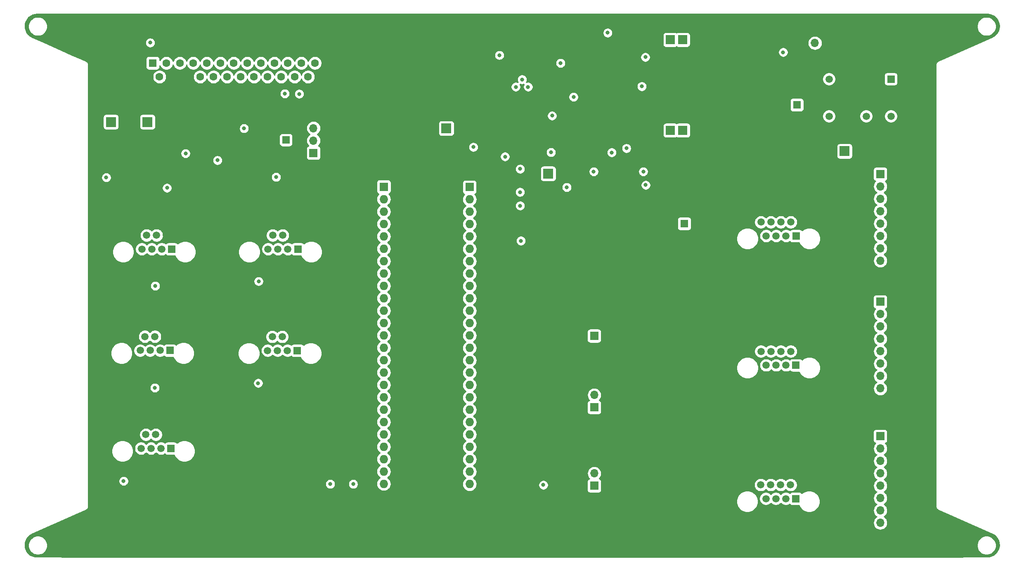
<source format=gbr>
G04 #@! TF.GenerationSoftware,KiCad,Pcbnew,(5.1.4-0-10_14)*
G04 #@! TF.CreationDate,2020-04-27T10:11:36-04:00*
G04 #@! TF.ProjectId,laser_card,6c617365-725f-4636-9172-642e6b696361,rev?*
G04 #@! TF.SameCoordinates,Original*
G04 #@! TF.FileFunction,Copper,L3,Inr*
G04 #@! TF.FilePolarity,Positive*
%FSLAX46Y46*%
G04 Gerber Fmt 4.6, Leading zero omitted, Abs format (unit mm)*
G04 Created by KiCad (PCBNEW (5.1.4-0-10_14)) date 2020-04-27 10:11:36*
%MOMM*%
%LPD*%
G04 APERTURE LIST*
%ADD10R,1.500000X1.500000*%
%ADD11R,2.000000X2.000000*%
%ADD12C,2.000000*%
%ADD13C,1.500000*%
%ADD14O,1.700000X1.700000*%
%ADD15R,1.700000X1.700000*%
%ADD16O,1.727200X1.727200*%
%ADD17R,1.727200X1.727200*%
%ADD18R,1.850000X1.850000*%
%ADD19C,1.501140*%
%ADD20R,1.501140X1.501140*%
%ADD21C,4.000000*%
%ADD22C,1.600000*%
%ADD23R,1.600000X1.600000*%
%ADD24C,0.800000*%
%ADD25C,0.254000*%
G04 APERTURE END LIST*
D10*
X99000000Y-64000000D03*
D11*
X131900000Y-61600000D03*
X152800000Y-70900000D03*
X70600000Y-60300000D03*
X63100000Y-60300000D03*
X223400000Y-44100000D03*
X213600000Y-66300000D03*
D12*
X63680800Y-124474400D03*
X79940800Y-124474400D03*
D13*
X68222800Y-124452000D03*
X70262800Y-124452000D03*
X72302800Y-124452000D03*
X74342800Y-124452000D03*
X69293600Y-127294800D03*
X71333600Y-127294800D03*
X73373600Y-127294800D03*
D10*
X75413600Y-127294800D03*
D12*
X63488000Y-104372400D03*
X79748000Y-104372400D03*
D13*
X68030000Y-104350000D03*
X70070000Y-104350000D03*
X72110000Y-104350000D03*
X74150000Y-104350000D03*
X69100800Y-107192800D03*
X71140800Y-107192800D03*
X73180800Y-107192800D03*
D10*
X75220800Y-107192800D03*
D12*
X89617200Y-104399400D03*
X105877200Y-104399400D03*
D13*
X94159200Y-104377000D03*
X96199200Y-104377000D03*
X98239200Y-104377000D03*
X100279200Y-104377000D03*
X95230000Y-107219800D03*
X97270000Y-107219800D03*
X99310000Y-107219800D03*
D10*
X101350000Y-107219800D03*
D12*
X63830800Y-83579600D03*
X80090800Y-83579600D03*
D13*
X68372800Y-83557200D03*
X70412800Y-83557200D03*
X72452800Y-83557200D03*
X74492800Y-83557200D03*
X69443600Y-86400000D03*
X71483600Y-86400000D03*
X73523600Y-86400000D03*
D10*
X75563600Y-86400000D03*
D12*
X89705800Y-83579600D03*
X105965800Y-83579600D03*
D13*
X94247800Y-83557200D03*
X96287800Y-83557200D03*
X98327800Y-83557200D03*
X100367800Y-83557200D03*
X95318600Y-86400000D03*
X97358600Y-86400000D03*
X99398600Y-86400000D03*
D10*
X101438600Y-86400000D03*
D12*
X191853000Y-134797400D03*
X208113000Y-134797400D03*
D13*
X196395000Y-134775000D03*
X198435000Y-134775000D03*
X200475000Y-134775000D03*
X202515000Y-134775000D03*
X197465800Y-137617800D03*
X199505800Y-137617800D03*
X201545800Y-137617800D03*
D10*
X203585800Y-137617800D03*
D12*
X191890000Y-107400000D03*
X208150000Y-107400000D03*
D13*
X196432000Y-107377600D03*
X198472000Y-107377600D03*
X200512000Y-107377600D03*
X202552000Y-107377600D03*
X197502800Y-110220400D03*
X199542800Y-110220400D03*
X201582800Y-110220400D03*
D10*
X203622800Y-110220400D03*
D12*
X191895000Y-80870800D03*
X208155000Y-80870800D03*
D13*
X196437000Y-80848400D03*
X198477000Y-80848400D03*
X200517000Y-80848400D03*
X202557000Y-80848400D03*
X197507800Y-83691200D03*
X199547800Y-83691200D03*
X201587800Y-83691200D03*
D10*
X203627800Y-83691200D03*
D14*
X220929200Y-88767920D03*
X220929200Y-86227920D03*
X220929200Y-83687920D03*
X220929200Y-81147920D03*
X220929200Y-78607920D03*
X220929200Y-76067920D03*
X220929200Y-73527920D03*
D15*
X220929200Y-70987920D03*
D16*
X139215000Y-134625000D03*
X136675000Y-134625000D03*
X139215000Y-132085000D03*
X136675000Y-132085000D03*
X139215000Y-129545000D03*
X136675000Y-129545000D03*
X139215000Y-127005000D03*
X136675000Y-127005000D03*
X139215000Y-124465000D03*
X136675000Y-124465000D03*
X139215000Y-121925000D03*
X136675000Y-121925000D03*
X139215000Y-119385000D03*
X136675000Y-119385000D03*
X139215000Y-116845000D03*
X136675000Y-116845000D03*
X139215000Y-114305000D03*
X136675000Y-114305000D03*
X139215000Y-111765000D03*
X136675000Y-111765000D03*
X139215000Y-109225000D03*
X136675000Y-109225000D03*
X139215000Y-106685000D03*
X136675000Y-106685000D03*
X139215000Y-104145000D03*
X136675000Y-104145000D03*
X139215000Y-101605000D03*
X136675000Y-101605000D03*
X139215000Y-99065000D03*
X136675000Y-99065000D03*
X139215000Y-96525000D03*
X136675000Y-96525000D03*
X139215000Y-93985000D03*
X136675000Y-93985000D03*
X139215000Y-91445000D03*
X136675000Y-91445000D03*
X139215000Y-88905000D03*
X136675000Y-88905000D03*
X139215000Y-86365000D03*
X136675000Y-86365000D03*
X139215000Y-83825000D03*
X136675000Y-83825000D03*
X139215000Y-81285000D03*
X136675000Y-81285000D03*
X139215000Y-78745000D03*
X136675000Y-78745000D03*
X139215000Y-76205000D03*
X136675000Y-76205000D03*
X139215000Y-73665000D03*
D17*
X136675000Y-73665000D03*
D16*
X121615200Y-134564120D03*
X119075200Y-134564120D03*
X121615200Y-132024120D03*
X119075200Y-132024120D03*
X121615200Y-129484120D03*
X119075200Y-129484120D03*
X121615200Y-126944120D03*
X119075200Y-126944120D03*
X121615200Y-124404120D03*
X119075200Y-124404120D03*
X121615200Y-121864120D03*
X119075200Y-121864120D03*
X121615200Y-119324120D03*
X119075200Y-119324120D03*
X121615200Y-116784120D03*
X119075200Y-116784120D03*
X121615200Y-114244120D03*
X119075200Y-114244120D03*
X121615200Y-111704120D03*
X119075200Y-111704120D03*
X121615200Y-109164120D03*
X119075200Y-109164120D03*
X121615200Y-106624120D03*
X119075200Y-106624120D03*
X121615200Y-104084120D03*
X119075200Y-104084120D03*
X121615200Y-101544120D03*
X119075200Y-101544120D03*
X121615200Y-99004120D03*
X119075200Y-99004120D03*
X121615200Y-96464120D03*
X119075200Y-96464120D03*
X121615200Y-93924120D03*
X119075200Y-93924120D03*
X121615200Y-91384120D03*
X119075200Y-91384120D03*
X121615200Y-88844120D03*
X119075200Y-88844120D03*
X121615200Y-86304120D03*
X119075200Y-86304120D03*
X121615200Y-83764120D03*
X119075200Y-83764120D03*
X121615200Y-81224120D03*
X119075200Y-81224120D03*
X121615200Y-78684120D03*
X119075200Y-78684120D03*
X121615200Y-76144120D03*
X119075200Y-76144120D03*
X121615200Y-73604120D03*
D17*
X119075200Y-73604120D03*
D14*
X162250000Y-101660000D03*
D15*
X162250000Y-104200000D03*
D18*
X177874720Y-62030000D03*
X180424720Y-62030000D03*
X188549720Y-62030000D03*
X191074720Y-62030000D03*
X177849720Y-43430000D03*
X180399720Y-43430000D03*
X188524720Y-43405000D03*
X191074720Y-43430000D03*
D14*
X104648000Y-61577220D03*
X104648000Y-64117220D03*
D15*
X104648000Y-66657220D03*
D19*
X210412000Y-59120000D03*
X210412000Y-51500000D03*
X218032000Y-59120000D03*
X223112000Y-59120000D03*
D20*
X223112000Y-51500000D03*
D14*
X220929200Y-142565120D03*
X220929200Y-140025120D03*
X220929200Y-137485120D03*
X220929200Y-134945120D03*
X220929200Y-132405120D03*
X220929200Y-129865120D03*
X220929200Y-127325120D03*
D15*
X220929200Y-124785120D03*
D14*
X220929200Y-114980720D03*
X220929200Y-112440720D03*
X220929200Y-109900720D03*
X220929200Y-107360720D03*
X220929200Y-104820720D03*
X220929200Y-102280720D03*
X220929200Y-99740720D03*
D15*
X220929200Y-97200720D03*
D14*
X207500000Y-44100000D03*
D15*
X210040000Y-44100000D03*
D14*
X162250000Y-116335000D03*
D15*
X162250000Y-118875000D03*
D14*
X162250000Y-132435000D03*
D15*
X162250000Y-134975000D03*
D21*
X64755000Y-49630000D03*
X111855000Y-49630000D03*
D22*
X103540000Y-51050000D03*
X100770000Y-51050000D03*
X98000000Y-51050000D03*
X95230000Y-51050000D03*
X92460000Y-51050000D03*
X89690000Y-51050000D03*
X86920000Y-51050000D03*
X84150000Y-51050000D03*
X81380000Y-51050000D03*
X78610000Y-51050000D03*
X75840000Y-51050000D03*
X73070000Y-51050000D03*
X104925000Y-48210000D03*
X102155000Y-48210000D03*
X99385000Y-48210000D03*
X96615000Y-48210000D03*
X93845000Y-48210000D03*
X91075000Y-48210000D03*
X88305000Y-48210000D03*
X85535000Y-48210000D03*
X82765000Y-48210000D03*
X79995000Y-48210000D03*
X77225000Y-48210000D03*
X74455000Y-48210000D03*
D23*
X71685000Y-48210000D03*
D22*
X180710840Y-78663160D03*
D23*
X180710840Y-81163160D03*
D22*
X203812000Y-59300000D03*
D23*
X203812000Y-56800000D03*
D24*
X201000000Y-46000000D03*
X71150000Y-44029120D03*
X168850000Y-65700000D03*
X165825000Y-66575000D03*
X74612500Y-73845420D03*
X62141100Y-71699120D03*
X78409800Y-66758820D03*
X153365200Y-66530220D03*
X153606500Y-59011820D03*
X158000700Y-55176420D03*
X142786100Y-46603920D03*
X147434300Y-51582320D03*
X137439400Y-65463420D03*
X156603700Y-73718420D03*
X84957920Y-68158360D03*
X96972120Y-71607680D03*
X172796200Y-73243440D03*
X147200000Y-84700000D03*
X172000000Y-53000000D03*
X108100000Y-134600000D03*
X151800000Y-134800000D03*
X172726500Y-47000000D03*
X165000000Y-42000000D03*
X162128200Y-70485000D03*
X172313600Y-70485000D03*
X155346400Y-48216820D03*
X90408760Y-61625480D03*
X101714300Y-54554120D03*
X72100000Y-114850000D03*
X93300000Y-113900000D03*
X93400000Y-93000000D03*
X72200000Y-93950000D03*
X65700000Y-134000000D03*
X146151600Y-53106320D03*
X147040600Y-69933820D03*
X148666200Y-53106320D03*
X143941800Y-67419220D03*
X98767900Y-54490620D03*
X145200000Y-62700000D03*
X83997800Y-54035960D03*
X77734400Y-60220620D03*
X148209000Y-49067720D03*
X140728700Y-55328820D03*
X140373100Y-66814700D03*
X62458600Y-68892420D03*
X161630360Y-68854320D03*
X147040600Y-77490320D03*
X147015200Y-74709020D03*
X112800000Y-134600000D03*
D25*
G36*
X242832525Y-38195443D02*
G01*
X243336455Y-38244828D01*
X243791307Y-38382211D01*
X244209481Y-38604649D01*
X244577507Y-38904626D01*
X244880019Y-39270336D01*
X245105774Y-39687844D01*
X245246211Y-40141794D01*
X245295573Y-40612540D01*
X245252403Y-41086201D01*
X245118879Y-41539897D01*
X244898797Y-41961118D01*
X244601177Y-42331231D01*
X244235660Y-42637884D01*
X243833177Y-42863386D01*
X232744061Y-47834883D01*
X232721491Y-47841730D01*
X232683524Y-47862023D01*
X232674659Y-47865998D01*
X232654324Y-47877631D01*
X232604228Y-47904408D01*
X232596657Y-47910622D01*
X232588168Y-47915478D01*
X232545343Y-47952735D01*
X232501446Y-47988761D01*
X232495239Y-47996324D01*
X232487854Y-48002749D01*
X232453113Y-48047654D01*
X232417094Y-48091543D01*
X232412480Y-48100176D01*
X232406493Y-48107914D01*
X232381193Y-48158709D01*
X232354416Y-48208806D01*
X232351573Y-48218179D01*
X232347213Y-48226932D01*
X232332307Y-48281691D01*
X232315819Y-48336044D01*
X232314860Y-48345783D01*
X232312289Y-48355227D01*
X232308351Y-48411862D01*
X232306052Y-48435208D01*
X232306052Y-48444935D01*
X232303067Y-48487869D01*
X232306052Y-48511258D01*
X232306053Y-139221312D01*
X232303067Y-139244706D01*
X232306053Y-139287664D01*
X232306053Y-139297381D01*
X232308348Y-139320686D01*
X232312287Y-139377348D01*
X232314860Y-139386802D01*
X232315820Y-139396545D01*
X232332297Y-139450864D01*
X232347208Y-139505644D01*
X232351573Y-139514409D01*
X232354417Y-139523783D01*
X232381180Y-139573854D01*
X232406486Y-139624663D01*
X232412478Y-139632409D01*
X232417095Y-139641046D01*
X232453109Y-139684929D01*
X232487845Y-139729829D01*
X232495234Y-139736258D01*
X232501447Y-139743828D01*
X232545327Y-139779840D01*
X232588157Y-139817103D01*
X232596657Y-139821966D01*
X232604229Y-139828180D01*
X232654297Y-139854942D01*
X232674647Y-139866584D01*
X232683526Y-139870565D01*
X232721492Y-139890858D01*
X232744053Y-139897702D01*
X243833362Y-144869536D01*
X244271479Y-145120103D01*
X244630051Y-145431364D01*
X244920346Y-145805117D01*
X245133337Y-146229290D01*
X245259941Y-146687524D01*
X245294964Y-147160735D01*
X245237424Y-147631721D01*
X245089678Y-148082197D01*
X244857524Y-148495094D01*
X244548169Y-148856713D01*
X244176699Y-149149558D01*
X243753959Y-149365554D01*
X243293765Y-149496169D01*
X242834933Y-149537143D01*
X232922959Y-149541179D01*
X232904420Y-149538767D01*
X232892189Y-149539587D01*
X232875592Y-149537929D01*
X232872971Y-149538183D01*
X232871907Y-149538103D01*
X232864401Y-149539015D01*
X232842054Y-149541184D01*
X232821402Y-149540926D01*
X232819966Y-149541193D01*
X57891860Y-149541193D01*
X47940278Y-149537144D01*
X47436482Y-149487751D01*
X46982095Y-149350710D01*
X46562964Y-149127859D01*
X46195670Y-148828113D01*
X45893034Y-148462251D01*
X45667279Y-148044748D01*
X45526841Y-147590791D01*
X45477476Y-147120018D01*
X45487951Y-147004495D01*
X46115000Y-147004495D01*
X46115000Y-147395505D01*
X46191282Y-147779003D01*
X46340915Y-148140250D01*
X46558149Y-148465364D01*
X46834636Y-148741851D01*
X47159750Y-148959085D01*
X47520997Y-149108718D01*
X47904495Y-149185000D01*
X48295505Y-149185000D01*
X48679003Y-149108718D01*
X49040250Y-148959085D01*
X49365364Y-148741851D01*
X49641851Y-148465364D01*
X49859085Y-148140250D01*
X50008718Y-147779003D01*
X50085000Y-147395505D01*
X50085000Y-147004495D01*
X240727000Y-147004495D01*
X240727000Y-147395505D01*
X240803282Y-147779003D01*
X240952915Y-148140250D01*
X241170149Y-148465364D01*
X241446636Y-148741851D01*
X241771750Y-148959085D01*
X242132997Y-149108718D01*
X242516495Y-149185000D01*
X242907505Y-149185000D01*
X243291003Y-149108718D01*
X243652250Y-148959085D01*
X243977364Y-148741851D01*
X244253851Y-148465364D01*
X244471085Y-148140250D01*
X244620718Y-147779003D01*
X244697000Y-147395505D01*
X244697000Y-147004495D01*
X244620718Y-146620997D01*
X244471085Y-146259750D01*
X244253851Y-145934636D01*
X243977364Y-145658149D01*
X243652250Y-145440915D01*
X243291003Y-145291282D01*
X242907505Y-145215000D01*
X242516495Y-145215000D01*
X242132997Y-145291282D01*
X241771750Y-145440915D01*
X241446636Y-145658149D01*
X241170149Y-145934636D01*
X240952915Y-146259750D01*
X240803282Y-146620997D01*
X240727000Y-147004495D01*
X50085000Y-147004495D01*
X50008718Y-146620997D01*
X49859085Y-146259750D01*
X49641851Y-145934636D01*
X49365364Y-145658149D01*
X49040250Y-145440915D01*
X48679003Y-145291282D01*
X48295505Y-145215000D01*
X47904495Y-145215000D01*
X47520997Y-145291282D01*
X47159750Y-145440915D01*
X46834636Y-145658149D01*
X46558149Y-145934636D01*
X46340915Y-146259750D01*
X46191282Y-146620997D01*
X46115000Y-147004495D01*
X45487951Y-147004495D01*
X45520323Y-146647497D01*
X45654173Y-146192690D01*
X45874257Y-145771466D01*
X46171879Y-145401353D01*
X46536577Y-145095386D01*
X46937746Y-144870408D01*
X58028751Y-139897700D01*
X58051305Y-139890858D01*
X58089267Y-139870567D01*
X58098155Y-139866582D01*
X58118513Y-139854935D01*
X58168568Y-139828180D01*
X58176142Y-139821964D01*
X58184644Y-139817100D01*
X58227480Y-139779832D01*
X58271350Y-139743828D01*
X58277562Y-139736259D01*
X58284956Y-139729826D01*
X58319700Y-139684914D01*
X58355703Y-139641046D01*
X58360320Y-139632408D01*
X58366314Y-139624660D01*
X58391616Y-139573857D01*
X58418381Y-139523783D01*
X58421226Y-139514404D01*
X58425591Y-139505640D01*
X58440495Y-139450884D01*
X58456978Y-139396545D01*
X58457938Y-139386795D01*
X58460511Y-139377343D01*
X58464445Y-139320728D01*
X58466745Y-139297381D01*
X58466745Y-139287639D01*
X58469729Y-139244701D01*
X58466745Y-139221324D01*
X58466745Y-137954009D01*
X191373000Y-137954009D01*
X191373000Y-138399191D01*
X191459851Y-138835818D01*
X191630214Y-139247111D01*
X191877544Y-139617266D01*
X192192334Y-139932056D01*
X192562489Y-140179386D01*
X192973782Y-140349749D01*
X193410409Y-140436600D01*
X193855591Y-140436600D01*
X194292218Y-140349749D01*
X194703511Y-140179386D01*
X195073666Y-139932056D01*
X195388456Y-139617266D01*
X195635786Y-139247111D01*
X195806149Y-138835818D01*
X195893000Y-138399191D01*
X195893000Y-137954009D01*
X195806149Y-137517382D01*
X195791241Y-137481389D01*
X196080800Y-137481389D01*
X196080800Y-137754211D01*
X196134025Y-138021789D01*
X196238429Y-138273843D01*
X196390001Y-138500686D01*
X196582914Y-138693599D01*
X196809757Y-138845171D01*
X197061811Y-138949575D01*
X197329389Y-139002800D01*
X197602211Y-139002800D01*
X197869789Y-138949575D01*
X198121843Y-138845171D01*
X198348686Y-138693599D01*
X198485800Y-138556485D01*
X198622914Y-138693599D01*
X198849757Y-138845171D01*
X199101811Y-138949575D01*
X199369389Y-139002800D01*
X199642211Y-139002800D01*
X199909789Y-138949575D01*
X200161843Y-138845171D01*
X200388686Y-138693599D01*
X200525800Y-138556485D01*
X200662914Y-138693599D01*
X200889757Y-138845171D01*
X201141811Y-138949575D01*
X201409389Y-139002800D01*
X201682211Y-139002800D01*
X201949789Y-138949575D01*
X202201843Y-138845171D01*
X202333765Y-138757024D01*
X202384615Y-138818985D01*
X202481306Y-138898337D01*
X202591620Y-138957302D01*
X202711318Y-138993612D01*
X202835800Y-139005872D01*
X204230290Y-139005872D01*
X204330214Y-139247111D01*
X204577544Y-139617266D01*
X204892334Y-139932056D01*
X205262489Y-140179386D01*
X205673782Y-140349749D01*
X206110409Y-140436600D01*
X206555591Y-140436600D01*
X206992218Y-140349749D01*
X207403511Y-140179386D01*
X207773666Y-139932056D01*
X208088456Y-139617266D01*
X208335786Y-139247111D01*
X208506149Y-138835818D01*
X208593000Y-138399191D01*
X208593000Y-137954009D01*
X208506149Y-137517382D01*
X208335786Y-137106089D01*
X208088456Y-136735934D01*
X207773666Y-136421144D01*
X207403511Y-136173814D01*
X206992218Y-136003451D01*
X206555591Y-135916600D01*
X206110409Y-135916600D01*
X205673782Y-136003451D01*
X205262489Y-136173814D01*
X204892334Y-136421144D01*
X204836513Y-136476965D01*
X204786985Y-136416615D01*
X204690294Y-136337263D01*
X204579980Y-136278298D01*
X204460282Y-136241988D01*
X204335800Y-136229728D01*
X202835800Y-136229728D01*
X202711318Y-136241988D01*
X202591620Y-136278298D01*
X202481306Y-136337263D01*
X202384615Y-136416615D01*
X202333765Y-136478576D01*
X202201843Y-136390429D01*
X201949789Y-136286025D01*
X201682211Y-136232800D01*
X201409389Y-136232800D01*
X201141811Y-136286025D01*
X200889757Y-136390429D01*
X200662914Y-136542001D01*
X200525800Y-136679115D01*
X200388686Y-136542001D01*
X200161843Y-136390429D01*
X199909789Y-136286025D01*
X199642211Y-136232800D01*
X199369389Y-136232800D01*
X199101811Y-136286025D01*
X198849757Y-136390429D01*
X198622914Y-136542001D01*
X198485800Y-136679115D01*
X198348686Y-136542001D01*
X198121843Y-136390429D01*
X197869789Y-136286025D01*
X197602211Y-136232800D01*
X197329389Y-136232800D01*
X197061811Y-136286025D01*
X196809757Y-136390429D01*
X196582914Y-136542001D01*
X196390001Y-136734914D01*
X196238429Y-136961757D01*
X196134025Y-137213811D01*
X196080800Y-137481389D01*
X195791241Y-137481389D01*
X195635786Y-137106089D01*
X195388456Y-136735934D01*
X195073666Y-136421144D01*
X194703511Y-136173814D01*
X194292218Y-136003451D01*
X193855591Y-135916600D01*
X193410409Y-135916600D01*
X192973782Y-136003451D01*
X192562489Y-136173814D01*
X192192334Y-136421144D01*
X191877544Y-136735934D01*
X191630214Y-137106089D01*
X191459851Y-137517382D01*
X191373000Y-137954009D01*
X58466745Y-137954009D01*
X58466745Y-133898061D01*
X64665000Y-133898061D01*
X64665000Y-134101939D01*
X64704774Y-134301898D01*
X64782795Y-134490256D01*
X64896063Y-134659774D01*
X65040226Y-134803937D01*
X65209744Y-134917205D01*
X65398102Y-134995226D01*
X65598061Y-135035000D01*
X65801939Y-135035000D01*
X66001898Y-134995226D01*
X66190256Y-134917205D01*
X66359774Y-134803937D01*
X66503937Y-134659774D01*
X66611989Y-134498061D01*
X107065000Y-134498061D01*
X107065000Y-134701939D01*
X107104774Y-134901898D01*
X107182795Y-135090256D01*
X107296063Y-135259774D01*
X107440226Y-135403937D01*
X107609744Y-135517205D01*
X107798102Y-135595226D01*
X107998061Y-135635000D01*
X108201939Y-135635000D01*
X108401898Y-135595226D01*
X108590256Y-135517205D01*
X108759774Y-135403937D01*
X108903937Y-135259774D01*
X109017205Y-135090256D01*
X109095226Y-134901898D01*
X109135000Y-134701939D01*
X109135000Y-134498061D01*
X111765000Y-134498061D01*
X111765000Y-134701939D01*
X111804774Y-134901898D01*
X111882795Y-135090256D01*
X111996063Y-135259774D01*
X112140226Y-135403937D01*
X112309744Y-135517205D01*
X112498102Y-135595226D01*
X112698061Y-135635000D01*
X112901939Y-135635000D01*
X113101898Y-135595226D01*
X113290256Y-135517205D01*
X113459774Y-135403937D01*
X113603937Y-135259774D01*
X113717205Y-135090256D01*
X113795226Y-134901898D01*
X113835000Y-134701939D01*
X113835000Y-134498061D01*
X113795226Y-134298102D01*
X113717205Y-134109744D01*
X113603937Y-133940226D01*
X113459774Y-133796063D01*
X113290256Y-133682795D01*
X113101898Y-133604774D01*
X112901939Y-133565000D01*
X112698061Y-133565000D01*
X112498102Y-133604774D01*
X112309744Y-133682795D01*
X112140226Y-133796063D01*
X111996063Y-133940226D01*
X111882795Y-134109744D01*
X111804774Y-134298102D01*
X111765000Y-134498061D01*
X109135000Y-134498061D01*
X109095226Y-134298102D01*
X109017205Y-134109744D01*
X108903937Y-133940226D01*
X108759774Y-133796063D01*
X108590256Y-133682795D01*
X108401898Y-133604774D01*
X108201939Y-133565000D01*
X107998061Y-133565000D01*
X107798102Y-133604774D01*
X107609744Y-133682795D01*
X107440226Y-133796063D01*
X107296063Y-133940226D01*
X107182795Y-134109744D01*
X107104774Y-134298102D01*
X107065000Y-134498061D01*
X66611989Y-134498061D01*
X66617205Y-134490256D01*
X66695226Y-134301898D01*
X66735000Y-134101939D01*
X66735000Y-133898061D01*
X66695226Y-133698102D01*
X66617205Y-133509744D01*
X66503937Y-133340226D01*
X66359774Y-133196063D01*
X66190256Y-133082795D01*
X66001898Y-133004774D01*
X65801939Y-132965000D01*
X65598061Y-132965000D01*
X65398102Y-133004774D01*
X65209744Y-133082795D01*
X65040226Y-133196063D01*
X64896063Y-133340226D01*
X64782795Y-133509744D01*
X64704774Y-133698102D01*
X64665000Y-133898061D01*
X58466745Y-133898061D01*
X58466745Y-127631009D01*
X63200800Y-127631009D01*
X63200800Y-128076191D01*
X63287651Y-128512818D01*
X63458014Y-128924111D01*
X63705344Y-129294266D01*
X64020134Y-129609056D01*
X64390289Y-129856386D01*
X64801582Y-130026749D01*
X65238209Y-130113600D01*
X65683391Y-130113600D01*
X66120018Y-130026749D01*
X66531311Y-129856386D01*
X66901466Y-129609056D01*
X67216256Y-129294266D01*
X67463586Y-128924111D01*
X67633949Y-128512818D01*
X67720800Y-128076191D01*
X67720800Y-127631009D01*
X67633949Y-127194382D01*
X67619041Y-127158389D01*
X67908600Y-127158389D01*
X67908600Y-127431211D01*
X67961825Y-127698789D01*
X68066229Y-127950843D01*
X68217801Y-128177686D01*
X68410714Y-128370599D01*
X68637557Y-128522171D01*
X68889611Y-128626575D01*
X69157189Y-128679800D01*
X69430011Y-128679800D01*
X69697589Y-128626575D01*
X69949643Y-128522171D01*
X70176486Y-128370599D01*
X70313600Y-128233485D01*
X70450714Y-128370599D01*
X70677557Y-128522171D01*
X70929611Y-128626575D01*
X71197189Y-128679800D01*
X71470011Y-128679800D01*
X71737589Y-128626575D01*
X71989643Y-128522171D01*
X72216486Y-128370599D01*
X72353600Y-128233485D01*
X72490714Y-128370599D01*
X72717557Y-128522171D01*
X72969611Y-128626575D01*
X73237189Y-128679800D01*
X73510011Y-128679800D01*
X73777589Y-128626575D01*
X74029643Y-128522171D01*
X74161565Y-128434024D01*
X74212415Y-128495985D01*
X74309106Y-128575337D01*
X74419420Y-128634302D01*
X74539118Y-128670612D01*
X74663600Y-128682872D01*
X76058090Y-128682872D01*
X76158014Y-128924111D01*
X76405344Y-129294266D01*
X76720134Y-129609056D01*
X77090289Y-129856386D01*
X77501582Y-130026749D01*
X77938209Y-130113600D01*
X78383391Y-130113600D01*
X78820018Y-130026749D01*
X79231311Y-129856386D01*
X79601466Y-129609056D01*
X79916256Y-129294266D01*
X80163586Y-128924111D01*
X80333949Y-128512818D01*
X80420800Y-128076191D01*
X80420800Y-127631009D01*
X80333949Y-127194382D01*
X80163586Y-126783089D01*
X79916256Y-126412934D01*
X79601466Y-126098144D01*
X79231311Y-125850814D01*
X78820018Y-125680451D01*
X78383391Y-125593600D01*
X77938209Y-125593600D01*
X77501582Y-125680451D01*
X77090289Y-125850814D01*
X76720134Y-126098144D01*
X76664313Y-126153965D01*
X76614785Y-126093615D01*
X76518094Y-126014263D01*
X76407780Y-125955298D01*
X76288082Y-125918988D01*
X76163600Y-125906728D01*
X74663600Y-125906728D01*
X74539118Y-125918988D01*
X74419420Y-125955298D01*
X74309106Y-126014263D01*
X74212415Y-126093615D01*
X74161565Y-126155576D01*
X74029643Y-126067429D01*
X73777589Y-125963025D01*
X73510011Y-125909800D01*
X73237189Y-125909800D01*
X72969611Y-125963025D01*
X72717557Y-126067429D01*
X72490714Y-126219001D01*
X72353600Y-126356115D01*
X72216486Y-126219001D01*
X71989643Y-126067429D01*
X71737589Y-125963025D01*
X71470011Y-125909800D01*
X71197189Y-125909800D01*
X70929611Y-125963025D01*
X70677557Y-126067429D01*
X70450714Y-126219001D01*
X70313600Y-126356115D01*
X70176486Y-126219001D01*
X69949643Y-126067429D01*
X69697589Y-125963025D01*
X69430011Y-125909800D01*
X69157189Y-125909800D01*
X68889611Y-125963025D01*
X68637557Y-126067429D01*
X68410714Y-126219001D01*
X68217801Y-126411914D01*
X68066229Y-126638757D01*
X67961825Y-126890811D01*
X67908600Y-127158389D01*
X67619041Y-127158389D01*
X67463586Y-126783089D01*
X67216256Y-126412934D01*
X66901466Y-126098144D01*
X66531311Y-125850814D01*
X66120018Y-125680451D01*
X65683391Y-125593600D01*
X65238209Y-125593600D01*
X64801582Y-125680451D01*
X64390289Y-125850814D01*
X64020134Y-126098144D01*
X63705344Y-126412934D01*
X63458014Y-126783089D01*
X63287651Y-127194382D01*
X63200800Y-127631009D01*
X58466745Y-127631009D01*
X58466745Y-124315589D01*
X68877800Y-124315589D01*
X68877800Y-124588411D01*
X68931025Y-124855989D01*
X69035429Y-125108043D01*
X69187001Y-125334886D01*
X69379914Y-125527799D01*
X69606757Y-125679371D01*
X69858811Y-125783775D01*
X70126389Y-125837000D01*
X70399211Y-125837000D01*
X70666789Y-125783775D01*
X70918843Y-125679371D01*
X71145686Y-125527799D01*
X71282800Y-125390685D01*
X71419914Y-125527799D01*
X71646757Y-125679371D01*
X71898811Y-125783775D01*
X72166389Y-125837000D01*
X72439211Y-125837000D01*
X72706789Y-125783775D01*
X72958843Y-125679371D01*
X73185686Y-125527799D01*
X73378599Y-125334886D01*
X73530171Y-125108043D01*
X73634575Y-124855989D01*
X73687800Y-124588411D01*
X73687800Y-124315589D01*
X73634575Y-124048011D01*
X73530171Y-123795957D01*
X73378599Y-123569114D01*
X73185686Y-123376201D01*
X72958843Y-123224629D01*
X72706789Y-123120225D01*
X72439211Y-123067000D01*
X72166389Y-123067000D01*
X71898811Y-123120225D01*
X71646757Y-123224629D01*
X71419914Y-123376201D01*
X71282800Y-123513315D01*
X71145686Y-123376201D01*
X70918843Y-123224629D01*
X70666789Y-123120225D01*
X70399211Y-123067000D01*
X70126389Y-123067000D01*
X69858811Y-123120225D01*
X69606757Y-123224629D01*
X69379914Y-123376201D01*
X69187001Y-123569114D01*
X69035429Y-123795957D01*
X68931025Y-124048011D01*
X68877800Y-124315589D01*
X58466745Y-124315589D01*
X58466745Y-114748061D01*
X71065000Y-114748061D01*
X71065000Y-114951939D01*
X71104774Y-115151898D01*
X71182795Y-115340256D01*
X71296063Y-115509774D01*
X71440226Y-115653937D01*
X71609744Y-115767205D01*
X71798102Y-115845226D01*
X71998061Y-115885000D01*
X72201939Y-115885000D01*
X72401898Y-115845226D01*
X72590256Y-115767205D01*
X72759774Y-115653937D01*
X72903937Y-115509774D01*
X73017205Y-115340256D01*
X73095226Y-115151898D01*
X73135000Y-114951939D01*
X73135000Y-114748061D01*
X73095226Y-114548102D01*
X73017205Y-114359744D01*
X72903937Y-114190226D01*
X72759774Y-114046063D01*
X72590256Y-113932795D01*
X72401898Y-113854774D01*
X72201939Y-113815000D01*
X71998061Y-113815000D01*
X71798102Y-113854774D01*
X71609744Y-113932795D01*
X71440226Y-114046063D01*
X71296063Y-114190226D01*
X71182795Y-114359744D01*
X71104774Y-114548102D01*
X71065000Y-114748061D01*
X58466745Y-114748061D01*
X58466745Y-113798061D01*
X92265000Y-113798061D01*
X92265000Y-114001939D01*
X92304774Y-114201898D01*
X92382795Y-114390256D01*
X92496063Y-114559774D01*
X92640226Y-114703937D01*
X92809744Y-114817205D01*
X92998102Y-114895226D01*
X93198061Y-114935000D01*
X93401939Y-114935000D01*
X93601898Y-114895226D01*
X93790256Y-114817205D01*
X93959774Y-114703937D01*
X94103937Y-114559774D01*
X94217205Y-114390256D01*
X94295226Y-114201898D01*
X94335000Y-114001939D01*
X94335000Y-113798061D01*
X94295226Y-113598102D01*
X94217205Y-113409744D01*
X94103937Y-113240226D01*
X93959774Y-113096063D01*
X93790256Y-112982795D01*
X93601898Y-112904774D01*
X93401939Y-112865000D01*
X93198061Y-112865000D01*
X92998102Y-112904774D01*
X92809744Y-112982795D01*
X92640226Y-113096063D01*
X92496063Y-113240226D01*
X92382795Y-113409744D01*
X92304774Y-113598102D01*
X92265000Y-113798061D01*
X58466745Y-113798061D01*
X58466745Y-107529009D01*
X63008000Y-107529009D01*
X63008000Y-107974191D01*
X63094851Y-108410818D01*
X63265214Y-108822111D01*
X63512544Y-109192266D01*
X63827334Y-109507056D01*
X64197489Y-109754386D01*
X64608782Y-109924749D01*
X65045409Y-110011600D01*
X65490591Y-110011600D01*
X65927218Y-109924749D01*
X66338511Y-109754386D01*
X66708666Y-109507056D01*
X67023456Y-109192266D01*
X67270786Y-108822111D01*
X67441149Y-108410818D01*
X67528000Y-107974191D01*
X67528000Y-107529009D01*
X67441149Y-107092382D01*
X67426241Y-107056389D01*
X67715800Y-107056389D01*
X67715800Y-107329211D01*
X67769025Y-107596789D01*
X67873429Y-107848843D01*
X68025001Y-108075686D01*
X68217914Y-108268599D01*
X68444757Y-108420171D01*
X68696811Y-108524575D01*
X68964389Y-108577800D01*
X69237211Y-108577800D01*
X69504789Y-108524575D01*
X69756843Y-108420171D01*
X69983686Y-108268599D01*
X70120800Y-108131485D01*
X70257914Y-108268599D01*
X70484757Y-108420171D01*
X70736811Y-108524575D01*
X71004389Y-108577800D01*
X71277211Y-108577800D01*
X71544789Y-108524575D01*
X71796843Y-108420171D01*
X72023686Y-108268599D01*
X72160800Y-108131485D01*
X72297914Y-108268599D01*
X72524757Y-108420171D01*
X72776811Y-108524575D01*
X73044389Y-108577800D01*
X73317211Y-108577800D01*
X73584789Y-108524575D01*
X73836843Y-108420171D01*
X73968765Y-108332024D01*
X74019615Y-108393985D01*
X74116306Y-108473337D01*
X74226620Y-108532302D01*
X74346318Y-108568612D01*
X74470800Y-108580872D01*
X75865290Y-108580872D01*
X75965214Y-108822111D01*
X76212544Y-109192266D01*
X76527334Y-109507056D01*
X76897489Y-109754386D01*
X77308782Y-109924749D01*
X77745409Y-110011600D01*
X78190591Y-110011600D01*
X78627218Y-109924749D01*
X79038511Y-109754386D01*
X79408666Y-109507056D01*
X79723456Y-109192266D01*
X79970786Y-108822111D01*
X80141149Y-108410818D01*
X80228000Y-107974191D01*
X80228000Y-107556009D01*
X89137200Y-107556009D01*
X89137200Y-108001191D01*
X89224051Y-108437818D01*
X89394414Y-108849111D01*
X89641744Y-109219266D01*
X89956534Y-109534056D01*
X90326689Y-109781386D01*
X90737982Y-109951749D01*
X91174609Y-110038600D01*
X91619791Y-110038600D01*
X92056418Y-109951749D01*
X92467711Y-109781386D01*
X92837866Y-109534056D01*
X93152656Y-109219266D01*
X93399986Y-108849111D01*
X93570349Y-108437818D01*
X93657200Y-108001191D01*
X93657200Y-107556009D01*
X93570349Y-107119382D01*
X93555441Y-107083389D01*
X93845000Y-107083389D01*
X93845000Y-107356211D01*
X93898225Y-107623789D01*
X94002629Y-107875843D01*
X94154201Y-108102686D01*
X94347114Y-108295599D01*
X94573957Y-108447171D01*
X94826011Y-108551575D01*
X95093589Y-108604800D01*
X95366411Y-108604800D01*
X95633989Y-108551575D01*
X95886043Y-108447171D01*
X96112886Y-108295599D01*
X96250000Y-108158485D01*
X96387114Y-108295599D01*
X96613957Y-108447171D01*
X96866011Y-108551575D01*
X97133589Y-108604800D01*
X97406411Y-108604800D01*
X97673989Y-108551575D01*
X97926043Y-108447171D01*
X98152886Y-108295599D01*
X98290000Y-108158485D01*
X98427114Y-108295599D01*
X98653957Y-108447171D01*
X98906011Y-108551575D01*
X99173589Y-108604800D01*
X99446411Y-108604800D01*
X99713989Y-108551575D01*
X99966043Y-108447171D01*
X100097965Y-108359024D01*
X100148815Y-108420985D01*
X100245506Y-108500337D01*
X100355820Y-108559302D01*
X100475518Y-108595612D01*
X100600000Y-108607872D01*
X101994490Y-108607872D01*
X102094414Y-108849111D01*
X102341744Y-109219266D01*
X102656534Y-109534056D01*
X103026689Y-109781386D01*
X103437982Y-109951749D01*
X103874609Y-110038600D01*
X104319791Y-110038600D01*
X104756418Y-109951749D01*
X105167711Y-109781386D01*
X105537866Y-109534056D01*
X105852656Y-109219266D01*
X106099986Y-108849111D01*
X106270349Y-108437818D01*
X106357200Y-108001191D01*
X106357200Y-107556009D01*
X106270349Y-107119382D01*
X106099986Y-106708089D01*
X105852656Y-106337934D01*
X105537866Y-106023144D01*
X105167711Y-105775814D01*
X104756418Y-105605451D01*
X104319791Y-105518600D01*
X103874609Y-105518600D01*
X103437982Y-105605451D01*
X103026689Y-105775814D01*
X102656534Y-106023144D01*
X102600713Y-106078965D01*
X102551185Y-106018615D01*
X102454494Y-105939263D01*
X102344180Y-105880298D01*
X102224482Y-105843988D01*
X102100000Y-105831728D01*
X100600000Y-105831728D01*
X100475518Y-105843988D01*
X100355820Y-105880298D01*
X100245506Y-105939263D01*
X100148815Y-106018615D01*
X100097965Y-106080576D01*
X99966043Y-105992429D01*
X99713989Y-105888025D01*
X99446411Y-105834800D01*
X99173589Y-105834800D01*
X98906011Y-105888025D01*
X98653957Y-105992429D01*
X98427114Y-106144001D01*
X98290000Y-106281115D01*
X98152886Y-106144001D01*
X97926043Y-105992429D01*
X97673989Y-105888025D01*
X97406411Y-105834800D01*
X97133589Y-105834800D01*
X96866011Y-105888025D01*
X96613957Y-105992429D01*
X96387114Y-106144001D01*
X96250000Y-106281115D01*
X96112886Y-106144001D01*
X95886043Y-105992429D01*
X95633989Y-105888025D01*
X95366411Y-105834800D01*
X95093589Y-105834800D01*
X94826011Y-105888025D01*
X94573957Y-105992429D01*
X94347114Y-106144001D01*
X94154201Y-106336914D01*
X94002629Y-106563757D01*
X93898225Y-106815811D01*
X93845000Y-107083389D01*
X93555441Y-107083389D01*
X93399986Y-106708089D01*
X93152656Y-106337934D01*
X92837866Y-106023144D01*
X92467711Y-105775814D01*
X92056418Y-105605451D01*
X91619791Y-105518600D01*
X91174609Y-105518600D01*
X90737982Y-105605451D01*
X90326689Y-105775814D01*
X89956534Y-106023144D01*
X89641744Y-106337934D01*
X89394414Y-106708089D01*
X89224051Y-107119382D01*
X89137200Y-107556009D01*
X80228000Y-107556009D01*
X80228000Y-107529009D01*
X80141149Y-107092382D01*
X79970786Y-106681089D01*
X79723456Y-106310934D01*
X79408666Y-105996144D01*
X79038511Y-105748814D01*
X78627218Y-105578451D01*
X78190591Y-105491600D01*
X77745409Y-105491600D01*
X77308782Y-105578451D01*
X76897489Y-105748814D01*
X76527334Y-105996144D01*
X76471513Y-106051965D01*
X76421985Y-105991615D01*
X76325294Y-105912263D01*
X76214980Y-105853298D01*
X76095282Y-105816988D01*
X75970800Y-105804728D01*
X74470800Y-105804728D01*
X74346318Y-105816988D01*
X74226620Y-105853298D01*
X74116306Y-105912263D01*
X74019615Y-105991615D01*
X73968765Y-106053576D01*
X73836843Y-105965429D01*
X73584789Y-105861025D01*
X73317211Y-105807800D01*
X73044389Y-105807800D01*
X72776811Y-105861025D01*
X72524757Y-105965429D01*
X72297914Y-106117001D01*
X72160800Y-106254115D01*
X72023686Y-106117001D01*
X71796843Y-105965429D01*
X71544789Y-105861025D01*
X71277211Y-105807800D01*
X71004389Y-105807800D01*
X70736811Y-105861025D01*
X70484757Y-105965429D01*
X70257914Y-106117001D01*
X70120800Y-106254115D01*
X69983686Y-106117001D01*
X69756843Y-105965429D01*
X69504789Y-105861025D01*
X69237211Y-105807800D01*
X68964389Y-105807800D01*
X68696811Y-105861025D01*
X68444757Y-105965429D01*
X68217914Y-106117001D01*
X68025001Y-106309914D01*
X67873429Y-106536757D01*
X67769025Y-106788811D01*
X67715800Y-107056389D01*
X67426241Y-107056389D01*
X67270786Y-106681089D01*
X67023456Y-106310934D01*
X66708666Y-105996144D01*
X66338511Y-105748814D01*
X65927218Y-105578451D01*
X65490591Y-105491600D01*
X65045409Y-105491600D01*
X64608782Y-105578451D01*
X64197489Y-105748814D01*
X63827334Y-105996144D01*
X63512544Y-106310934D01*
X63265214Y-106681089D01*
X63094851Y-107092382D01*
X63008000Y-107529009D01*
X58466745Y-107529009D01*
X58466745Y-104213589D01*
X68685000Y-104213589D01*
X68685000Y-104486411D01*
X68738225Y-104753989D01*
X68842629Y-105006043D01*
X68994201Y-105232886D01*
X69187114Y-105425799D01*
X69413957Y-105577371D01*
X69666011Y-105681775D01*
X69933589Y-105735000D01*
X70206411Y-105735000D01*
X70473989Y-105681775D01*
X70726043Y-105577371D01*
X70952886Y-105425799D01*
X71090000Y-105288685D01*
X71227114Y-105425799D01*
X71453957Y-105577371D01*
X71706011Y-105681775D01*
X71973589Y-105735000D01*
X72246411Y-105735000D01*
X72513989Y-105681775D01*
X72766043Y-105577371D01*
X72992886Y-105425799D01*
X73185799Y-105232886D01*
X73337371Y-105006043D01*
X73441775Y-104753989D01*
X73495000Y-104486411D01*
X73495000Y-104240589D01*
X94814200Y-104240589D01*
X94814200Y-104513411D01*
X94867425Y-104780989D01*
X94971829Y-105033043D01*
X95123401Y-105259886D01*
X95316314Y-105452799D01*
X95543157Y-105604371D01*
X95795211Y-105708775D01*
X96062789Y-105762000D01*
X96335611Y-105762000D01*
X96603189Y-105708775D01*
X96855243Y-105604371D01*
X97082086Y-105452799D01*
X97219200Y-105315685D01*
X97356314Y-105452799D01*
X97583157Y-105604371D01*
X97835211Y-105708775D01*
X98102789Y-105762000D01*
X98375611Y-105762000D01*
X98643189Y-105708775D01*
X98895243Y-105604371D01*
X99122086Y-105452799D01*
X99314999Y-105259886D01*
X99466571Y-105033043D01*
X99570975Y-104780989D01*
X99624200Y-104513411D01*
X99624200Y-104240589D01*
X99570975Y-103973011D01*
X99466571Y-103720957D01*
X99314999Y-103494114D01*
X99122086Y-103301201D01*
X98895243Y-103149629D01*
X98643189Y-103045225D01*
X98375611Y-102992000D01*
X98102789Y-102992000D01*
X97835211Y-103045225D01*
X97583157Y-103149629D01*
X97356314Y-103301201D01*
X97219200Y-103438315D01*
X97082086Y-103301201D01*
X96855243Y-103149629D01*
X96603189Y-103045225D01*
X96335611Y-102992000D01*
X96062789Y-102992000D01*
X95795211Y-103045225D01*
X95543157Y-103149629D01*
X95316314Y-103301201D01*
X95123401Y-103494114D01*
X94971829Y-103720957D01*
X94867425Y-103973011D01*
X94814200Y-104240589D01*
X73495000Y-104240589D01*
X73495000Y-104213589D01*
X73441775Y-103946011D01*
X73337371Y-103693957D01*
X73185799Y-103467114D01*
X72992886Y-103274201D01*
X72766043Y-103122629D01*
X72513989Y-103018225D01*
X72246411Y-102965000D01*
X71973589Y-102965000D01*
X71706011Y-103018225D01*
X71453957Y-103122629D01*
X71227114Y-103274201D01*
X71090000Y-103411315D01*
X70952886Y-103274201D01*
X70726043Y-103122629D01*
X70473989Y-103018225D01*
X70206411Y-102965000D01*
X69933589Y-102965000D01*
X69666011Y-103018225D01*
X69413957Y-103122629D01*
X69187114Y-103274201D01*
X68994201Y-103467114D01*
X68842629Y-103693957D01*
X68738225Y-103946011D01*
X68685000Y-104213589D01*
X58466745Y-104213589D01*
X58466745Y-93848061D01*
X71165000Y-93848061D01*
X71165000Y-94051939D01*
X71204774Y-94251898D01*
X71282795Y-94440256D01*
X71396063Y-94609774D01*
X71540226Y-94753937D01*
X71709744Y-94867205D01*
X71898102Y-94945226D01*
X72098061Y-94985000D01*
X72301939Y-94985000D01*
X72501898Y-94945226D01*
X72690256Y-94867205D01*
X72859774Y-94753937D01*
X73003937Y-94609774D01*
X73117205Y-94440256D01*
X73195226Y-94251898D01*
X73235000Y-94051939D01*
X73235000Y-93848061D01*
X73195226Y-93648102D01*
X73117205Y-93459744D01*
X73003937Y-93290226D01*
X72859774Y-93146063D01*
X72690256Y-93032795D01*
X72501898Y-92954774D01*
X72301939Y-92915000D01*
X72098061Y-92915000D01*
X71898102Y-92954774D01*
X71709744Y-93032795D01*
X71540226Y-93146063D01*
X71396063Y-93290226D01*
X71282795Y-93459744D01*
X71204774Y-93648102D01*
X71165000Y-93848061D01*
X58466745Y-93848061D01*
X58466745Y-92898061D01*
X92365000Y-92898061D01*
X92365000Y-93101939D01*
X92404774Y-93301898D01*
X92482795Y-93490256D01*
X92596063Y-93659774D01*
X92740226Y-93803937D01*
X92909744Y-93917205D01*
X93098102Y-93995226D01*
X93298061Y-94035000D01*
X93501939Y-94035000D01*
X93701898Y-93995226D01*
X93890256Y-93917205D01*
X94059774Y-93803937D01*
X94203937Y-93659774D01*
X94317205Y-93490256D01*
X94395226Y-93301898D01*
X94435000Y-93101939D01*
X94435000Y-92898061D01*
X94395226Y-92698102D01*
X94317205Y-92509744D01*
X94203937Y-92340226D01*
X94059774Y-92196063D01*
X93890256Y-92082795D01*
X93701898Y-92004774D01*
X93501939Y-91965000D01*
X93298061Y-91965000D01*
X93098102Y-92004774D01*
X92909744Y-92082795D01*
X92740226Y-92196063D01*
X92596063Y-92340226D01*
X92482795Y-92509744D01*
X92404774Y-92698102D01*
X92365000Y-92898061D01*
X58466745Y-92898061D01*
X58466745Y-86736209D01*
X63350800Y-86736209D01*
X63350800Y-87181391D01*
X63437651Y-87618018D01*
X63608014Y-88029311D01*
X63855344Y-88399466D01*
X64170134Y-88714256D01*
X64540289Y-88961586D01*
X64951582Y-89131949D01*
X65388209Y-89218800D01*
X65833391Y-89218800D01*
X66270018Y-89131949D01*
X66681311Y-88961586D01*
X67051466Y-88714256D01*
X67366256Y-88399466D01*
X67613586Y-88029311D01*
X67783949Y-87618018D01*
X67870800Y-87181391D01*
X67870800Y-86736209D01*
X67783949Y-86299582D01*
X67769041Y-86263589D01*
X68058600Y-86263589D01*
X68058600Y-86536411D01*
X68111825Y-86803989D01*
X68216229Y-87056043D01*
X68367801Y-87282886D01*
X68560714Y-87475799D01*
X68787557Y-87627371D01*
X69039611Y-87731775D01*
X69307189Y-87785000D01*
X69580011Y-87785000D01*
X69847589Y-87731775D01*
X70099643Y-87627371D01*
X70326486Y-87475799D01*
X70463600Y-87338685D01*
X70600714Y-87475799D01*
X70827557Y-87627371D01*
X71079611Y-87731775D01*
X71347189Y-87785000D01*
X71620011Y-87785000D01*
X71887589Y-87731775D01*
X72139643Y-87627371D01*
X72366486Y-87475799D01*
X72503600Y-87338685D01*
X72640714Y-87475799D01*
X72867557Y-87627371D01*
X73119611Y-87731775D01*
X73387189Y-87785000D01*
X73660011Y-87785000D01*
X73927589Y-87731775D01*
X74179643Y-87627371D01*
X74311565Y-87539224D01*
X74362415Y-87601185D01*
X74459106Y-87680537D01*
X74569420Y-87739502D01*
X74689118Y-87775812D01*
X74813600Y-87788072D01*
X76208090Y-87788072D01*
X76308014Y-88029311D01*
X76555344Y-88399466D01*
X76870134Y-88714256D01*
X77240289Y-88961586D01*
X77651582Y-89131949D01*
X78088209Y-89218800D01*
X78533391Y-89218800D01*
X78970018Y-89131949D01*
X79381311Y-88961586D01*
X79751466Y-88714256D01*
X80066256Y-88399466D01*
X80313586Y-88029311D01*
X80483949Y-87618018D01*
X80570800Y-87181391D01*
X80570800Y-86736209D01*
X89225800Y-86736209D01*
X89225800Y-87181391D01*
X89312651Y-87618018D01*
X89483014Y-88029311D01*
X89730344Y-88399466D01*
X90045134Y-88714256D01*
X90415289Y-88961586D01*
X90826582Y-89131949D01*
X91263209Y-89218800D01*
X91708391Y-89218800D01*
X92145018Y-89131949D01*
X92556311Y-88961586D01*
X92926466Y-88714256D01*
X93241256Y-88399466D01*
X93488586Y-88029311D01*
X93658949Y-87618018D01*
X93745800Y-87181391D01*
X93745800Y-86736209D01*
X93658949Y-86299582D01*
X93644041Y-86263589D01*
X93933600Y-86263589D01*
X93933600Y-86536411D01*
X93986825Y-86803989D01*
X94091229Y-87056043D01*
X94242801Y-87282886D01*
X94435714Y-87475799D01*
X94662557Y-87627371D01*
X94914611Y-87731775D01*
X95182189Y-87785000D01*
X95455011Y-87785000D01*
X95722589Y-87731775D01*
X95974643Y-87627371D01*
X96201486Y-87475799D01*
X96338600Y-87338685D01*
X96475714Y-87475799D01*
X96702557Y-87627371D01*
X96954611Y-87731775D01*
X97222189Y-87785000D01*
X97495011Y-87785000D01*
X97762589Y-87731775D01*
X98014643Y-87627371D01*
X98241486Y-87475799D01*
X98378600Y-87338685D01*
X98515714Y-87475799D01*
X98742557Y-87627371D01*
X98994611Y-87731775D01*
X99262189Y-87785000D01*
X99535011Y-87785000D01*
X99802589Y-87731775D01*
X100054643Y-87627371D01*
X100186565Y-87539224D01*
X100237415Y-87601185D01*
X100334106Y-87680537D01*
X100444420Y-87739502D01*
X100564118Y-87775812D01*
X100688600Y-87788072D01*
X102083090Y-87788072D01*
X102183014Y-88029311D01*
X102430344Y-88399466D01*
X102745134Y-88714256D01*
X103115289Y-88961586D01*
X103526582Y-89131949D01*
X103963209Y-89218800D01*
X104408391Y-89218800D01*
X104845018Y-89131949D01*
X105256311Y-88961586D01*
X105626466Y-88714256D01*
X105941256Y-88399466D01*
X106188586Y-88029311D01*
X106358949Y-87618018D01*
X106445800Y-87181391D01*
X106445800Y-86736209D01*
X106358949Y-86299582D01*
X106188586Y-85888289D01*
X105941256Y-85518134D01*
X105626466Y-85203344D01*
X105256311Y-84956014D01*
X104845018Y-84785651D01*
X104408391Y-84698800D01*
X103963209Y-84698800D01*
X103526582Y-84785651D01*
X103115289Y-84956014D01*
X102745134Y-85203344D01*
X102689313Y-85259165D01*
X102639785Y-85198815D01*
X102543094Y-85119463D01*
X102432780Y-85060498D01*
X102313082Y-85024188D01*
X102188600Y-85011928D01*
X100688600Y-85011928D01*
X100564118Y-85024188D01*
X100444420Y-85060498D01*
X100334106Y-85119463D01*
X100237415Y-85198815D01*
X100186565Y-85260776D01*
X100054643Y-85172629D01*
X99802589Y-85068225D01*
X99535011Y-85015000D01*
X99262189Y-85015000D01*
X98994611Y-85068225D01*
X98742557Y-85172629D01*
X98515714Y-85324201D01*
X98378600Y-85461315D01*
X98241486Y-85324201D01*
X98014643Y-85172629D01*
X97762589Y-85068225D01*
X97495011Y-85015000D01*
X97222189Y-85015000D01*
X96954611Y-85068225D01*
X96702557Y-85172629D01*
X96475714Y-85324201D01*
X96338600Y-85461315D01*
X96201486Y-85324201D01*
X95974643Y-85172629D01*
X95722589Y-85068225D01*
X95455011Y-85015000D01*
X95182189Y-85015000D01*
X94914611Y-85068225D01*
X94662557Y-85172629D01*
X94435714Y-85324201D01*
X94242801Y-85517114D01*
X94091229Y-85743957D01*
X93986825Y-85996011D01*
X93933600Y-86263589D01*
X93644041Y-86263589D01*
X93488586Y-85888289D01*
X93241256Y-85518134D01*
X92926466Y-85203344D01*
X92556311Y-84956014D01*
X92145018Y-84785651D01*
X91708391Y-84698800D01*
X91263209Y-84698800D01*
X90826582Y-84785651D01*
X90415289Y-84956014D01*
X90045134Y-85203344D01*
X89730344Y-85518134D01*
X89483014Y-85888289D01*
X89312651Y-86299582D01*
X89225800Y-86736209D01*
X80570800Y-86736209D01*
X80483949Y-86299582D01*
X80313586Y-85888289D01*
X80066256Y-85518134D01*
X79751466Y-85203344D01*
X79381311Y-84956014D01*
X78970018Y-84785651D01*
X78533391Y-84698800D01*
X78088209Y-84698800D01*
X77651582Y-84785651D01*
X77240289Y-84956014D01*
X76870134Y-85203344D01*
X76814313Y-85259165D01*
X76764785Y-85198815D01*
X76668094Y-85119463D01*
X76557780Y-85060498D01*
X76438082Y-85024188D01*
X76313600Y-85011928D01*
X74813600Y-85011928D01*
X74689118Y-85024188D01*
X74569420Y-85060498D01*
X74459106Y-85119463D01*
X74362415Y-85198815D01*
X74311565Y-85260776D01*
X74179643Y-85172629D01*
X73927589Y-85068225D01*
X73660011Y-85015000D01*
X73387189Y-85015000D01*
X73119611Y-85068225D01*
X72867557Y-85172629D01*
X72640714Y-85324201D01*
X72503600Y-85461315D01*
X72366486Y-85324201D01*
X72139643Y-85172629D01*
X71887589Y-85068225D01*
X71620011Y-85015000D01*
X71347189Y-85015000D01*
X71079611Y-85068225D01*
X70827557Y-85172629D01*
X70600714Y-85324201D01*
X70463600Y-85461315D01*
X70326486Y-85324201D01*
X70099643Y-85172629D01*
X69847589Y-85068225D01*
X69580011Y-85015000D01*
X69307189Y-85015000D01*
X69039611Y-85068225D01*
X68787557Y-85172629D01*
X68560714Y-85324201D01*
X68367801Y-85517114D01*
X68216229Y-85743957D01*
X68111825Y-85996011D01*
X68058600Y-86263589D01*
X67769041Y-86263589D01*
X67613586Y-85888289D01*
X67366256Y-85518134D01*
X67051466Y-85203344D01*
X66681311Y-84956014D01*
X66270018Y-84785651D01*
X65833391Y-84698800D01*
X65388209Y-84698800D01*
X64951582Y-84785651D01*
X64540289Y-84956014D01*
X64170134Y-85203344D01*
X63855344Y-85518134D01*
X63608014Y-85888289D01*
X63437651Y-86299582D01*
X63350800Y-86736209D01*
X58466745Y-86736209D01*
X58466745Y-83420789D01*
X69027800Y-83420789D01*
X69027800Y-83693611D01*
X69081025Y-83961189D01*
X69185429Y-84213243D01*
X69337001Y-84440086D01*
X69529914Y-84632999D01*
X69756757Y-84784571D01*
X70008811Y-84888975D01*
X70276389Y-84942200D01*
X70549211Y-84942200D01*
X70816789Y-84888975D01*
X71068843Y-84784571D01*
X71295686Y-84632999D01*
X71432800Y-84495885D01*
X71569914Y-84632999D01*
X71796757Y-84784571D01*
X72048811Y-84888975D01*
X72316389Y-84942200D01*
X72589211Y-84942200D01*
X72856789Y-84888975D01*
X73108843Y-84784571D01*
X73335686Y-84632999D01*
X73528599Y-84440086D01*
X73680171Y-84213243D01*
X73784575Y-83961189D01*
X73837800Y-83693611D01*
X73837800Y-83420789D01*
X94902800Y-83420789D01*
X94902800Y-83693611D01*
X94956025Y-83961189D01*
X95060429Y-84213243D01*
X95212001Y-84440086D01*
X95404914Y-84632999D01*
X95631757Y-84784571D01*
X95883811Y-84888975D01*
X96151389Y-84942200D01*
X96424211Y-84942200D01*
X96691789Y-84888975D01*
X96943843Y-84784571D01*
X97170686Y-84632999D01*
X97307800Y-84495885D01*
X97444914Y-84632999D01*
X97671757Y-84784571D01*
X97923811Y-84888975D01*
X98191389Y-84942200D01*
X98464211Y-84942200D01*
X98731789Y-84888975D01*
X98983843Y-84784571D01*
X99210686Y-84632999D01*
X99403599Y-84440086D01*
X99555171Y-84213243D01*
X99659575Y-83961189D01*
X99712800Y-83693611D01*
X99712800Y-83420789D01*
X99659575Y-83153211D01*
X99555171Y-82901157D01*
X99403599Y-82674314D01*
X99210686Y-82481401D01*
X98983843Y-82329829D01*
X98731789Y-82225425D01*
X98464211Y-82172200D01*
X98191389Y-82172200D01*
X97923811Y-82225425D01*
X97671757Y-82329829D01*
X97444914Y-82481401D01*
X97307800Y-82618515D01*
X97170686Y-82481401D01*
X96943843Y-82329829D01*
X96691789Y-82225425D01*
X96424211Y-82172200D01*
X96151389Y-82172200D01*
X95883811Y-82225425D01*
X95631757Y-82329829D01*
X95404914Y-82481401D01*
X95212001Y-82674314D01*
X95060429Y-82901157D01*
X94956025Y-83153211D01*
X94902800Y-83420789D01*
X73837800Y-83420789D01*
X73784575Y-83153211D01*
X73680171Y-82901157D01*
X73528599Y-82674314D01*
X73335686Y-82481401D01*
X73108843Y-82329829D01*
X72856789Y-82225425D01*
X72589211Y-82172200D01*
X72316389Y-82172200D01*
X72048811Y-82225425D01*
X71796757Y-82329829D01*
X71569914Y-82481401D01*
X71432800Y-82618515D01*
X71295686Y-82481401D01*
X71068843Y-82329829D01*
X70816789Y-82225425D01*
X70549211Y-82172200D01*
X70276389Y-82172200D01*
X70008811Y-82225425D01*
X69756757Y-82329829D01*
X69529914Y-82481401D01*
X69337001Y-82674314D01*
X69185429Y-82901157D01*
X69081025Y-83153211D01*
X69027800Y-83420789D01*
X58466745Y-83420789D01*
X58466745Y-76144120D01*
X117569349Y-76144120D01*
X117598284Y-76437897D01*
X117683975Y-76720384D01*
X117823131Y-76980726D01*
X118010403Y-77208917D01*
X118238594Y-77396189D01*
X118272140Y-77414120D01*
X118238594Y-77432051D01*
X118010403Y-77619323D01*
X117823131Y-77847514D01*
X117683975Y-78107856D01*
X117598284Y-78390343D01*
X117569349Y-78684120D01*
X117598284Y-78977897D01*
X117683975Y-79260384D01*
X117823131Y-79520726D01*
X118010403Y-79748917D01*
X118238594Y-79936189D01*
X118272140Y-79954120D01*
X118238594Y-79972051D01*
X118010403Y-80159323D01*
X117823131Y-80387514D01*
X117683975Y-80647856D01*
X117598284Y-80930343D01*
X117569349Y-81224120D01*
X117598284Y-81517897D01*
X117683975Y-81800384D01*
X117823131Y-82060726D01*
X118010403Y-82288917D01*
X118238594Y-82476189D01*
X118272140Y-82494120D01*
X118238594Y-82512051D01*
X118010403Y-82699323D01*
X117823131Y-82927514D01*
X117683975Y-83187856D01*
X117598284Y-83470343D01*
X117569349Y-83764120D01*
X117598284Y-84057897D01*
X117683975Y-84340384D01*
X117823131Y-84600726D01*
X118010403Y-84828917D01*
X118238594Y-85016189D01*
X118272140Y-85034120D01*
X118238594Y-85052051D01*
X118010403Y-85239323D01*
X117823131Y-85467514D01*
X117683975Y-85727856D01*
X117598284Y-86010343D01*
X117569349Y-86304120D01*
X117598284Y-86597897D01*
X117683975Y-86880384D01*
X117823131Y-87140726D01*
X118010403Y-87368917D01*
X118238594Y-87556189D01*
X118272140Y-87574120D01*
X118238594Y-87592051D01*
X118010403Y-87779323D01*
X117823131Y-88007514D01*
X117683975Y-88267856D01*
X117598284Y-88550343D01*
X117569349Y-88844120D01*
X117598284Y-89137897D01*
X117683975Y-89420384D01*
X117823131Y-89680726D01*
X118010403Y-89908917D01*
X118238594Y-90096189D01*
X118272140Y-90114120D01*
X118238594Y-90132051D01*
X118010403Y-90319323D01*
X117823131Y-90547514D01*
X117683975Y-90807856D01*
X117598284Y-91090343D01*
X117569349Y-91384120D01*
X117598284Y-91677897D01*
X117683975Y-91960384D01*
X117823131Y-92220726D01*
X118010403Y-92448917D01*
X118238594Y-92636189D01*
X118272140Y-92654120D01*
X118238594Y-92672051D01*
X118010403Y-92859323D01*
X117823131Y-93087514D01*
X117683975Y-93347856D01*
X117598284Y-93630343D01*
X117569349Y-93924120D01*
X117598284Y-94217897D01*
X117683975Y-94500384D01*
X117823131Y-94760726D01*
X118010403Y-94988917D01*
X118238594Y-95176189D01*
X118272140Y-95194120D01*
X118238594Y-95212051D01*
X118010403Y-95399323D01*
X117823131Y-95627514D01*
X117683975Y-95887856D01*
X117598284Y-96170343D01*
X117569349Y-96464120D01*
X117598284Y-96757897D01*
X117683975Y-97040384D01*
X117823131Y-97300726D01*
X118010403Y-97528917D01*
X118238594Y-97716189D01*
X118272140Y-97734120D01*
X118238594Y-97752051D01*
X118010403Y-97939323D01*
X117823131Y-98167514D01*
X117683975Y-98427856D01*
X117598284Y-98710343D01*
X117569349Y-99004120D01*
X117598284Y-99297897D01*
X117683975Y-99580384D01*
X117823131Y-99840726D01*
X118010403Y-100068917D01*
X118238594Y-100256189D01*
X118272140Y-100274120D01*
X118238594Y-100292051D01*
X118010403Y-100479323D01*
X117823131Y-100707514D01*
X117683975Y-100967856D01*
X117598284Y-101250343D01*
X117569349Y-101544120D01*
X117598284Y-101837897D01*
X117683975Y-102120384D01*
X117823131Y-102380726D01*
X118010403Y-102608917D01*
X118238594Y-102796189D01*
X118272140Y-102814120D01*
X118238594Y-102832051D01*
X118010403Y-103019323D01*
X117823131Y-103247514D01*
X117683975Y-103507856D01*
X117598284Y-103790343D01*
X117569349Y-104084120D01*
X117598284Y-104377897D01*
X117683975Y-104660384D01*
X117823131Y-104920726D01*
X118010403Y-105148917D01*
X118238594Y-105336189D01*
X118272140Y-105354120D01*
X118238594Y-105372051D01*
X118010403Y-105559323D01*
X117823131Y-105787514D01*
X117683975Y-106047856D01*
X117598284Y-106330343D01*
X117569349Y-106624120D01*
X117598284Y-106917897D01*
X117683975Y-107200384D01*
X117823131Y-107460726D01*
X118010403Y-107688917D01*
X118238594Y-107876189D01*
X118272140Y-107894120D01*
X118238594Y-107912051D01*
X118010403Y-108099323D01*
X117823131Y-108327514D01*
X117683975Y-108587856D01*
X117598284Y-108870343D01*
X117569349Y-109164120D01*
X117598284Y-109457897D01*
X117683975Y-109740384D01*
X117823131Y-110000726D01*
X118010403Y-110228917D01*
X118238594Y-110416189D01*
X118272140Y-110434120D01*
X118238594Y-110452051D01*
X118010403Y-110639323D01*
X117823131Y-110867514D01*
X117683975Y-111127856D01*
X117598284Y-111410343D01*
X117569349Y-111704120D01*
X117598284Y-111997897D01*
X117683975Y-112280384D01*
X117823131Y-112540726D01*
X118010403Y-112768917D01*
X118238594Y-112956189D01*
X118272140Y-112974120D01*
X118238594Y-112992051D01*
X118010403Y-113179323D01*
X117823131Y-113407514D01*
X117683975Y-113667856D01*
X117598284Y-113950343D01*
X117569349Y-114244120D01*
X117598284Y-114537897D01*
X117683975Y-114820384D01*
X117823131Y-115080726D01*
X118010403Y-115308917D01*
X118238594Y-115496189D01*
X118272140Y-115514120D01*
X118238594Y-115532051D01*
X118010403Y-115719323D01*
X117823131Y-115947514D01*
X117683975Y-116207856D01*
X117598284Y-116490343D01*
X117569349Y-116784120D01*
X117598284Y-117077897D01*
X117683975Y-117360384D01*
X117823131Y-117620726D01*
X118010403Y-117848917D01*
X118238594Y-118036189D01*
X118272140Y-118054120D01*
X118238594Y-118072051D01*
X118010403Y-118259323D01*
X117823131Y-118487514D01*
X117683975Y-118747856D01*
X117598284Y-119030343D01*
X117569349Y-119324120D01*
X117598284Y-119617897D01*
X117683975Y-119900384D01*
X117823131Y-120160726D01*
X118010403Y-120388917D01*
X118238594Y-120576189D01*
X118272140Y-120594120D01*
X118238594Y-120612051D01*
X118010403Y-120799323D01*
X117823131Y-121027514D01*
X117683975Y-121287856D01*
X117598284Y-121570343D01*
X117569349Y-121864120D01*
X117598284Y-122157897D01*
X117683975Y-122440384D01*
X117823131Y-122700726D01*
X118010403Y-122928917D01*
X118238594Y-123116189D01*
X118272140Y-123134120D01*
X118238594Y-123152051D01*
X118010403Y-123339323D01*
X117823131Y-123567514D01*
X117683975Y-123827856D01*
X117598284Y-124110343D01*
X117569349Y-124404120D01*
X117598284Y-124697897D01*
X117683975Y-124980384D01*
X117823131Y-125240726D01*
X118010403Y-125468917D01*
X118238594Y-125656189D01*
X118272140Y-125674120D01*
X118238594Y-125692051D01*
X118010403Y-125879323D01*
X117823131Y-126107514D01*
X117683975Y-126367856D01*
X117598284Y-126650343D01*
X117569349Y-126944120D01*
X117598284Y-127237897D01*
X117683975Y-127520384D01*
X117823131Y-127780726D01*
X118010403Y-128008917D01*
X118238594Y-128196189D01*
X118272140Y-128214120D01*
X118238594Y-128232051D01*
X118010403Y-128419323D01*
X117823131Y-128647514D01*
X117683975Y-128907856D01*
X117598284Y-129190343D01*
X117569349Y-129484120D01*
X117598284Y-129777897D01*
X117683975Y-130060384D01*
X117823131Y-130320726D01*
X118010403Y-130548917D01*
X118238594Y-130736189D01*
X118272140Y-130754120D01*
X118238594Y-130772051D01*
X118010403Y-130959323D01*
X117823131Y-131187514D01*
X117683975Y-131447856D01*
X117598284Y-131730343D01*
X117569349Y-132024120D01*
X117598284Y-132317897D01*
X117683975Y-132600384D01*
X117823131Y-132860726D01*
X118010403Y-133088917D01*
X118238594Y-133276189D01*
X118272140Y-133294120D01*
X118238594Y-133312051D01*
X118010403Y-133499323D01*
X117823131Y-133727514D01*
X117683975Y-133987856D01*
X117598284Y-134270343D01*
X117569349Y-134564120D01*
X117598284Y-134857897D01*
X117683975Y-135140384D01*
X117823131Y-135400726D01*
X118010403Y-135628917D01*
X118238594Y-135816189D01*
X118498936Y-135955345D01*
X118781423Y-136041036D01*
X119001581Y-136062720D01*
X119148819Y-136062720D01*
X119368977Y-136041036D01*
X119651464Y-135955345D01*
X119911806Y-135816189D01*
X120139997Y-135628917D01*
X120327269Y-135400726D01*
X120466425Y-135140384D01*
X120552116Y-134857897D01*
X120581051Y-134564120D01*
X120552116Y-134270343D01*
X120466425Y-133987856D01*
X120327269Y-133727514D01*
X120139997Y-133499323D01*
X119911806Y-133312051D01*
X119878260Y-133294120D01*
X119911806Y-133276189D01*
X120139997Y-133088917D01*
X120327269Y-132860726D01*
X120466425Y-132600384D01*
X120552116Y-132317897D01*
X120581051Y-132024120D01*
X120552116Y-131730343D01*
X120466425Y-131447856D01*
X120327269Y-131187514D01*
X120139997Y-130959323D01*
X119911806Y-130772051D01*
X119878260Y-130754120D01*
X119911806Y-130736189D01*
X120139997Y-130548917D01*
X120327269Y-130320726D01*
X120466425Y-130060384D01*
X120552116Y-129777897D01*
X120581051Y-129484120D01*
X120552116Y-129190343D01*
X120466425Y-128907856D01*
X120327269Y-128647514D01*
X120139997Y-128419323D01*
X119911806Y-128232051D01*
X119878260Y-128214120D01*
X119911806Y-128196189D01*
X120139997Y-128008917D01*
X120327269Y-127780726D01*
X120466425Y-127520384D01*
X120552116Y-127237897D01*
X120581051Y-126944120D01*
X120552116Y-126650343D01*
X120466425Y-126367856D01*
X120327269Y-126107514D01*
X120139997Y-125879323D01*
X119911806Y-125692051D01*
X119878260Y-125674120D01*
X119911806Y-125656189D01*
X120139997Y-125468917D01*
X120327269Y-125240726D01*
X120466425Y-124980384D01*
X120552116Y-124697897D01*
X120581051Y-124404120D01*
X120552116Y-124110343D01*
X120466425Y-123827856D01*
X120327269Y-123567514D01*
X120139997Y-123339323D01*
X119911806Y-123152051D01*
X119878260Y-123134120D01*
X119911806Y-123116189D01*
X120139997Y-122928917D01*
X120327269Y-122700726D01*
X120466425Y-122440384D01*
X120552116Y-122157897D01*
X120581051Y-121864120D01*
X120552116Y-121570343D01*
X120466425Y-121287856D01*
X120327269Y-121027514D01*
X120139997Y-120799323D01*
X119911806Y-120612051D01*
X119878260Y-120594120D01*
X119911806Y-120576189D01*
X120139997Y-120388917D01*
X120327269Y-120160726D01*
X120466425Y-119900384D01*
X120552116Y-119617897D01*
X120581051Y-119324120D01*
X120552116Y-119030343D01*
X120466425Y-118747856D01*
X120327269Y-118487514D01*
X120139997Y-118259323D01*
X119911806Y-118072051D01*
X119878260Y-118054120D01*
X119911806Y-118036189D01*
X120139997Y-117848917D01*
X120327269Y-117620726D01*
X120466425Y-117360384D01*
X120552116Y-117077897D01*
X120581051Y-116784120D01*
X120552116Y-116490343D01*
X120466425Y-116207856D01*
X120327269Y-115947514D01*
X120139997Y-115719323D01*
X119911806Y-115532051D01*
X119878260Y-115514120D01*
X119911806Y-115496189D01*
X120139997Y-115308917D01*
X120327269Y-115080726D01*
X120466425Y-114820384D01*
X120552116Y-114537897D01*
X120581051Y-114244120D01*
X120552116Y-113950343D01*
X120466425Y-113667856D01*
X120327269Y-113407514D01*
X120139997Y-113179323D01*
X119911806Y-112992051D01*
X119878260Y-112974120D01*
X119911806Y-112956189D01*
X120139997Y-112768917D01*
X120327269Y-112540726D01*
X120466425Y-112280384D01*
X120552116Y-111997897D01*
X120581051Y-111704120D01*
X120552116Y-111410343D01*
X120466425Y-111127856D01*
X120327269Y-110867514D01*
X120139997Y-110639323D01*
X119911806Y-110452051D01*
X119878260Y-110434120D01*
X119911806Y-110416189D01*
X120139997Y-110228917D01*
X120327269Y-110000726D01*
X120466425Y-109740384D01*
X120552116Y-109457897D01*
X120581051Y-109164120D01*
X120552116Y-108870343D01*
X120466425Y-108587856D01*
X120327269Y-108327514D01*
X120139997Y-108099323D01*
X119911806Y-107912051D01*
X119878260Y-107894120D01*
X119911806Y-107876189D01*
X120139997Y-107688917D01*
X120327269Y-107460726D01*
X120466425Y-107200384D01*
X120552116Y-106917897D01*
X120581051Y-106624120D01*
X120552116Y-106330343D01*
X120466425Y-106047856D01*
X120327269Y-105787514D01*
X120139997Y-105559323D01*
X119911806Y-105372051D01*
X119878260Y-105354120D01*
X119911806Y-105336189D01*
X120139997Y-105148917D01*
X120327269Y-104920726D01*
X120466425Y-104660384D01*
X120552116Y-104377897D01*
X120581051Y-104084120D01*
X120552116Y-103790343D01*
X120466425Y-103507856D01*
X120327269Y-103247514D01*
X120139997Y-103019323D01*
X119911806Y-102832051D01*
X119878260Y-102814120D01*
X119911806Y-102796189D01*
X120139997Y-102608917D01*
X120327269Y-102380726D01*
X120466425Y-102120384D01*
X120552116Y-101837897D01*
X120581051Y-101544120D01*
X120552116Y-101250343D01*
X120466425Y-100967856D01*
X120327269Y-100707514D01*
X120139997Y-100479323D01*
X119911806Y-100292051D01*
X119878260Y-100274120D01*
X119911806Y-100256189D01*
X120139997Y-100068917D01*
X120327269Y-99840726D01*
X120466425Y-99580384D01*
X120552116Y-99297897D01*
X120581051Y-99004120D01*
X120552116Y-98710343D01*
X120466425Y-98427856D01*
X120327269Y-98167514D01*
X120139997Y-97939323D01*
X119911806Y-97752051D01*
X119878260Y-97734120D01*
X119911806Y-97716189D01*
X120139997Y-97528917D01*
X120327269Y-97300726D01*
X120466425Y-97040384D01*
X120552116Y-96757897D01*
X120581051Y-96464120D01*
X120552116Y-96170343D01*
X120466425Y-95887856D01*
X120327269Y-95627514D01*
X120139997Y-95399323D01*
X119911806Y-95212051D01*
X119878260Y-95194120D01*
X119911806Y-95176189D01*
X120139997Y-94988917D01*
X120327269Y-94760726D01*
X120466425Y-94500384D01*
X120552116Y-94217897D01*
X120581051Y-93924120D01*
X120552116Y-93630343D01*
X120466425Y-93347856D01*
X120327269Y-93087514D01*
X120139997Y-92859323D01*
X119911806Y-92672051D01*
X119878260Y-92654120D01*
X119911806Y-92636189D01*
X120139997Y-92448917D01*
X120327269Y-92220726D01*
X120466425Y-91960384D01*
X120552116Y-91677897D01*
X120581051Y-91384120D01*
X120552116Y-91090343D01*
X120466425Y-90807856D01*
X120327269Y-90547514D01*
X120139997Y-90319323D01*
X119911806Y-90132051D01*
X119878260Y-90114120D01*
X119911806Y-90096189D01*
X120139997Y-89908917D01*
X120327269Y-89680726D01*
X120466425Y-89420384D01*
X120552116Y-89137897D01*
X120581051Y-88844120D01*
X120552116Y-88550343D01*
X120466425Y-88267856D01*
X120327269Y-88007514D01*
X120139997Y-87779323D01*
X119911806Y-87592051D01*
X119878260Y-87574120D01*
X119911806Y-87556189D01*
X120139997Y-87368917D01*
X120327269Y-87140726D01*
X120466425Y-86880384D01*
X120552116Y-86597897D01*
X120581051Y-86304120D01*
X120552116Y-86010343D01*
X120466425Y-85727856D01*
X120327269Y-85467514D01*
X120139997Y-85239323D01*
X119911806Y-85052051D01*
X119878260Y-85034120D01*
X119911806Y-85016189D01*
X120139997Y-84828917D01*
X120327269Y-84600726D01*
X120466425Y-84340384D01*
X120552116Y-84057897D01*
X120581051Y-83764120D01*
X120552116Y-83470343D01*
X120466425Y-83187856D01*
X120327269Y-82927514D01*
X120139997Y-82699323D01*
X119911806Y-82512051D01*
X119878260Y-82494120D01*
X119911806Y-82476189D01*
X120139997Y-82288917D01*
X120327269Y-82060726D01*
X120466425Y-81800384D01*
X120552116Y-81517897D01*
X120581051Y-81224120D01*
X120552116Y-80930343D01*
X120466425Y-80647856D01*
X120327269Y-80387514D01*
X120139997Y-80159323D01*
X119911806Y-79972051D01*
X119878260Y-79954120D01*
X119911806Y-79936189D01*
X120139997Y-79748917D01*
X120327269Y-79520726D01*
X120466425Y-79260384D01*
X120552116Y-78977897D01*
X120581051Y-78684120D01*
X120552116Y-78390343D01*
X120466425Y-78107856D01*
X120327269Y-77847514D01*
X120139997Y-77619323D01*
X119911806Y-77432051D01*
X119878260Y-77414120D01*
X119911806Y-77396189D01*
X120139997Y-77208917D01*
X120327269Y-76980726D01*
X120466425Y-76720384D01*
X120552116Y-76437897D01*
X120575054Y-76205000D01*
X135169149Y-76205000D01*
X135198084Y-76498777D01*
X135283775Y-76781264D01*
X135422931Y-77041606D01*
X135610203Y-77269797D01*
X135838394Y-77457069D01*
X135871940Y-77475000D01*
X135838394Y-77492931D01*
X135610203Y-77680203D01*
X135422931Y-77908394D01*
X135283775Y-78168736D01*
X135198084Y-78451223D01*
X135169149Y-78745000D01*
X135198084Y-79038777D01*
X135283775Y-79321264D01*
X135422931Y-79581606D01*
X135610203Y-79809797D01*
X135838394Y-79997069D01*
X135871940Y-80015000D01*
X135838394Y-80032931D01*
X135610203Y-80220203D01*
X135422931Y-80448394D01*
X135283775Y-80708736D01*
X135198084Y-80991223D01*
X135169149Y-81285000D01*
X135198084Y-81578777D01*
X135283775Y-81861264D01*
X135422931Y-82121606D01*
X135610203Y-82349797D01*
X135838394Y-82537069D01*
X135871940Y-82555000D01*
X135838394Y-82572931D01*
X135610203Y-82760203D01*
X135422931Y-82988394D01*
X135283775Y-83248736D01*
X135198084Y-83531223D01*
X135169149Y-83825000D01*
X135198084Y-84118777D01*
X135283775Y-84401264D01*
X135422931Y-84661606D01*
X135610203Y-84889797D01*
X135838394Y-85077069D01*
X135871940Y-85095000D01*
X135838394Y-85112931D01*
X135610203Y-85300203D01*
X135422931Y-85528394D01*
X135283775Y-85788736D01*
X135198084Y-86071223D01*
X135169149Y-86365000D01*
X135198084Y-86658777D01*
X135283775Y-86941264D01*
X135422931Y-87201606D01*
X135610203Y-87429797D01*
X135838394Y-87617069D01*
X135871940Y-87635000D01*
X135838394Y-87652931D01*
X135610203Y-87840203D01*
X135422931Y-88068394D01*
X135283775Y-88328736D01*
X135198084Y-88611223D01*
X135169149Y-88905000D01*
X135198084Y-89198777D01*
X135283775Y-89481264D01*
X135422931Y-89741606D01*
X135610203Y-89969797D01*
X135838394Y-90157069D01*
X135871940Y-90175000D01*
X135838394Y-90192931D01*
X135610203Y-90380203D01*
X135422931Y-90608394D01*
X135283775Y-90868736D01*
X135198084Y-91151223D01*
X135169149Y-91445000D01*
X135198084Y-91738777D01*
X135283775Y-92021264D01*
X135422931Y-92281606D01*
X135610203Y-92509797D01*
X135838394Y-92697069D01*
X135871940Y-92715000D01*
X135838394Y-92732931D01*
X135610203Y-92920203D01*
X135422931Y-93148394D01*
X135283775Y-93408736D01*
X135198084Y-93691223D01*
X135169149Y-93985000D01*
X135198084Y-94278777D01*
X135283775Y-94561264D01*
X135422931Y-94821606D01*
X135610203Y-95049797D01*
X135838394Y-95237069D01*
X135871940Y-95255000D01*
X135838394Y-95272931D01*
X135610203Y-95460203D01*
X135422931Y-95688394D01*
X135283775Y-95948736D01*
X135198084Y-96231223D01*
X135169149Y-96525000D01*
X135198084Y-96818777D01*
X135283775Y-97101264D01*
X135422931Y-97361606D01*
X135610203Y-97589797D01*
X135838394Y-97777069D01*
X135871940Y-97795000D01*
X135838394Y-97812931D01*
X135610203Y-98000203D01*
X135422931Y-98228394D01*
X135283775Y-98488736D01*
X135198084Y-98771223D01*
X135169149Y-99065000D01*
X135198084Y-99358777D01*
X135283775Y-99641264D01*
X135422931Y-99901606D01*
X135610203Y-100129797D01*
X135838394Y-100317069D01*
X135871940Y-100335000D01*
X135838394Y-100352931D01*
X135610203Y-100540203D01*
X135422931Y-100768394D01*
X135283775Y-101028736D01*
X135198084Y-101311223D01*
X135169149Y-101605000D01*
X135198084Y-101898777D01*
X135283775Y-102181264D01*
X135422931Y-102441606D01*
X135610203Y-102669797D01*
X135838394Y-102857069D01*
X135871940Y-102875000D01*
X135838394Y-102892931D01*
X135610203Y-103080203D01*
X135422931Y-103308394D01*
X135283775Y-103568736D01*
X135198084Y-103851223D01*
X135169149Y-104145000D01*
X135198084Y-104438777D01*
X135283775Y-104721264D01*
X135422931Y-104981606D01*
X135610203Y-105209797D01*
X135838394Y-105397069D01*
X135871940Y-105415000D01*
X135838394Y-105432931D01*
X135610203Y-105620203D01*
X135422931Y-105848394D01*
X135283775Y-106108736D01*
X135198084Y-106391223D01*
X135169149Y-106685000D01*
X135198084Y-106978777D01*
X135283775Y-107261264D01*
X135422931Y-107521606D01*
X135610203Y-107749797D01*
X135838394Y-107937069D01*
X135871940Y-107955000D01*
X135838394Y-107972931D01*
X135610203Y-108160203D01*
X135422931Y-108388394D01*
X135283775Y-108648736D01*
X135198084Y-108931223D01*
X135169149Y-109225000D01*
X135198084Y-109518777D01*
X135283775Y-109801264D01*
X135422931Y-110061606D01*
X135610203Y-110289797D01*
X135838394Y-110477069D01*
X135871940Y-110495000D01*
X135838394Y-110512931D01*
X135610203Y-110700203D01*
X135422931Y-110928394D01*
X135283775Y-111188736D01*
X135198084Y-111471223D01*
X135169149Y-111765000D01*
X135198084Y-112058777D01*
X135283775Y-112341264D01*
X135422931Y-112601606D01*
X135610203Y-112829797D01*
X135838394Y-113017069D01*
X135871940Y-113035000D01*
X135838394Y-113052931D01*
X135610203Y-113240203D01*
X135422931Y-113468394D01*
X135283775Y-113728736D01*
X135198084Y-114011223D01*
X135169149Y-114305000D01*
X135198084Y-114598777D01*
X135283775Y-114881264D01*
X135422931Y-115141606D01*
X135610203Y-115369797D01*
X135838394Y-115557069D01*
X135871940Y-115575000D01*
X135838394Y-115592931D01*
X135610203Y-115780203D01*
X135422931Y-116008394D01*
X135283775Y-116268736D01*
X135198084Y-116551223D01*
X135169149Y-116845000D01*
X135198084Y-117138777D01*
X135283775Y-117421264D01*
X135422931Y-117681606D01*
X135610203Y-117909797D01*
X135838394Y-118097069D01*
X135871940Y-118115000D01*
X135838394Y-118132931D01*
X135610203Y-118320203D01*
X135422931Y-118548394D01*
X135283775Y-118808736D01*
X135198084Y-119091223D01*
X135169149Y-119385000D01*
X135198084Y-119678777D01*
X135283775Y-119961264D01*
X135422931Y-120221606D01*
X135610203Y-120449797D01*
X135838394Y-120637069D01*
X135871940Y-120655000D01*
X135838394Y-120672931D01*
X135610203Y-120860203D01*
X135422931Y-121088394D01*
X135283775Y-121348736D01*
X135198084Y-121631223D01*
X135169149Y-121925000D01*
X135198084Y-122218777D01*
X135283775Y-122501264D01*
X135422931Y-122761606D01*
X135610203Y-122989797D01*
X135838394Y-123177069D01*
X135871940Y-123195000D01*
X135838394Y-123212931D01*
X135610203Y-123400203D01*
X135422931Y-123628394D01*
X135283775Y-123888736D01*
X135198084Y-124171223D01*
X135169149Y-124465000D01*
X135198084Y-124758777D01*
X135283775Y-125041264D01*
X135422931Y-125301606D01*
X135610203Y-125529797D01*
X135838394Y-125717069D01*
X135871940Y-125735000D01*
X135838394Y-125752931D01*
X135610203Y-125940203D01*
X135422931Y-126168394D01*
X135283775Y-126428736D01*
X135198084Y-126711223D01*
X135169149Y-127005000D01*
X135198084Y-127298777D01*
X135283775Y-127581264D01*
X135422931Y-127841606D01*
X135610203Y-128069797D01*
X135838394Y-128257069D01*
X135871940Y-128275000D01*
X135838394Y-128292931D01*
X135610203Y-128480203D01*
X135422931Y-128708394D01*
X135283775Y-128968736D01*
X135198084Y-129251223D01*
X135169149Y-129545000D01*
X135198084Y-129838777D01*
X135283775Y-130121264D01*
X135422931Y-130381606D01*
X135610203Y-130609797D01*
X135838394Y-130797069D01*
X135871940Y-130815000D01*
X135838394Y-130832931D01*
X135610203Y-131020203D01*
X135422931Y-131248394D01*
X135283775Y-131508736D01*
X135198084Y-131791223D01*
X135169149Y-132085000D01*
X135198084Y-132378777D01*
X135283775Y-132661264D01*
X135422931Y-132921606D01*
X135610203Y-133149797D01*
X135838394Y-133337069D01*
X135871940Y-133355000D01*
X135838394Y-133372931D01*
X135610203Y-133560203D01*
X135422931Y-133788394D01*
X135283775Y-134048736D01*
X135198084Y-134331223D01*
X135169149Y-134625000D01*
X135198084Y-134918777D01*
X135283775Y-135201264D01*
X135422931Y-135461606D01*
X135610203Y-135689797D01*
X135838394Y-135877069D01*
X136098736Y-136016225D01*
X136381223Y-136101916D01*
X136601381Y-136123600D01*
X136748619Y-136123600D01*
X136968777Y-136101916D01*
X137251264Y-136016225D01*
X137511606Y-135877069D01*
X137739797Y-135689797D01*
X137927069Y-135461606D01*
X138066225Y-135201264D01*
X138151916Y-134918777D01*
X138173654Y-134698061D01*
X150765000Y-134698061D01*
X150765000Y-134901939D01*
X150804774Y-135101898D01*
X150882795Y-135290256D01*
X150996063Y-135459774D01*
X151140226Y-135603937D01*
X151309744Y-135717205D01*
X151498102Y-135795226D01*
X151698061Y-135835000D01*
X151901939Y-135835000D01*
X152101898Y-135795226D01*
X152290256Y-135717205D01*
X152459774Y-135603937D01*
X152603937Y-135459774D01*
X152717205Y-135290256D01*
X152795226Y-135101898D01*
X152835000Y-134901939D01*
X152835000Y-134698061D01*
X152795226Y-134498102D01*
X152717205Y-134309744D01*
X152603937Y-134140226D01*
X152459774Y-133996063D01*
X152290256Y-133882795D01*
X152101898Y-133804774D01*
X151901939Y-133765000D01*
X151698061Y-133765000D01*
X151498102Y-133804774D01*
X151309744Y-133882795D01*
X151140226Y-133996063D01*
X150996063Y-134140226D01*
X150882795Y-134309744D01*
X150804774Y-134498102D01*
X150765000Y-134698061D01*
X138173654Y-134698061D01*
X138180851Y-134625000D01*
X138151916Y-134331223D01*
X138066225Y-134048736D01*
X137927069Y-133788394D01*
X137739797Y-133560203D01*
X137511606Y-133372931D01*
X137478060Y-133355000D01*
X137511606Y-133337069D01*
X137739797Y-133149797D01*
X137927069Y-132921606D01*
X138066225Y-132661264D01*
X138134861Y-132435000D01*
X160757815Y-132435000D01*
X160786487Y-132726111D01*
X160871401Y-133006034D01*
X161009294Y-133264014D01*
X161194866Y-133490134D01*
X161224687Y-133514607D01*
X161155820Y-133535498D01*
X161045506Y-133594463D01*
X160948815Y-133673815D01*
X160869463Y-133770506D01*
X160810498Y-133880820D01*
X160774188Y-134000518D01*
X160761928Y-134125000D01*
X160761928Y-135825000D01*
X160774188Y-135949482D01*
X160810498Y-136069180D01*
X160869463Y-136179494D01*
X160948815Y-136276185D01*
X161045506Y-136355537D01*
X161155820Y-136414502D01*
X161275518Y-136450812D01*
X161400000Y-136463072D01*
X163100000Y-136463072D01*
X163224482Y-136450812D01*
X163344180Y-136414502D01*
X163454494Y-136355537D01*
X163551185Y-136276185D01*
X163630537Y-136179494D01*
X163689502Y-136069180D01*
X163725812Y-135949482D01*
X163738072Y-135825000D01*
X163738072Y-134638589D01*
X195010000Y-134638589D01*
X195010000Y-134911411D01*
X195063225Y-135178989D01*
X195167629Y-135431043D01*
X195319201Y-135657886D01*
X195512114Y-135850799D01*
X195738957Y-136002371D01*
X195991011Y-136106775D01*
X196258589Y-136160000D01*
X196531411Y-136160000D01*
X196798989Y-136106775D01*
X197051043Y-136002371D01*
X197277886Y-135850799D01*
X197415000Y-135713685D01*
X197552114Y-135850799D01*
X197778957Y-136002371D01*
X198031011Y-136106775D01*
X198298589Y-136160000D01*
X198571411Y-136160000D01*
X198838989Y-136106775D01*
X199091043Y-136002371D01*
X199317886Y-135850799D01*
X199455000Y-135713685D01*
X199592114Y-135850799D01*
X199818957Y-136002371D01*
X200071011Y-136106775D01*
X200338589Y-136160000D01*
X200611411Y-136160000D01*
X200878989Y-136106775D01*
X201131043Y-136002371D01*
X201357886Y-135850799D01*
X201495000Y-135713685D01*
X201632114Y-135850799D01*
X201858957Y-136002371D01*
X202111011Y-136106775D01*
X202378589Y-136160000D01*
X202651411Y-136160000D01*
X202918989Y-136106775D01*
X203171043Y-136002371D01*
X203397886Y-135850799D01*
X203590799Y-135657886D01*
X203742371Y-135431043D01*
X203846775Y-135178989D01*
X203900000Y-134911411D01*
X203900000Y-134638589D01*
X203846775Y-134371011D01*
X203742371Y-134118957D01*
X203590799Y-133892114D01*
X203397886Y-133699201D01*
X203171043Y-133547629D01*
X202918989Y-133443225D01*
X202651411Y-133390000D01*
X202378589Y-133390000D01*
X202111011Y-133443225D01*
X201858957Y-133547629D01*
X201632114Y-133699201D01*
X201495000Y-133836315D01*
X201357886Y-133699201D01*
X201131043Y-133547629D01*
X200878989Y-133443225D01*
X200611411Y-133390000D01*
X200338589Y-133390000D01*
X200071011Y-133443225D01*
X199818957Y-133547629D01*
X199592114Y-133699201D01*
X199455000Y-133836315D01*
X199317886Y-133699201D01*
X199091043Y-133547629D01*
X198838989Y-133443225D01*
X198571411Y-133390000D01*
X198298589Y-133390000D01*
X198031011Y-133443225D01*
X197778957Y-133547629D01*
X197552114Y-133699201D01*
X197415000Y-133836315D01*
X197277886Y-133699201D01*
X197051043Y-133547629D01*
X196798989Y-133443225D01*
X196531411Y-133390000D01*
X196258589Y-133390000D01*
X195991011Y-133443225D01*
X195738957Y-133547629D01*
X195512114Y-133699201D01*
X195319201Y-133892114D01*
X195167629Y-134118957D01*
X195063225Y-134371011D01*
X195010000Y-134638589D01*
X163738072Y-134638589D01*
X163738072Y-134125000D01*
X163725812Y-134000518D01*
X163689502Y-133880820D01*
X163630537Y-133770506D01*
X163551185Y-133673815D01*
X163454494Y-133594463D01*
X163344180Y-133535498D01*
X163275313Y-133514607D01*
X163305134Y-133490134D01*
X163490706Y-133264014D01*
X163628599Y-133006034D01*
X163713513Y-132726111D01*
X163742185Y-132435000D01*
X163713513Y-132143889D01*
X163628599Y-131863966D01*
X163490706Y-131605986D01*
X163305134Y-131379866D01*
X163079014Y-131194294D01*
X162821034Y-131056401D01*
X162541111Y-130971487D01*
X162322950Y-130950000D01*
X162177050Y-130950000D01*
X161958889Y-130971487D01*
X161678966Y-131056401D01*
X161420986Y-131194294D01*
X161194866Y-131379866D01*
X161009294Y-131605986D01*
X160871401Y-131863966D01*
X160786487Y-132143889D01*
X160757815Y-132435000D01*
X138134861Y-132435000D01*
X138151916Y-132378777D01*
X138180851Y-132085000D01*
X138151916Y-131791223D01*
X138066225Y-131508736D01*
X137927069Y-131248394D01*
X137739797Y-131020203D01*
X137511606Y-130832931D01*
X137478060Y-130815000D01*
X137511606Y-130797069D01*
X137739797Y-130609797D01*
X137927069Y-130381606D01*
X138066225Y-130121264D01*
X138151916Y-129838777D01*
X138180851Y-129545000D01*
X138151916Y-129251223D01*
X138066225Y-128968736D01*
X137927069Y-128708394D01*
X137739797Y-128480203D01*
X137511606Y-128292931D01*
X137478060Y-128275000D01*
X137511606Y-128257069D01*
X137739797Y-128069797D01*
X137927069Y-127841606D01*
X138066225Y-127581264D01*
X138143924Y-127325120D01*
X219437015Y-127325120D01*
X219465687Y-127616231D01*
X219550601Y-127896154D01*
X219688494Y-128154134D01*
X219874066Y-128380254D01*
X220100186Y-128565826D01*
X220154991Y-128595120D01*
X220100186Y-128624414D01*
X219874066Y-128809986D01*
X219688494Y-129036106D01*
X219550601Y-129294086D01*
X219465687Y-129574009D01*
X219437015Y-129865120D01*
X219465687Y-130156231D01*
X219550601Y-130436154D01*
X219688494Y-130694134D01*
X219874066Y-130920254D01*
X220100186Y-131105826D01*
X220154991Y-131135120D01*
X220100186Y-131164414D01*
X219874066Y-131349986D01*
X219688494Y-131576106D01*
X219550601Y-131834086D01*
X219465687Y-132114009D01*
X219437015Y-132405120D01*
X219465687Y-132696231D01*
X219550601Y-132976154D01*
X219688494Y-133234134D01*
X219874066Y-133460254D01*
X220100186Y-133645826D01*
X220154991Y-133675120D01*
X220100186Y-133704414D01*
X219874066Y-133889986D01*
X219688494Y-134116106D01*
X219550601Y-134374086D01*
X219465687Y-134654009D01*
X219437015Y-134945120D01*
X219465687Y-135236231D01*
X219550601Y-135516154D01*
X219688494Y-135774134D01*
X219874066Y-136000254D01*
X220100186Y-136185826D01*
X220154991Y-136215120D01*
X220100186Y-136244414D01*
X219874066Y-136429986D01*
X219688494Y-136656106D01*
X219550601Y-136914086D01*
X219465687Y-137194009D01*
X219437015Y-137485120D01*
X219465687Y-137776231D01*
X219550601Y-138056154D01*
X219688494Y-138314134D01*
X219874066Y-138540254D01*
X220100186Y-138725826D01*
X220154991Y-138755120D01*
X220100186Y-138784414D01*
X219874066Y-138969986D01*
X219688494Y-139196106D01*
X219550601Y-139454086D01*
X219465687Y-139734009D01*
X219437015Y-140025120D01*
X219465687Y-140316231D01*
X219550601Y-140596154D01*
X219688494Y-140854134D01*
X219874066Y-141080254D01*
X220100186Y-141265826D01*
X220154991Y-141295120D01*
X220100186Y-141324414D01*
X219874066Y-141509986D01*
X219688494Y-141736106D01*
X219550601Y-141994086D01*
X219465687Y-142274009D01*
X219437015Y-142565120D01*
X219465687Y-142856231D01*
X219550601Y-143136154D01*
X219688494Y-143394134D01*
X219874066Y-143620254D01*
X220100186Y-143805826D01*
X220358166Y-143943719D01*
X220638089Y-144028633D01*
X220856250Y-144050120D01*
X221002150Y-144050120D01*
X221220311Y-144028633D01*
X221500234Y-143943719D01*
X221758214Y-143805826D01*
X221984334Y-143620254D01*
X222169906Y-143394134D01*
X222307799Y-143136154D01*
X222392713Y-142856231D01*
X222421385Y-142565120D01*
X222392713Y-142274009D01*
X222307799Y-141994086D01*
X222169906Y-141736106D01*
X221984334Y-141509986D01*
X221758214Y-141324414D01*
X221703409Y-141295120D01*
X221758214Y-141265826D01*
X221984334Y-141080254D01*
X222169906Y-140854134D01*
X222307799Y-140596154D01*
X222392713Y-140316231D01*
X222421385Y-140025120D01*
X222392713Y-139734009D01*
X222307799Y-139454086D01*
X222169906Y-139196106D01*
X221984334Y-138969986D01*
X221758214Y-138784414D01*
X221703409Y-138755120D01*
X221758214Y-138725826D01*
X221984334Y-138540254D01*
X222169906Y-138314134D01*
X222307799Y-138056154D01*
X222392713Y-137776231D01*
X222421385Y-137485120D01*
X222392713Y-137194009D01*
X222307799Y-136914086D01*
X222169906Y-136656106D01*
X221984334Y-136429986D01*
X221758214Y-136244414D01*
X221703409Y-136215120D01*
X221758214Y-136185826D01*
X221984334Y-136000254D01*
X222169906Y-135774134D01*
X222307799Y-135516154D01*
X222392713Y-135236231D01*
X222421385Y-134945120D01*
X222392713Y-134654009D01*
X222307799Y-134374086D01*
X222169906Y-134116106D01*
X221984334Y-133889986D01*
X221758214Y-133704414D01*
X221703409Y-133675120D01*
X221758214Y-133645826D01*
X221984334Y-133460254D01*
X222169906Y-133234134D01*
X222307799Y-132976154D01*
X222392713Y-132696231D01*
X222421385Y-132405120D01*
X222392713Y-132114009D01*
X222307799Y-131834086D01*
X222169906Y-131576106D01*
X221984334Y-131349986D01*
X221758214Y-131164414D01*
X221703409Y-131135120D01*
X221758214Y-131105826D01*
X221984334Y-130920254D01*
X222169906Y-130694134D01*
X222307799Y-130436154D01*
X222392713Y-130156231D01*
X222421385Y-129865120D01*
X222392713Y-129574009D01*
X222307799Y-129294086D01*
X222169906Y-129036106D01*
X221984334Y-128809986D01*
X221758214Y-128624414D01*
X221703409Y-128595120D01*
X221758214Y-128565826D01*
X221984334Y-128380254D01*
X222169906Y-128154134D01*
X222307799Y-127896154D01*
X222392713Y-127616231D01*
X222421385Y-127325120D01*
X222392713Y-127034009D01*
X222307799Y-126754086D01*
X222169906Y-126496106D01*
X221984334Y-126269986D01*
X221954513Y-126245513D01*
X222023380Y-126224622D01*
X222133694Y-126165657D01*
X222230385Y-126086305D01*
X222309737Y-125989614D01*
X222368702Y-125879300D01*
X222405012Y-125759602D01*
X222417272Y-125635120D01*
X222417272Y-123935120D01*
X222405012Y-123810638D01*
X222368702Y-123690940D01*
X222309737Y-123580626D01*
X222230385Y-123483935D01*
X222133694Y-123404583D01*
X222023380Y-123345618D01*
X221903682Y-123309308D01*
X221779200Y-123297048D01*
X220079200Y-123297048D01*
X219954718Y-123309308D01*
X219835020Y-123345618D01*
X219724706Y-123404583D01*
X219628015Y-123483935D01*
X219548663Y-123580626D01*
X219489698Y-123690940D01*
X219453388Y-123810638D01*
X219441128Y-123935120D01*
X219441128Y-125635120D01*
X219453388Y-125759602D01*
X219489698Y-125879300D01*
X219548663Y-125989614D01*
X219628015Y-126086305D01*
X219724706Y-126165657D01*
X219835020Y-126224622D01*
X219903887Y-126245513D01*
X219874066Y-126269986D01*
X219688494Y-126496106D01*
X219550601Y-126754086D01*
X219465687Y-127034009D01*
X219437015Y-127325120D01*
X138143924Y-127325120D01*
X138151916Y-127298777D01*
X138180851Y-127005000D01*
X138151916Y-126711223D01*
X138066225Y-126428736D01*
X137927069Y-126168394D01*
X137739797Y-125940203D01*
X137511606Y-125752931D01*
X137478060Y-125735000D01*
X137511606Y-125717069D01*
X137739797Y-125529797D01*
X137927069Y-125301606D01*
X138066225Y-125041264D01*
X138151916Y-124758777D01*
X138180851Y-124465000D01*
X138151916Y-124171223D01*
X138066225Y-123888736D01*
X137927069Y-123628394D01*
X137739797Y-123400203D01*
X137511606Y-123212931D01*
X137478060Y-123195000D01*
X137511606Y-123177069D01*
X137739797Y-122989797D01*
X137927069Y-122761606D01*
X138066225Y-122501264D01*
X138151916Y-122218777D01*
X138180851Y-121925000D01*
X138151916Y-121631223D01*
X138066225Y-121348736D01*
X137927069Y-121088394D01*
X137739797Y-120860203D01*
X137511606Y-120672931D01*
X137478060Y-120655000D01*
X137511606Y-120637069D01*
X137739797Y-120449797D01*
X137927069Y-120221606D01*
X138066225Y-119961264D01*
X138151916Y-119678777D01*
X138180851Y-119385000D01*
X138151916Y-119091223D01*
X138066225Y-118808736D01*
X137927069Y-118548394D01*
X137739797Y-118320203D01*
X137511606Y-118132931D01*
X137478060Y-118115000D01*
X137511606Y-118097069D01*
X137739797Y-117909797D01*
X137927069Y-117681606D01*
X138066225Y-117421264D01*
X138151916Y-117138777D01*
X138180851Y-116845000D01*
X138151916Y-116551223D01*
X138086326Y-116335000D01*
X160757815Y-116335000D01*
X160786487Y-116626111D01*
X160871401Y-116906034D01*
X161009294Y-117164014D01*
X161194866Y-117390134D01*
X161224687Y-117414607D01*
X161155820Y-117435498D01*
X161045506Y-117494463D01*
X160948815Y-117573815D01*
X160869463Y-117670506D01*
X160810498Y-117780820D01*
X160774188Y-117900518D01*
X160761928Y-118025000D01*
X160761928Y-119725000D01*
X160774188Y-119849482D01*
X160810498Y-119969180D01*
X160869463Y-120079494D01*
X160948815Y-120176185D01*
X161045506Y-120255537D01*
X161155820Y-120314502D01*
X161275518Y-120350812D01*
X161400000Y-120363072D01*
X163100000Y-120363072D01*
X163224482Y-120350812D01*
X163344180Y-120314502D01*
X163454494Y-120255537D01*
X163551185Y-120176185D01*
X163630537Y-120079494D01*
X163689502Y-119969180D01*
X163725812Y-119849482D01*
X163738072Y-119725000D01*
X163738072Y-118025000D01*
X163725812Y-117900518D01*
X163689502Y-117780820D01*
X163630537Y-117670506D01*
X163551185Y-117573815D01*
X163454494Y-117494463D01*
X163344180Y-117435498D01*
X163275313Y-117414607D01*
X163305134Y-117390134D01*
X163490706Y-117164014D01*
X163628599Y-116906034D01*
X163713513Y-116626111D01*
X163742185Y-116335000D01*
X163713513Y-116043889D01*
X163628599Y-115763966D01*
X163490706Y-115505986D01*
X163305134Y-115279866D01*
X163079014Y-115094294D01*
X162821034Y-114956401D01*
X162541111Y-114871487D01*
X162322950Y-114850000D01*
X162177050Y-114850000D01*
X161958889Y-114871487D01*
X161678966Y-114956401D01*
X161420986Y-115094294D01*
X161194866Y-115279866D01*
X161009294Y-115505986D01*
X160871401Y-115763966D01*
X160786487Y-116043889D01*
X160757815Y-116335000D01*
X138086326Y-116335000D01*
X138066225Y-116268736D01*
X137927069Y-116008394D01*
X137739797Y-115780203D01*
X137511606Y-115592931D01*
X137478060Y-115575000D01*
X137511606Y-115557069D01*
X137739797Y-115369797D01*
X137927069Y-115141606D01*
X138066225Y-114881264D01*
X138151916Y-114598777D01*
X138180851Y-114305000D01*
X138151916Y-114011223D01*
X138066225Y-113728736D01*
X137927069Y-113468394D01*
X137739797Y-113240203D01*
X137511606Y-113052931D01*
X137478060Y-113035000D01*
X137511606Y-113017069D01*
X137739797Y-112829797D01*
X137927069Y-112601606D01*
X138066225Y-112341264D01*
X138151916Y-112058777D01*
X138180851Y-111765000D01*
X138151916Y-111471223D01*
X138066225Y-111188736D01*
X137927069Y-110928394D01*
X137739797Y-110700203D01*
X137564828Y-110556609D01*
X191410000Y-110556609D01*
X191410000Y-111001791D01*
X191496851Y-111438418D01*
X191667214Y-111849711D01*
X191914544Y-112219866D01*
X192229334Y-112534656D01*
X192599489Y-112781986D01*
X193010782Y-112952349D01*
X193447409Y-113039200D01*
X193892591Y-113039200D01*
X194329218Y-112952349D01*
X194740511Y-112781986D01*
X195110666Y-112534656D01*
X195425456Y-112219866D01*
X195672786Y-111849711D01*
X195843149Y-111438418D01*
X195930000Y-111001791D01*
X195930000Y-110556609D01*
X195843149Y-110119982D01*
X195828241Y-110083989D01*
X196117800Y-110083989D01*
X196117800Y-110356811D01*
X196171025Y-110624389D01*
X196275429Y-110876443D01*
X196427001Y-111103286D01*
X196619914Y-111296199D01*
X196846757Y-111447771D01*
X197098811Y-111552175D01*
X197366389Y-111605400D01*
X197639211Y-111605400D01*
X197906789Y-111552175D01*
X198158843Y-111447771D01*
X198385686Y-111296199D01*
X198522800Y-111159085D01*
X198659914Y-111296199D01*
X198886757Y-111447771D01*
X199138811Y-111552175D01*
X199406389Y-111605400D01*
X199679211Y-111605400D01*
X199946789Y-111552175D01*
X200198843Y-111447771D01*
X200425686Y-111296199D01*
X200562800Y-111159085D01*
X200699914Y-111296199D01*
X200926757Y-111447771D01*
X201178811Y-111552175D01*
X201446389Y-111605400D01*
X201719211Y-111605400D01*
X201986789Y-111552175D01*
X202238843Y-111447771D01*
X202370765Y-111359624D01*
X202421615Y-111421585D01*
X202518306Y-111500937D01*
X202628620Y-111559902D01*
X202748318Y-111596212D01*
X202872800Y-111608472D01*
X204267290Y-111608472D01*
X204367214Y-111849711D01*
X204614544Y-112219866D01*
X204929334Y-112534656D01*
X205299489Y-112781986D01*
X205710782Y-112952349D01*
X206147409Y-113039200D01*
X206592591Y-113039200D01*
X207029218Y-112952349D01*
X207440511Y-112781986D01*
X207810666Y-112534656D01*
X208125456Y-112219866D01*
X208372786Y-111849711D01*
X208543149Y-111438418D01*
X208630000Y-111001791D01*
X208630000Y-110556609D01*
X208543149Y-110119982D01*
X208372786Y-109708689D01*
X208125456Y-109338534D01*
X207810666Y-109023744D01*
X207440511Y-108776414D01*
X207029218Y-108606051D01*
X206592591Y-108519200D01*
X206147409Y-108519200D01*
X205710782Y-108606051D01*
X205299489Y-108776414D01*
X204929334Y-109023744D01*
X204873513Y-109079565D01*
X204823985Y-109019215D01*
X204727294Y-108939863D01*
X204616980Y-108880898D01*
X204497282Y-108844588D01*
X204372800Y-108832328D01*
X202872800Y-108832328D01*
X202748318Y-108844588D01*
X202628620Y-108880898D01*
X202518306Y-108939863D01*
X202421615Y-109019215D01*
X202370765Y-109081176D01*
X202238843Y-108993029D01*
X201986789Y-108888625D01*
X201719211Y-108835400D01*
X201446389Y-108835400D01*
X201178811Y-108888625D01*
X200926757Y-108993029D01*
X200699914Y-109144601D01*
X200562800Y-109281715D01*
X200425686Y-109144601D01*
X200198843Y-108993029D01*
X199946789Y-108888625D01*
X199679211Y-108835400D01*
X199406389Y-108835400D01*
X199138811Y-108888625D01*
X198886757Y-108993029D01*
X198659914Y-109144601D01*
X198522800Y-109281715D01*
X198385686Y-109144601D01*
X198158843Y-108993029D01*
X197906789Y-108888625D01*
X197639211Y-108835400D01*
X197366389Y-108835400D01*
X197098811Y-108888625D01*
X196846757Y-108993029D01*
X196619914Y-109144601D01*
X196427001Y-109337514D01*
X196275429Y-109564357D01*
X196171025Y-109816411D01*
X196117800Y-110083989D01*
X195828241Y-110083989D01*
X195672786Y-109708689D01*
X195425456Y-109338534D01*
X195110666Y-109023744D01*
X194740511Y-108776414D01*
X194329218Y-108606051D01*
X193892591Y-108519200D01*
X193447409Y-108519200D01*
X193010782Y-108606051D01*
X192599489Y-108776414D01*
X192229334Y-109023744D01*
X191914544Y-109338534D01*
X191667214Y-109708689D01*
X191496851Y-110119982D01*
X191410000Y-110556609D01*
X137564828Y-110556609D01*
X137511606Y-110512931D01*
X137478060Y-110495000D01*
X137511606Y-110477069D01*
X137739797Y-110289797D01*
X137927069Y-110061606D01*
X138066225Y-109801264D01*
X138151916Y-109518777D01*
X138180851Y-109225000D01*
X138151916Y-108931223D01*
X138066225Y-108648736D01*
X137927069Y-108388394D01*
X137739797Y-108160203D01*
X137511606Y-107972931D01*
X137478060Y-107955000D01*
X137511606Y-107937069D01*
X137739797Y-107749797D01*
X137927069Y-107521606D01*
X138066225Y-107261264D01*
X138072314Y-107241189D01*
X195047000Y-107241189D01*
X195047000Y-107514011D01*
X195100225Y-107781589D01*
X195204629Y-108033643D01*
X195356201Y-108260486D01*
X195549114Y-108453399D01*
X195775957Y-108604971D01*
X196028011Y-108709375D01*
X196295589Y-108762600D01*
X196568411Y-108762600D01*
X196835989Y-108709375D01*
X197088043Y-108604971D01*
X197314886Y-108453399D01*
X197452000Y-108316285D01*
X197589114Y-108453399D01*
X197815957Y-108604971D01*
X198068011Y-108709375D01*
X198335589Y-108762600D01*
X198608411Y-108762600D01*
X198875989Y-108709375D01*
X199128043Y-108604971D01*
X199354886Y-108453399D01*
X199492000Y-108316285D01*
X199629114Y-108453399D01*
X199855957Y-108604971D01*
X200108011Y-108709375D01*
X200375589Y-108762600D01*
X200648411Y-108762600D01*
X200915989Y-108709375D01*
X201168043Y-108604971D01*
X201394886Y-108453399D01*
X201532000Y-108316285D01*
X201669114Y-108453399D01*
X201895957Y-108604971D01*
X202148011Y-108709375D01*
X202415589Y-108762600D01*
X202688411Y-108762600D01*
X202955989Y-108709375D01*
X203208043Y-108604971D01*
X203434886Y-108453399D01*
X203627799Y-108260486D01*
X203779371Y-108033643D01*
X203883775Y-107781589D01*
X203937000Y-107514011D01*
X203937000Y-107241189D01*
X203883775Y-106973611D01*
X203779371Y-106721557D01*
X203627799Y-106494714D01*
X203434886Y-106301801D01*
X203208043Y-106150229D01*
X202955989Y-106045825D01*
X202688411Y-105992600D01*
X202415589Y-105992600D01*
X202148011Y-106045825D01*
X201895957Y-106150229D01*
X201669114Y-106301801D01*
X201532000Y-106438915D01*
X201394886Y-106301801D01*
X201168043Y-106150229D01*
X200915989Y-106045825D01*
X200648411Y-105992600D01*
X200375589Y-105992600D01*
X200108011Y-106045825D01*
X199855957Y-106150229D01*
X199629114Y-106301801D01*
X199492000Y-106438915D01*
X199354886Y-106301801D01*
X199128043Y-106150229D01*
X198875989Y-106045825D01*
X198608411Y-105992600D01*
X198335589Y-105992600D01*
X198068011Y-106045825D01*
X197815957Y-106150229D01*
X197589114Y-106301801D01*
X197452000Y-106438915D01*
X197314886Y-106301801D01*
X197088043Y-106150229D01*
X196835989Y-106045825D01*
X196568411Y-105992600D01*
X196295589Y-105992600D01*
X196028011Y-106045825D01*
X195775957Y-106150229D01*
X195549114Y-106301801D01*
X195356201Y-106494714D01*
X195204629Y-106721557D01*
X195100225Y-106973611D01*
X195047000Y-107241189D01*
X138072314Y-107241189D01*
X138151916Y-106978777D01*
X138180851Y-106685000D01*
X138151916Y-106391223D01*
X138066225Y-106108736D01*
X137927069Y-105848394D01*
X137739797Y-105620203D01*
X137511606Y-105432931D01*
X137478060Y-105415000D01*
X137511606Y-105397069D01*
X137739797Y-105209797D01*
X137927069Y-104981606D01*
X138066225Y-104721264D01*
X138151916Y-104438777D01*
X138180851Y-104145000D01*
X138151916Y-103851223D01*
X138066225Y-103568736D01*
X137949308Y-103350000D01*
X160761928Y-103350000D01*
X160761928Y-105050000D01*
X160774188Y-105174482D01*
X160810498Y-105294180D01*
X160869463Y-105404494D01*
X160948815Y-105501185D01*
X161045506Y-105580537D01*
X161155820Y-105639502D01*
X161275518Y-105675812D01*
X161400000Y-105688072D01*
X163100000Y-105688072D01*
X163224482Y-105675812D01*
X163344180Y-105639502D01*
X163454494Y-105580537D01*
X163551185Y-105501185D01*
X163630537Y-105404494D01*
X163689502Y-105294180D01*
X163725812Y-105174482D01*
X163738072Y-105050000D01*
X163738072Y-103350000D01*
X163725812Y-103225518D01*
X163689502Y-103105820D01*
X163630537Y-102995506D01*
X163551185Y-102898815D01*
X163454494Y-102819463D01*
X163344180Y-102760498D01*
X163224482Y-102724188D01*
X163100000Y-102711928D01*
X161400000Y-102711928D01*
X161275518Y-102724188D01*
X161155820Y-102760498D01*
X161045506Y-102819463D01*
X160948815Y-102898815D01*
X160869463Y-102995506D01*
X160810498Y-103105820D01*
X160774188Y-103225518D01*
X160761928Y-103350000D01*
X137949308Y-103350000D01*
X137927069Y-103308394D01*
X137739797Y-103080203D01*
X137511606Y-102892931D01*
X137478060Y-102875000D01*
X137511606Y-102857069D01*
X137739797Y-102669797D01*
X137927069Y-102441606D01*
X138066225Y-102181264D01*
X138151916Y-101898777D01*
X138180851Y-101605000D01*
X138151916Y-101311223D01*
X138066225Y-101028736D01*
X137927069Y-100768394D01*
X137739797Y-100540203D01*
X137511606Y-100352931D01*
X137478060Y-100335000D01*
X137511606Y-100317069D01*
X137739797Y-100129797D01*
X137927069Y-99901606D01*
X138013064Y-99740720D01*
X219437015Y-99740720D01*
X219465687Y-100031831D01*
X219550601Y-100311754D01*
X219688494Y-100569734D01*
X219874066Y-100795854D01*
X220100186Y-100981426D01*
X220154991Y-101010720D01*
X220100186Y-101040014D01*
X219874066Y-101225586D01*
X219688494Y-101451706D01*
X219550601Y-101709686D01*
X219465687Y-101989609D01*
X219437015Y-102280720D01*
X219465687Y-102571831D01*
X219550601Y-102851754D01*
X219688494Y-103109734D01*
X219874066Y-103335854D01*
X220100186Y-103521426D01*
X220154991Y-103550720D01*
X220100186Y-103580014D01*
X219874066Y-103765586D01*
X219688494Y-103991706D01*
X219550601Y-104249686D01*
X219465687Y-104529609D01*
X219437015Y-104820720D01*
X219465687Y-105111831D01*
X219550601Y-105391754D01*
X219688494Y-105649734D01*
X219874066Y-105875854D01*
X220100186Y-106061426D01*
X220154991Y-106090720D01*
X220100186Y-106120014D01*
X219874066Y-106305586D01*
X219688494Y-106531706D01*
X219550601Y-106789686D01*
X219465687Y-107069609D01*
X219437015Y-107360720D01*
X219465687Y-107651831D01*
X219550601Y-107931754D01*
X219688494Y-108189734D01*
X219874066Y-108415854D01*
X220100186Y-108601426D01*
X220154991Y-108630720D01*
X220100186Y-108660014D01*
X219874066Y-108845586D01*
X219688494Y-109071706D01*
X219550601Y-109329686D01*
X219465687Y-109609609D01*
X219437015Y-109900720D01*
X219465687Y-110191831D01*
X219550601Y-110471754D01*
X219688494Y-110729734D01*
X219874066Y-110955854D01*
X220100186Y-111141426D01*
X220154991Y-111170720D01*
X220100186Y-111200014D01*
X219874066Y-111385586D01*
X219688494Y-111611706D01*
X219550601Y-111869686D01*
X219465687Y-112149609D01*
X219437015Y-112440720D01*
X219465687Y-112731831D01*
X219550601Y-113011754D01*
X219688494Y-113269734D01*
X219874066Y-113495854D01*
X220100186Y-113681426D01*
X220154991Y-113710720D01*
X220100186Y-113740014D01*
X219874066Y-113925586D01*
X219688494Y-114151706D01*
X219550601Y-114409686D01*
X219465687Y-114689609D01*
X219437015Y-114980720D01*
X219465687Y-115271831D01*
X219550601Y-115551754D01*
X219688494Y-115809734D01*
X219874066Y-116035854D01*
X220100186Y-116221426D01*
X220358166Y-116359319D01*
X220638089Y-116444233D01*
X220856250Y-116465720D01*
X221002150Y-116465720D01*
X221220311Y-116444233D01*
X221500234Y-116359319D01*
X221758214Y-116221426D01*
X221984334Y-116035854D01*
X222169906Y-115809734D01*
X222307799Y-115551754D01*
X222392713Y-115271831D01*
X222421385Y-114980720D01*
X222392713Y-114689609D01*
X222307799Y-114409686D01*
X222169906Y-114151706D01*
X221984334Y-113925586D01*
X221758214Y-113740014D01*
X221703409Y-113710720D01*
X221758214Y-113681426D01*
X221984334Y-113495854D01*
X222169906Y-113269734D01*
X222307799Y-113011754D01*
X222392713Y-112731831D01*
X222421385Y-112440720D01*
X222392713Y-112149609D01*
X222307799Y-111869686D01*
X222169906Y-111611706D01*
X221984334Y-111385586D01*
X221758214Y-111200014D01*
X221703409Y-111170720D01*
X221758214Y-111141426D01*
X221984334Y-110955854D01*
X222169906Y-110729734D01*
X222307799Y-110471754D01*
X222392713Y-110191831D01*
X222421385Y-109900720D01*
X222392713Y-109609609D01*
X222307799Y-109329686D01*
X222169906Y-109071706D01*
X221984334Y-108845586D01*
X221758214Y-108660014D01*
X221703409Y-108630720D01*
X221758214Y-108601426D01*
X221984334Y-108415854D01*
X222169906Y-108189734D01*
X222307799Y-107931754D01*
X222392713Y-107651831D01*
X222421385Y-107360720D01*
X222392713Y-107069609D01*
X222307799Y-106789686D01*
X222169906Y-106531706D01*
X221984334Y-106305586D01*
X221758214Y-106120014D01*
X221703409Y-106090720D01*
X221758214Y-106061426D01*
X221984334Y-105875854D01*
X222169906Y-105649734D01*
X222307799Y-105391754D01*
X222392713Y-105111831D01*
X222421385Y-104820720D01*
X222392713Y-104529609D01*
X222307799Y-104249686D01*
X222169906Y-103991706D01*
X221984334Y-103765586D01*
X221758214Y-103580014D01*
X221703409Y-103550720D01*
X221758214Y-103521426D01*
X221984334Y-103335854D01*
X222169906Y-103109734D01*
X222307799Y-102851754D01*
X222392713Y-102571831D01*
X222421385Y-102280720D01*
X222392713Y-101989609D01*
X222307799Y-101709686D01*
X222169906Y-101451706D01*
X221984334Y-101225586D01*
X221758214Y-101040014D01*
X221703409Y-101010720D01*
X221758214Y-100981426D01*
X221984334Y-100795854D01*
X222169906Y-100569734D01*
X222307799Y-100311754D01*
X222392713Y-100031831D01*
X222421385Y-99740720D01*
X222392713Y-99449609D01*
X222307799Y-99169686D01*
X222169906Y-98911706D01*
X221984334Y-98685586D01*
X221954513Y-98661113D01*
X222023380Y-98640222D01*
X222133694Y-98581257D01*
X222230385Y-98501905D01*
X222309737Y-98405214D01*
X222368702Y-98294900D01*
X222405012Y-98175202D01*
X222417272Y-98050720D01*
X222417272Y-96350720D01*
X222405012Y-96226238D01*
X222368702Y-96106540D01*
X222309737Y-95996226D01*
X222230385Y-95899535D01*
X222133694Y-95820183D01*
X222023380Y-95761218D01*
X221903682Y-95724908D01*
X221779200Y-95712648D01*
X220079200Y-95712648D01*
X219954718Y-95724908D01*
X219835020Y-95761218D01*
X219724706Y-95820183D01*
X219628015Y-95899535D01*
X219548663Y-95996226D01*
X219489698Y-96106540D01*
X219453388Y-96226238D01*
X219441128Y-96350720D01*
X219441128Y-98050720D01*
X219453388Y-98175202D01*
X219489698Y-98294900D01*
X219548663Y-98405214D01*
X219628015Y-98501905D01*
X219724706Y-98581257D01*
X219835020Y-98640222D01*
X219903887Y-98661113D01*
X219874066Y-98685586D01*
X219688494Y-98911706D01*
X219550601Y-99169686D01*
X219465687Y-99449609D01*
X219437015Y-99740720D01*
X138013064Y-99740720D01*
X138066225Y-99641264D01*
X138151916Y-99358777D01*
X138180851Y-99065000D01*
X138151916Y-98771223D01*
X138066225Y-98488736D01*
X137927069Y-98228394D01*
X137739797Y-98000203D01*
X137511606Y-97812931D01*
X137478060Y-97795000D01*
X137511606Y-97777069D01*
X137739797Y-97589797D01*
X137927069Y-97361606D01*
X138066225Y-97101264D01*
X138151916Y-96818777D01*
X138180851Y-96525000D01*
X138151916Y-96231223D01*
X138066225Y-95948736D01*
X137927069Y-95688394D01*
X137739797Y-95460203D01*
X137511606Y-95272931D01*
X137478060Y-95255000D01*
X137511606Y-95237069D01*
X137739797Y-95049797D01*
X137927069Y-94821606D01*
X138066225Y-94561264D01*
X138151916Y-94278777D01*
X138180851Y-93985000D01*
X138151916Y-93691223D01*
X138066225Y-93408736D01*
X137927069Y-93148394D01*
X137739797Y-92920203D01*
X137511606Y-92732931D01*
X137478060Y-92715000D01*
X137511606Y-92697069D01*
X137739797Y-92509797D01*
X137927069Y-92281606D01*
X138066225Y-92021264D01*
X138151916Y-91738777D01*
X138180851Y-91445000D01*
X138151916Y-91151223D01*
X138066225Y-90868736D01*
X137927069Y-90608394D01*
X137739797Y-90380203D01*
X137511606Y-90192931D01*
X137478060Y-90175000D01*
X137511606Y-90157069D01*
X137739797Y-89969797D01*
X137927069Y-89741606D01*
X138066225Y-89481264D01*
X138151916Y-89198777D01*
X138180851Y-88905000D01*
X138151916Y-88611223D01*
X138066225Y-88328736D01*
X137927069Y-88068394D01*
X137739797Y-87840203D01*
X137511606Y-87652931D01*
X137478060Y-87635000D01*
X137511606Y-87617069D01*
X137739797Y-87429797D01*
X137927069Y-87201606D01*
X138066225Y-86941264D01*
X138151916Y-86658777D01*
X138180851Y-86365000D01*
X138151916Y-86071223D01*
X138066225Y-85788736D01*
X137927069Y-85528394D01*
X137739797Y-85300203D01*
X137511606Y-85112931D01*
X137478060Y-85095000D01*
X137511606Y-85077069D01*
X137739797Y-84889797D01*
X137927069Y-84661606D01*
X137961034Y-84598061D01*
X146165000Y-84598061D01*
X146165000Y-84801939D01*
X146204774Y-85001898D01*
X146282795Y-85190256D01*
X146396063Y-85359774D01*
X146540226Y-85503937D01*
X146709744Y-85617205D01*
X146898102Y-85695226D01*
X147098061Y-85735000D01*
X147301939Y-85735000D01*
X147501898Y-85695226D01*
X147690256Y-85617205D01*
X147859774Y-85503937D01*
X148003937Y-85359774D01*
X148117205Y-85190256D01*
X148195226Y-85001898D01*
X148235000Y-84801939D01*
X148235000Y-84598061D01*
X148195226Y-84398102D01*
X148117205Y-84209744D01*
X148003937Y-84040226D01*
X147991120Y-84027409D01*
X191415000Y-84027409D01*
X191415000Y-84472591D01*
X191501851Y-84909218D01*
X191672214Y-85320511D01*
X191919544Y-85690666D01*
X192234334Y-86005456D01*
X192604489Y-86252786D01*
X193015782Y-86423149D01*
X193452409Y-86510000D01*
X193897591Y-86510000D01*
X194334218Y-86423149D01*
X194745511Y-86252786D01*
X195115666Y-86005456D01*
X195430456Y-85690666D01*
X195677786Y-85320511D01*
X195848149Y-84909218D01*
X195935000Y-84472591D01*
X195935000Y-84027409D01*
X195848149Y-83590782D01*
X195833241Y-83554789D01*
X196122800Y-83554789D01*
X196122800Y-83827611D01*
X196176025Y-84095189D01*
X196280429Y-84347243D01*
X196432001Y-84574086D01*
X196624914Y-84766999D01*
X196851757Y-84918571D01*
X197103811Y-85022975D01*
X197371389Y-85076200D01*
X197644211Y-85076200D01*
X197911789Y-85022975D01*
X198163843Y-84918571D01*
X198390686Y-84766999D01*
X198527800Y-84629885D01*
X198664914Y-84766999D01*
X198891757Y-84918571D01*
X199143811Y-85022975D01*
X199411389Y-85076200D01*
X199684211Y-85076200D01*
X199951789Y-85022975D01*
X200203843Y-84918571D01*
X200430686Y-84766999D01*
X200567800Y-84629885D01*
X200704914Y-84766999D01*
X200931757Y-84918571D01*
X201183811Y-85022975D01*
X201451389Y-85076200D01*
X201724211Y-85076200D01*
X201991789Y-85022975D01*
X202243843Y-84918571D01*
X202375765Y-84830424D01*
X202426615Y-84892385D01*
X202523306Y-84971737D01*
X202633620Y-85030702D01*
X202753318Y-85067012D01*
X202877800Y-85079272D01*
X204272290Y-85079272D01*
X204372214Y-85320511D01*
X204619544Y-85690666D01*
X204934334Y-86005456D01*
X205304489Y-86252786D01*
X205715782Y-86423149D01*
X206152409Y-86510000D01*
X206597591Y-86510000D01*
X207034218Y-86423149D01*
X207445511Y-86252786D01*
X207815666Y-86005456D01*
X208130456Y-85690666D01*
X208377786Y-85320511D01*
X208548149Y-84909218D01*
X208635000Y-84472591D01*
X208635000Y-84027409D01*
X208548149Y-83590782D01*
X208377786Y-83179489D01*
X208130456Y-82809334D01*
X207815666Y-82494544D01*
X207445511Y-82247214D01*
X207034218Y-82076851D01*
X206597591Y-81990000D01*
X206152409Y-81990000D01*
X205715782Y-82076851D01*
X205304489Y-82247214D01*
X204934334Y-82494544D01*
X204878513Y-82550365D01*
X204828985Y-82490015D01*
X204732294Y-82410663D01*
X204621980Y-82351698D01*
X204502282Y-82315388D01*
X204377800Y-82303128D01*
X202877800Y-82303128D01*
X202753318Y-82315388D01*
X202633620Y-82351698D01*
X202523306Y-82410663D01*
X202426615Y-82490015D01*
X202375765Y-82551976D01*
X202243843Y-82463829D01*
X201991789Y-82359425D01*
X201724211Y-82306200D01*
X201451389Y-82306200D01*
X201183811Y-82359425D01*
X200931757Y-82463829D01*
X200704914Y-82615401D01*
X200567800Y-82752515D01*
X200430686Y-82615401D01*
X200203843Y-82463829D01*
X199951789Y-82359425D01*
X199684211Y-82306200D01*
X199411389Y-82306200D01*
X199143811Y-82359425D01*
X198891757Y-82463829D01*
X198664914Y-82615401D01*
X198527800Y-82752515D01*
X198390686Y-82615401D01*
X198163843Y-82463829D01*
X197911789Y-82359425D01*
X197644211Y-82306200D01*
X197371389Y-82306200D01*
X197103811Y-82359425D01*
X196851757Y-82463829D01*
X196624914Y-82615401D01*
X196432001Y-82808314D01*
X196280429Y-83035157D01*
X196176025Y-83287211D01*
X196122800Y-83554789D01*
X195833241Y-83554789D01*
X195677786Y-83179489D01*
X195430456Y-82809334D01*
X195115666Y-82494544D01*
X194745511Y-82247214D01*
X194334218Y-82076851D01*
X193897591Y-81990000D01*
X193452409Y-81990000D01*
X193015782Y-82076851D01*
X192604489Y-82247214D01*
X192234334Y-82494544D01*
X191919544Y-82809334D01*
X191672214Y-83179489D01*
X191501851Y-83590782D01*
X191415000Y-84027409D01*
X147991120Y-84027409D01*
X147859774Y-83896063D01*
X147690256Y-83782795D01*
X147501898Y-83704774D01*
X147301939Y-83665000D01*
X147098061Y-83665000D01*
X146898102Y-83704774D01*
X146709744Y-83782795D01*
X146540226Y-83896063D01*
X146396063Y-84040226D01*
X146282795Y-84209744D01*
X146204774Y-84398102D01*
X146165000Y-84598061D01*
X137961034Y-84598061D01*
X138066225Y-84401264D01*
X138151916Y-84118777D01*
X138180851Y-83825000D01*
X138151916Y-83531223D01*
X138066225Y-83248736D01*
X137927069Y-82988394D01*
X137739797Y-82760203D01*
X137511606Y-82572931D01*
X137478060Y-82555000D01*
X137511606Y-82537069D01*
X137739797Y-82349797D01*
X137927069Y-82121606D01*
X138066225Y-81861264D01*
X138151916Y-81578777D01*
X138180851Y-81285000D01*
X138151916Y-80991223D01*
X138066225Y-80708736D01*
X137927069Y-80448394D01*
X137857120Y-80363160D01*
X179272768Y-80363160D01*
X179272768Y-81963160D01*
X179285028Y-82087642D01*
X179321338Y-82207340D01*
X179380303Y-82317654D01*
X179459655Y-82414345D01*
X179556346Y-82493697D01*
X179666660Y-82552662D01*
X179786358Y-82588972D01*
X179910840Y-82601232D01*
X181510840Y-82601232D01*
X181635322Y-82588972D01*
X181755020Y-82552662D01*
X181865334Y-82493697D01*
X181962025Y-82414345D01*
X182041377Y-82317654D01*
X182100342Y-82207340D01*
X182136652Y-82087642D01*
X182148912Y-81963160D01*
X182148912Y-80711989D01*
X195052000Y-80711989D01*
X195052000Y-80984811D01*
X195105225Y-81252389D01*
X195209629Y-81504443D01*
X195361201Y-81731286D01*
X195554114Y-81924199D01*
X195780957Y-82075771D01*
X196033011Y-82180175D01*
X196300589Y-82233400D01*
X196573411Y-82233400D01*
X196840989Y-82180175D01*
X197093043Y-82075771D01*
X197319886Y-81924199D01*
X197457000Y-81787085D01*
X197594114Y-81924199D01*
X197820957Y-82075771D01*
X198073011Y-82180175D01*
X198340589Y-82233400D01*
X198613411Y-82233400D01*
X198880989Y-82180175D01*
X199133043Y-82075771D01*
X199359886Y-81924199D01*
X199497000Y-81787085D01*
X199634114Y-81924199D01*
X199860957Y-82075771D01*
X200113011Y-82180175D01*
X200380589Y-82233400D01*
X200653411Y-82233400D01*
X200920989Y-82180175D01*
X201173043Y-82075771D01*
X201399886Y-81924199D01*
X201537000Y-81787085D01*
X201674114Y-81924199D01*
X201900957Y-82075771D01*
X202153011Y-82180175D01*
X202420589Y-82233400D01*
X202693411Y-82233400D01*
X202960989Y-82180175D01*
X203213043Y-82075771D01*
X203439886Y-81924199D01*
X203632799Y-81731286D01*
X203784371Y-81504443D01*
X203888775Y-81252389D01*
X203942000Y-80984811D01*
X203942000Y-80711989D01*
X203888775Y-80444411D01*
X203784371Y-80192357D01*
X203632799Y-79965514D01*
X203439886Y-79772601D01*
X203213043Y-79621029D01*
X202960989Y-79516625D01*
X202693411Y-79463400D01*
X202420589Y-79463400D01*
X202153011Y-79516625D01*
X201900957Y-79621029D01*
X201674114Y-79772601D01*
X201537000Y-79909715D01*
X201399886Y-79772601D01*
X201173043Y-79621029D01*
X200920989Y-79516625D01*
X200653411Y-79463400D01*
X200380589Y-79463400D01*
X200113011Y-79516625D01*
X199860957Y-79621029D01*
X199634114Y-79772601D01*
X199497000Y-79909715D01*
X199359886Y-79772601D01*
X199133043Y-79621029D01*
X198880989Y-79516625D01*
X198613411Y-79463400D01*
X198340589Y-79463400D01*
X198073011Y-79516625D01*
X197820957Y-79621029D01*
X197594114Y-79772601D01*
X197457000Y-79909715D01*
X197319886Y-79772601D01*
X197093043Y-79621029D01*
X196840989Y-79516625D01*
X196573411Y-79463400D01*
X196300589Y-79463400D01*
X196033011Y-79516625D01*
X195780957Y-79621029D01*
X195554114Y-79772601D01*
X195361201Y-79965514D01*
X195209629Y-80192357D01*
X195105225Y-80444411D01*
X195052000Y-80711989D01*
X182148912Y-80711989D01*
X182148912Y-80363160D01*
X182136652Y-80238678D01*
X182100342Y-80118980D01*
X182041377Y-80008666D01*
X181962025Y-79911975D01*
X181865334Y-79832623D01*
X181755020Y-79773658D01*
X181635322Y-79737348D01*
X181510840Y-79725088D01*
X179910840Y-79725088D01*
X179786358Y-79737348D01*
X179666660Y-79773658D01*
X179556346Y-79832623D01*
X179459655Y-79911975D01*
X179380303Y-80008666D01*
X179321338Y-80118980D01*
X179285028Y-80238678D01*
X179272768Y-80363160D01*
X137857120Y-80363160D01*
X137739797Y-80220203D01*
X137511606Y-80032931D01*
X137478060Y-80015000D01*
X137511606Y-79997069D01*
X137739797Y-79809797D01*
X137927069Y-79581606D01*
X138066225Y-79321264D01*
X138151916Y-79038777D01*
X138180851Y-78745000D01*
X138151916Y-78451223D01*
X138066225Y-78168736D01*
X137927069Y-77908394D01*
X137739797Y-77680203D01*
X137511606Y-77492931D01*
X137478060Y-77475000D01*
X137511606Y-77457069D01*
X137595302Y-77388381D01*
X146005600Y-77388381D01*
X146005600Y-77592259D01*
X146045374Y-77792218D01*
X146123395Y-77980576D01*
X146236663Y-78150094D01*
X146380826Y-78294257D01*
X146550344Y-78407525D01*
X146738702Y-78485546D01*
X146938661Y-78525320D01*
X147142539Y-78525320D01*
X147342498Y-78485546D01*
X147530856Y-78407525D01*
X147700374Y-78294257D01*
X147844537Y-78150094D01*
X147957805Y-77980576D01*
X148035826Y-77792218D01*
X148075600Y-77592259D01*
X148075600Y-77388381D01*
X148035826Y-77188422D01*
X147957805Y-77000064D01*
X147844537Y-76830546D01*
X147700374Y-76686383D01*
X147530856Y-76573115D01*
X147342498Y-76495094D01*
X147142539Y-76455320D01*
X146938661Y-76455320D01*
X146738702Y-76495094D01*
X146550344Y-76573115D01*
X146380826Y-76686383D01*
X146236663Y-76830546D01*
X146123395Y-77000064D01*
X146045374Y-77188422D01*
X146005600Y-77388381D01*
X137595302Y-77388381D01*
X137739797Y-77269797D01*
X137927069Y-77041606D01*
X138066225Y-76781264D01*
X138151916Y-76498777D01*
X138180851Y-76205000D01*
X138151916Y-75911223D01*
X138066225Y-75628736D01*
X137927069Y-75368394D01*
X137739797Y-75140203D01*
X137731735Y-75133586D01*
X137782780Y-75118102D01*
X137893094Y-75059137D01*
X137989785Y-74979785D01*
X138069137Y-74883094D01*
X138128102Y-74772780D01*
X138164412Y-74653082D01*
X138168942Y-74607081D01*
X145980200Y-74607081D01*
X145980200Y-74810959D01*
X146019974Y-75010918D01*
X146097995Y-75199276D01*
X146211263Y-75368794D01*
X146355426Y-75512957D01*
X146524944Y-75626225D01*
X146713302Y-75704246D01*
X146913261Y-75744020D01*
X147117139Y-75744020D01*
X147317098Y-75704246D01*
X147505456Y-75626225D01*
X147674974Y-75512957D01*
X147819137Y-75368794D01*
X147932405Y-75199276D01*
X148010426Y-75010918D01*
X148050200Y-74810959D01*
X148050200Y-74607081D01*
X148010426Y-74407122D01*
X147932405Y-74218764D01*
X147819137Y-74049246D01*
X147674974Y-73905083D01*
X147505456Y-73791815D01*
X147317098Y-73713794D01*
X147117139Y-73674020D01*
X146913261Y-73674020D01*
X146713302Y-73713794D01*
X146524944Y-73791815D01*
X146355426Y-73905083D01*
X146211263Y-74049246D01*
X146097995Y-74218764D01*
X146019974Y-74407122D01*
X145980200Y-74607081D01*
X138168942Y-74607081D01*
X138176672Y-74528600D01*
X138176672Y-73616481D01*
X155568700Y-73616481D01*
X155568700Y-73820359D01*
X155608474Y-74020318D01*
X155686495Y-74208676D01*
X155799763Y-74378194D01*
X155943926Y-74522357D01*
X156113444Y-74635625D01*
X156301802Y-74713646D01*
X156501761Y-74753420D01*
X156705639Y-74753420D01*
X156905598Y-74713646D01*
X157093956Y-74635625D01*
X157263474Y-74522357D01*
X157407637Y-74378194D01*
X157520905Y-74208676D01*
X157598926Y-74020318D01*
X157638700Y-73820359D01*
X157638700Y-73616481D01*
X157598926Y-73416522D01*
X157520905Y-73228164D01*
X157462999Y-73141501D01*
X171761200Y-73141501D01*
X171761200Y-73345379D01*
X171800974Y-73545338D01*
X171878995Y-73733696D01*
X171992263Y-73903214D01*
X172136426Y-74047377D01*
X172305944Y-74160645D01*
X172494302Y-74238666D01*
X172694261Y-74278440D01*
X172898139Y-74278440D01*
X173098098Y-74238666D01*
X173286456Y-74160645D01*
X173455974Y-74047377D01*
X173600137Y-73903214D01*
X173713405Y-73733696D01*
X173791426Y-73545338D01*
X173794890Y-73527920D01*
X219437015Y-73527920D01*
X219465687Y-73819031D01*
X219550601Y-74098954D01*
X219688494Y-74356934D01*
X219874066Y-74583054D01*
X220100186Y-74768626D01*
X220154991Y-74797920D01*
X220100186Y-74827214D01*
X219874066Y-75012786D01*
X219688494Y-75238906D01*
X219550601Y-75496886D01*
X219465687Y-75776809D01*
X219437015Y-76067920D01*
X219465687Y-76359031D01*
X219550601Y-76638954D01*
X219688494Y-76896934D01*
X219874066Y-77123054D01*
X220100186Y-77308626D01*
X220154991Y-77337920D01*
X220100186Y-77367214D01*
X219874066Y-77552786D01*
X219688494Y-77778906D01*
X219550601Y-78036886D01*
X219465687Y-78316809D01*
X219437015Y-78607920D01*
X219465687Y-78899031D01*
X219550601Y-79178954D01*
X219688494Y-79436934D01*
X219874066Y-79663054D01*
X220100186Y-79848626D01*
X220154991Y-79877920D01*
X220100186Y-79907214D01*
X219874066Y-80092786D01*
X219688494Y-80318906D01*
X219550601Y-80576886D01*
X219465687Y-80856809D01*
X219437015Y-81147920D01*
X219465687Y-81439031D01*
X219550601Y-81718954D01*
X219688494Y-81976934D01*
X219874066Y-82203054D01*
X220100186Y-82388626D01*
X220154991Y-82417920D01*
X220100186Y-82447214D01*
X219874066Y-82632786D01*
X219688494Y-82858906D01*
X219550601Y-83116886D01*
X219465687Y-83396809D01*
X219437015Y-83687920D01*
X219465687Y-83979031D01*
X219550601Y-84258954D01*
X219688494Y-84516934D01*
X219874066Y-84743054D01*
X220100186Y-84928626D01*
X220154991Y-84957920D01*
X220100186Y-84987214D01*
X219874066Y-85172786D01*
X219688494Y-85398906D01*
X219550601Y-85656886D01*
X219465687Y-85936809D01*
X219437015Y-86227920D01*
X219465687Y-86519031D01*
X219550601Y-86798954D01*
X219688494Y-87056934D01*
X219874066Y-87283054D01*
X220100186Y-87468626D01*
X220154991Y-87497920D01*
X220100186Y-87527214D01*
X219874066Y-87712786D01*
X219688494Y-87938906D01*
X219550601Y-88196886D01*
X219465687Y-88476809D01*
X219437015Y-88767920D01*
X219465687Y-89059031D01*
X219550601Y-89338954D01*
X219688494Y-89596934D01*
X219874066Y-89823054D01*
X220100186Y-90008626D01*
X220358166Y-90146519D01*
X220638089Y-90231433D01*
X220856250Y-90252920D01*
X221002150Y-90252920D01*
X221220311Y-90231433D01*
X221500234Y-90146519D01*
X221758214Y-90008626D01*
X221984334Y-89823054D01*
X222169906Y-89596934D01*
X222307799Y-89338954D01*
X222392713Y-89059031D01*
X222421385Y-88767920D01*
X222392713Y-88476809D01*
X222307799Y-88196886D01*
X222169906Y-87938906D01*
X221984334Y-87712786D01*
X221758214Y-87527214D01*
X221703409Y-87497920D01*
X221758214Y-87468626D01*
X221984334Y-87283054D01*
X222169906Y-87056934D01*
X222307799Y-86798954D01*
X222392713Y-86519031D01*
X222421385Y-86227920D01*
X222392713Y-85936809D01*
X222307799Y-85656886D01*
X222169906Y-85398906D01*
X221984334Y-85172786D01*
X221758214Y-84987214D01*
X221703409Y-84957920D01*
X221758214Y-84928626D01*
X221984334Y-84743054D01*
X222169906Y-84516934D01*
X222307799Y-84258954D01*
X222392713Y-83979031D01*
X222421385Y-83687920D01*
X222392713Y-83396809D01*
X222307799Y-83116886D01*
X222169906Y-82858906D01*
X221984334Y-82632786D01*
X221758214Y-82447214D01*
X221703409Y-82417920D01*
X221758214Y-82388626D01*
X221984334Y-82203054D01*
X222169906Y-81976934D01*
X222307799Y-81718954D01*
X222392713Y-81439031D01*
X222421385Y-81147920D01*
X222392713Y-80856809D01*
X222307799Y-80576886D01*
X222169906Y-80318906D01*
X221984334Y-80092786D01*
X221758214Y-79907214D01*
X221703409Y-79877920D01*
X221758214Y-79848626D01*
X221984334Y-79663054D01*
X222169906Y-79436934D01*
X222307799Y-79178954D01*
X222392713Y-78899031D01*
X222421385Y-78607920D01*
X222392713Y-78316809D01*
X222307799Y-78036886D01*
X222169906Y-77778906D01*
X221984334Y-77552786D01*
X221758214Y-77367214D01*
X221703409Y-77337920D01*
X221758214Y-77308626D01*
X221984334Y-77123054D01*
X222169906Y-76896934D01*
X222307799Y-76638954D01*
X222392713Y-76359031D01*
X222421385Y-76067920D01*
X222392713Y-75776809D01*
X222307799Y-75496886D01*
X222169906Y-75238906D01*
X221984334Y-75012786D01*
X221758214Y-74827214D01*
X221703409Y-74797920D01*
X221758214Y-74768626D01*
X221984334Y-74583054D01*
X222169906Y-74356934D01*
X222307799Y-74098954D01*
X222392713Y-73819031D01*
X222421385Y-73527920D01*
X222392713Y-73236809D01*
X222307799Y-72956886D01*
X222169906Y-72698906D01*
X221984334Y-72472786D01*
X221954513Y-72448313D01*
X222023380Y-72427422D01*
X222133694Y-72368457D01*
X222230385Y-72289105D01*
X222309737Y-72192414D01*
X222368702Y-72082100D01*
X222405012Y-71962402D01*
X222417272Y-71837920D01*
X222417272Y-70137920D01*
X222405012Y-70013438D01*
X222368702Y-69893740D01*
X222309737Y-69783426D01*
X222230385Y-69686735D01*
X222133694Y-69607383D01*
X222023380Y-69548418D01*
X221903682Y-69512108D01*
X221779200Y-69499848D01*
X220079200Y-69499848D01*
X219954718Y-69512108D01*
X219835020Y-69548418D01*
X219724706Y-69607383D01*
X219628015Y-69686735D01*
X219548663Y-69783426D01*
X219489698Y-69893740D01*
X219453388Y-70013438D01*
X219441128Y-70137920D01*
X219441128Y-71837920D01*
X219453388Y-71962402D01*
X219489698Y-72082100D01*
X219548663Y-72192414D01*
X219628015Y-72289105D01*
X219724706Y-72368457D01*
X219835020Y-72427422D01*
X219903887Y-72448313D01*
X219874066Y-72472786D01*
X219688494Y-72698906D01*
X219550601Y-72956886D01*
X219465687Y-73236809D01*
X219437015Y-73527920D01*
X173794890Y-73527920D01*
X173831200Y-73345379D01*
X173831200Y-73141501D01*
X173791426Y-72941542D01*
X173713405Y-72753184D01*
X173600137Y-72583666D01*
X173455974Y-72439503D01*
X173286456Y-72326235D01*
X173098098Y-72248214D01*
X172898139Y-72208440D01*
X172694261Y-72208440D01*
X172494302Y-72248214D01*
X172305944Y-72326235D01*
X172136426Y-72439503D01*
X171992263Y-72583666D01*
X171878995Y-72753184D01*
X171800974Y-72941542D01*
X171761200Y-73141501D01*
X157462999Y-73141501D01*
X157407637Y-73058646D01*
X157263474Y-72914483D01*
X157093956Y-72801215D01*
X156905598Y-72723194D01*
X156705639Y-72683420D01*
X156501761Y-72683420D01*
X156301802Y-72723194D01*
X156113444Y-72801215D01*
X155943926Y-72914483D01*
X155799763Y-73058646D01*
X155686495Y-73228164D01*
X155608474Y-73416522D01*
X155568700Y-73616481D01*
X138176672Y-73616481D01*
X138176672Y-72801400D01*
X138164412Y-72676918D01*
X138128102Y-72557220D01*
X138069137Y-72446906D01*
X137989785Y-72350215D01*
X137893094Y-72270863D01*
X137782780Y-72211898D01*
X137663082Y-72175588D01*
X137538600Y-72163328D01*
X135811400Y-72163328D01*
X135686918Y-72175588D01*
X135567220Y-72211898D01*
X135456906Y-72270863D01*
X135360215Y-72350215D01*
X135280863Y-72446906D01*
X135221898Y-72557220D01*
X135185588Y-72676918D01*
X135173328Y-72801400D01*
X135173328Y-74528600D01*
X135185588Y-74653082D01*
X135221898Y-74772780D01*
X135280863Y-74883094D01*
X135360215Y-74979785D01*
X135456906Y-75059137D01*
X135567220Y-75118102D01*
X135618265Y-75133586D01*
X135610203Y-75140203D01*
X135422931Y-75368394D01*
X135283775Y-75628736D01*
X135198084Y-75911223D01*
X135169149Y-76205000D01*
X120575054Y-76205000D01*
X120581051Y-76144120D01*
X120552116Y-75850343D01*
X120466425Y-75567856D01*
X120327269Y-75307514D01*
X120139997Y-75079323D01*
X120131935Y-75072706D01*
X120182980Y-75057222D01*
X120293294Y-74998257D01*
X120389985Y-74918905D01*
X120469337Y-74822214D01*
X120528302Y-74711900D01*
X120564612Y-74592202D01*
X120576872Y-74467720D01*
X120576872Y-72740520D01*
X120564612Y-72616038D01*
X120528302Y-72496340D01*
X120469337Y-72386026D01*
X120389985Y-72289335D01*
X120293294Y-72209983D01*
X120182980Y-72151018D01*
X120063282Y-72114708D01*
X119938800Y-72102448D01*
X118211600Y-72102448D01*
X118087118Y-72114708D01*
X117967420Y-72151018D01*
X117857106Y-72209983D01*
X117760415Y-72289335D01*
X117681063Y-72386026D01*
X117622098Y-72496340D01*
X117585788Y-72616038D01*
X117573528Y-72740520D01*
X117573528Y-74467720D01*
X117585788Y-74592202D01*
X117622098Y-74711900D01*
X117681063Y-74822214D01*
X117760415Y-74918905D01*
X117857106Y-74998257D01*
X117967420Y-75057222D01*
X118018465Y-75072706D01*
X118010403Y-75079323D01*
X117823131Y-75307514D01*
X117683975Y-75567856D01*
X117598284Y-75850343D01*
X117569349Y-76144120D01*
X58466745Y-76144120D01*
X58466745Y-73743481D01*
X73577500Y-73743481D01*
X73577500Y-73947359D01*
X73617274Y-74147318D01*
X73695295Y-74335676D01*
X73808563Y-74505194D01*
X73952726Y-74649357D01*
X74122244Y-74762625D01*
X74310602Y-74840646D01*
X74510561Y-74880420D01*
X74714439Y-74880420D01*
X74914398Y-74840646D01*
X75102756Y-74762625D01*
X75272274Y-74649357D01*
X75416437Y-74505194D01*
X75529705Y-74335676D01*
X75607726Y-74147318D01*
X75647500Y-73947359D01*
X75647500Y-73743481D01*
X75607726Y-73543522D01*
X75529705Y-73355164D01*
X75416437Y-73185646D01*
X75272274Y-73041483D01*
X75102756Y-72928215D01*
X74914398Y-72850194D01*
X74714439Y-72810420D01*
X74510561Y-72810420D01*
X74310602Y-72850194D01*
X74122244Y-72928215D01*
X73952726Y-73041483D01*
X73808563Y-73185646D01*
X73695295Y-73355164D01*
X73617274Y-73543522D01*
X73577500Y-73743481D01*
X58466745Y-73743481D01*
X58466745Y-71597181D01*
X61106100Y-71597181D01*
X61106100Y-71801059D01*
X61145874Y-72001018D01*
X61223895Y-72189376D01*
X61337163Y-72358894D01*
X61481326Y-72503057D01*
X61650844Y-72616325D01*
X61839202Y-72694346D01*
X62039161Y-72734120D01*
X62243039Y-72734120D01*
X62442998Y-72694346D01*
X62631356Y-72616325D01*
X62800874Y-72503057D01*
X62945037Y-72358894D01*
X63058305Y-72189376D01*
X63136326Y-72001018D01*
X63176100Y-71801059D01*
X63176100Y-71597181D01*
X63157912Y-71505741D01*
X95937120Y-71505741D01*
X95937120Y-71709619D01*
X95976894Y-71909578D01*
X96054915Y-72097936D01*
X96168183Y-72267454D01*
X96312346Y-72411617D01*
X96481864Y-72524885D01*
X96670222Y-72602906D01*
X96870181Y-72642680D01*
X97074059Y-72642680D01*
X97274018Y-72602906D01*
X97462376Y-72524885D01*
X97631894Y-72411617D01*
X97776057Y-72267454D01*
X97889325Y-72097936D01*
X97967346Y-71909578D01*
X98007120Y-71709619D01*
X98007120Y-71505741D01*
X97967346Y-71305782D01*
X97889325Y-71117424D01*
X97776057Y-70947906D01*
X97631894Y-70803743D01*
X97462376Y-70690475D01*
X97274018Y-70612454D01*
X97074059Y-70572680D01*
X96870181Y-70572680D01*
X96670222Y-70612454D01*
X96481864Y-70690475D01*
X96312346Y-70803743D01*
X96168183Y-70947906D01*
X96054915Y-71117424D01*
X95976894Y-71305782D01*
X95937120Y-71505741D01*
X63157912Y-71505741D01*
X63136326Y-71397222D01*
X63058305Y-71208864D01*
X62945037Y-71039346D01*
X62800874Y-70895183D01*
X62631356Y-70781915D01*
X62442998Y-70703894D01*
X62243039Y-70664120D01*
X62039161Y-70664120D01*
X61839202Y-70703894D01*
X61650844Y-70781915D01*
X61481326Y-70895183D01*
X61337163Y-71039346D01*
X61223895Y-71208864D01*
X61145874Y-71397222D01*
X61106100Y-71597181D01*
X58466745Y-71597181D01*
X58466745Y-69831881D01*
X146005600Y-69831881D01*
X146005600Y-70035759D01*
X146045374Y-70235718D01*
X146123395Y-70424076D01*
X146236663Y-70593594D01*
X146380826Y-70737757D01*
X146550344Y-70851025D01*
X146738702Y-70929046D01*
X146938661Y-70968820D01*
X147142539Y-70968820D01*
X147342498Y-70929046D01*
X147530856Y-70851025D01*
X147700374Y-70737757D01*
X147844537Y-70593594D01*
X147957805Y-70424076D01*
X148035826Y-70235718D01*
X148075600Y-70035759D01*
X148075600Y-69900000D01*
X151161928Y-69900000D01*
X151161928Y-71900000D01*
X151174188Y-72024482D01*
X151210498Y-72144180D01*
X151269463Y-72254494D01*
X151348815Y-72351185D01*
X151445506Y-72430537D01*
X151555820Y-72489502D01*
X151675518Y-72525812D01*
X151800000Y-72538072D01*
X153800000Y-72538072D01*
X153924482Y-72525812D01*
X154044180Y-72489502D01*
X154154494Y-72430537D01*
X154251185Y-72351185D01*
X154330537Y-72254494D01*
X154389502Y-72144180D01*
X154425812Y-72024482D01*
X154438072Y-71900000D01*
X154438072Y-70383061D01*
X161093200Y-70383061D01*
X161093200Y-70586939D01*
X161132974Y-70786898D01*
X161210995Y-70975256D01*
X161324263Y-71144774D01*
X161468426Y-71288937D01*
X161637944Y-71402205D01*
X161826302Y-71480226D01*
X162026261Y-71520000D01*
X162230139Y-71520000D01*
X162430098Y-71480226D01*
X162618456Y-71402205D01*
X162787974Y-71288937D01*
X162932137Y-71144774D01*
X163045405Y-70975256D01*
X163123426Y-70786898D01*
X163163200Y-70586939D01*
X163163200Y-70383061D01*
X171278600Y-70383061D01*
X171278600Y-70586939D01*
X171318374Y-70786898D01*
X171396395Y-70975256D01*
X171509663Y-71144774D01*
X171653826Y-71288937D01*
X171823344Y-71402205D01*
X172011702Y-71480226D01*
X172211661Y-71520000D01*
X172415539Y-71520000D01*
X172615498Y-71480226D01*
X172803856Y-71402205D01*
X172973374Y-71288937D01*
X173117537Y-71144774D01*
X173230805Y-70975256D01*
X173308826Y-70786898D01*
X173348600Y-70586939D01*
X173348600Y-70383061D01*
X173308826Y-70183102D01*
X173230805Y-69994744D01*
X173117537Y-69825226D01*
X172973374Y-69681063D01*
X172803856Y-69567795D01*
X172615498Y-69489774D01*
X172415539Y-69450000D01*
X172211661Y-69450000D01*
X172011702Y-69489774D01*
X171823344Y-69567795D01*
X171653826Y-69681063D01*
X171509663Y-69825226D01*
X171396395Y-69994744D01*
X171318374Y-70183102D01*
X171278600Y-70383061D01*
X163163200Y-70383061D01*
X163123426Y-70183102D01*
X163045405Y-69994744D01*
X162932137Y-69825226D01*
X162787974Y-69681063D01*
X162618456Y-69567795D01*
X162430098Y-69489774D01*
X162230139Y-69450000D01*
X162026261Y-69450000D01*
X161826302Y-69489774D01*
X161637944Y-69567795D01*
X161468426Y-69681063D01*
X161324263Y-69825226D01*
X161210995Y-69994744D01*
X161132974Y-70183102D01*
X161093200Y-70383061D01*
X154438072Y-70383061D01*
X154438072Y-69900000D01*
X154425812Y-69775518D01*
X154389502Y-69655820D01*
X154330537Y-69545506D01*
X154251185Y-69448815D01*
X154154494Y-69369463D01*
X154044180Y-69310498D01*
X153924482Y-69274188D01*
X153800000Y-69261928D01*
X151800000Y-69261928D01*
X151675518Y-69274188D01*
X151555820Y-69310498D01*
X151445506Y-69369463D01*
X151348815Y-69448815D01*
X151269463Y-69545506D01*
X151210498Y-69655820D01*
X151174188Y-69775518D01*
X151161928Y-69900000D01*
X148075600Y-69900000D01*
X148075600Y-69831881D01*
X148035826Y-69631922D01*
X147957805Y-69443564D01*
X147844537Y-69274046D01*
X147700374Y-69129883D01*
X147530856Y-69016615D01*
X147342498Y-68938594D01*
X147142539Y-68898820D01*
X146938661Y-68898820D01*
X146738702Y-68938594D01*
X146550344Y-69016615D01*
X146380826Y-69129883D01*
X146236663Y-69274046D01*
X146123395Y-69443564D01*
X146045374Y-69631922D01*
X146005600Y-69831881D01*
X58466745Y-69831881D01*
X58466745Y-68056421D01*
X83922920Y-68056421D01*
X83922920Y-68260299D01*
X83962694Y-68460258D01*
X84040715Y-68648616D01*
X84153983Y-68818134D01*
X84298146Y-68962297D01*
X84467664Y-69075565D01*
X84656022Y-69153586D01*
X84855981Y-69193360D01*
X85059859Y-69193360D01*
X85259818Y-69153586D01*
X85448176Y-69075565D01*
X85617694Y-68962297D01*
X85761857Y-68818134D01*
X85875125Y-68648616D01*
X85953146Y-68460258D01*
X85992920Y-68260299D01*
X85992920Y-68056421D01*
X85953146Y-67856462D01*
X85875125Y-67668104D01*
X85761857Y-67498586D01*
X85617694Y-67354423D01*
X85448176Y-67241155D01*
X85259818Y-67163134D01*
X85059859Y-67123360D01*
X84855981Y-67123360D01*
X84656022Y-67163134D01*
X84467664Y-67241155D01*
X84298146Y-67354423D01*
X84153983Y-67498586D01*
X84040715Y-67668104D01*
X83962694Y-67856462D01*
X83922920Y-68056421D01*
X58466745Y-68056421D01*
X58466745Y-66656881D01*
X77374800Y-66656881D01*
X77374800Y-66860759D01*
X77414574Y-67060718D01*
X77492595Y-67249076D01*
X77605863Y-67418594D01*
X77750026Y-67562757D01*
X77919544Y-67676025D01*
X78107902Y-67754046D01*
X78307861Y-67793820D01*
X78511739Y-67793820D01*
X78711698Y-67754046D01*
X78900056Y-67676025D01*
X79069574Y-67562757D01*
X79213737Y-67418594D01*
X79327005Y-67249076D01*
X79405026Y-67060718D01*
X79444800Y-66860759D01*
X79444800Y-66656881D01*
X79405026Y-66456922D01*
X79327005Y-66268564D01*
X79213737Y-66099046D01*
X79069574Y-65954883D01*
X78900056Y-65841615D01*
X78711698Y-65763594D01*
X78511739Y-65723820D01*
X78307861Y-65723820D01*
X78107902Y-65763594D01*
X77919544Y-65841615D01*
X77750026Y-65954883D01*
X77605863Y-66099046D01*
X77492595Y-66268564D01*
X77414574Y-66456922D01*
X77374800Y-66656881D01*
X58466745Y-66656881D01*
X58466745Y-63250000D01*
X97611928Y-63250000D01*
X97611928Y-64750000D01*
X97624188Y-64874482D01*
X97660498Y-64994180D01*
X97719463Y-65104494D01*
X97798815Y-65201185D01*
X97895506Y-65280537D01*
X98005820Y-65339502D01*
X98125518Y-65375812D01*
X98250000Y-65388072D01*
X99750000Y-65388072D01*
X99874482Y-65375812D01*
X99994180Y-65339502D01*
X100104494Y-65280537D01*
X100201185Y-65201185D01*
X100280537Y-65104494D01*
X100339502Y-64994180D01*
X100375812Y-64874482D01*
X100388072Y-64750000D01*
X100388072Y-63250000D01*
X100375812Y-63125518D01*
X100339502Y-63005820D01*
X100280537Y-62895506D01*
X100201185Y-62798815D01*
X100104494Y-62719463D01*
X99994180Y-62660498D01*
X99874482Y-62624188D01*
X99750000Y-62611928D01*
X98250000Y-62611928D01*
X98125518Y-62624188D01*
X98005820Y-62660498D01*
X97895506Y-62719463D01*
X97798815Y-62798815D01*
X97719463Y-62895506D01*
X97660498Y-63005820D01*
X97624188Y-63125518D01*
X97611928Y-63250000D01*
X58466745Y-63250000D01*
X58466745Y-59300000D01*
X61461928Y-59300000D01*
X61461928Y-61300000D01*
X61474188Y-61424482D01*
X61510498Y-61544180D01*
X61569463Y-61654494D01*
X61648815Y-61751185D01*
X61745506Y-61830537D01*
X61855820Y-61889502D01*
X61975518Y-61925812D01*
X62100000Y-61938072D01*
X64100000Y-61938072D01*
X64224482Y-61925812D01*
X64344180Y-61889502D01*
X64454494Y-61830537D01*
X64551185Y-61751185D01*
X64630537Y-61654494D01*
X64689502Y-61544180D01*
X64725812Y-61424482D01*
X64738072Y-61300000D01*
X64738072Y-59300000D01*
X68961928Y-59300000D01*
X68961928Y-61300000D01*
X68974188Y-61424482D01*
X69010498Y-61544180D01*
X69069463Y-61654494D01*
X69148815Y-61751185D01*
X69245506Y-61830537D01*
X69355820Y-61889502D01*
X69475518Y-61925812D01*
X69600000Y-61938072D01*
X71600000Y-61938072D01*
X71724482Y-61925812D01*
X71844180Y-61889502D01*
X71954494Y-61830537D01*
X72051185Y-61751185D01*
X72130537Y-61654494D01*
X72189502Y-61544180D01*
X72195762Y-61523541D01*
X89373760Y-61523541D01*
X89373760Y-61727419D01*
X89413534Y-61927378D01*
X89491555Y-62115736D01*
X89604823Y-62285254D01*
X89748986Y-62429417D01*
X89918504Y-62542685D01*
X90106862Y-62620706D01*
X90306821Y-62660480D01*
X90510699Y-62660480D01*
X90710658Y-62620706D01*
X90899016Y-62542685D01*
X91068534Y-62429417D01*
X91212697Y-62285254D01*
X91325965Y-62115736D01*
X91403986Y-61927378D01*
X91443760Y-61727419D01*
X91443760Y-61577220D01*
X103155815Y-61577220D01*
X103184487Y-61868331D01*
X103269401Y-62148254D01*
X103407294Y-62406234D01*
X103592866Y-62632354D01*
X103818986Y-62817926D01*
X103873791Y-62847220D01*
X103818986Y-62876514D01*
X103592866Y-63062086D01*
X103407294Y-63288206D01*
X103269401Y-63546186D01*
X103184487Y-63826109D01*
X103155815Y-64117220D01*
X103184487Y-64408331D01*
X103269401Y-64688254D01*
X103407294Y-64946234D01*
X103592866Y-65172354D01*
X103622687Y-65196827D01*
X103553820Y-65217718D01*
X103443506Y-65276683D01*
X103346815Y-65356035D01*
X103267463Y-65452726D01*
X103208498Y-65563040D01*
X103172188Y-65682738D01*
X103159928Y-65807220D01*
X103159928Y-67507220D01*
X103172188Y-67631702D01*
X103208498Y-67751400D01*
X103267463Y-67861714D01*
X103346815Y-67958405D01*
X103443506Y-68037757D01*
X103553820Y-68096722D01*
X103673518Y-68133032D01*
X103798000Y-68145292D01*
X105498000Y-68145292D01*
X105622482Y-68133032D01*
X105742180Y-68096722D01*
X105852494Y-68037757D01*
X105949185Y-67958405D01*
X106028537Y-67861714D01*
X106087502Y-67751400D01*
X106123812Y-67631702D01*
X106136072Y-67507220D01*
X106136072Y-67317281D01*
X142906800Y-67317281D01*
X142906800Y-67521159D01*
X142946574Y-67721118D01*
X143024595Y-67909476D01*
X143137863Y-68078994D01*
X143282026Y-68223157D01*
X143451544Y-68336425D01*
X143639902Y-68414446D01*
X143839861Y-68454220D01*
X144043739Y-68454220D01*
X144243698Y-68414446D01*
X144432056Y-68336425D01*
X144601574Y-68223157D01*
X144745737Y-68078994D01*
X144859005Y-67909476D01*
X144937026Y-67721118D01*
X144976800Y-67521159D01*
X144976800Y-67317281D01*
X144937026Y-67117322D01*
X144859005Y-66928964D01*
X144745737Y-66759446D01*
X144601574Y-66615283D01*
X144432056Y-66502015D01*
X144254048Y-66428281D01*
X152330200Y-66428281D01*
X152330200Y-66632159D01*
X152369974Y-66832118D01*
X152447995Y-67020476D01*
X152561263Y-67189994D01*
X152705426Y-67334157D01*
X152874944Y-67447425D01*
X153063302Y-67525446D01*
X153263261Y-67565220D01*
X153467139Y-67565220D01*
X153667098Y-67525446D01*
X153855456Y-67447425D01*
X154024974Y-67334157D01*
X154169137Y-67189994D01*
X154282405Y-67020476D01*
X154360426Y-66832118D01*
X154400200Y-66632159D01*
X154400200Y-66473061D01*
X164790000Y-66473061D01*
X164790000Y-66676939D01*
X164829774Y-66876898D01*
X164907795Y-67065256D01*
X165021063Y-67234774D01*
X165165226Y-67378937D01*
X165334744Y-67492205D01*
X165523102Y-67570226D01*
X165723061Y-67610000D01*
X165926939Y-67610000D01*
X166126898Y-67570226D01*
X166315256Y-67492205D01*
X166484774Y-67378937D01*
X166628937Y-67234774D01*
X166742205Y-67065256D01*
X166820226Y-66876898D01*
X166860000Y-66676939D01*
X166860000Y-66473061D01*
X166820226Y-66273102D01*
X166742205Y-66084744D01*
X166628937Y-65915226D01*
X166484774Y-65771063D01*
X166315256Y-65657795D01*
X166171047Y-65598061D01*
X167815000Y-65598061D01*
X167815000Y-65801939D01*
X167854774Y-66001898D01*
X167932795Y-66190256D01*
X168046063Y-66359774D01*
X168190226Y-66503937D01*
X168359744Y-66617205D01*
X168548102Y-66695226D01*
X168748061Y-66735000D01*
X168951939Y-66735000D01*
X169151898Y-66695226D01*
X169340256Y-66617205D01*
X169509774Y-66503937D01*
X169653937Y-66359774D01*
X169767205Y-66190256D01*
X169845226Y-66001898D01*
X169885000Y-65801939D01*
X169885000Y-65598061D01*
X169845226Y-65398102D01*
X169804591Y-65300000D01*
X211961928Y-65300000D01*
X211961928Y-67300000D01*
X211974188Y-67424482D01*
X212010498Y-67544180D01*
X212069463Y-67654494D01*
X212148815Y-67751185D01*
X212245506Y-67830537D01*
X212355820Y-67889502D01*
X212475518Y-67925812D01*
X212600000Y-67938072D01*
X214600000Y-67938072D01*
X214724482Y-67925812D01*
X214844180Y-67889502D01*
X214954494Y-67830537D01*
X215051185Y-67751185D01*
X215130537Y-67654494D01*
X215189502Y-67544180D01*
X215225812Y-67424482D01*
X215238072Y-67300000D01*
X215238072Y-65300000D01*
X215225812Y-65175518D01*
X215189502Y-65055820D01*
X215130537Y-64945506D01*
X215051185Y-64848815D01*
X214954494Y-64769463D01*
X214844180Y-64710498D01*
X214724482Y-64674188D01*
X214600000Y-64661928D01*
X212600000Y-64661928D01*
X212475518Y-64674188D01*
X212355820Y-64710498D01*
X212245506Y-64769463D01*
X212148815Y-64848815D01*
X212069463Y-64945506D01*
X212010498Y-65055820D01*
X211974188Y-65175518D01*
X211961928Y-65300000D01*
X169804591Y-65300000D01*
X169767205Y-65209744D01*
X169653937Y-65040226D01*
X169509774Y-64896063D01*
X169340256Y-64782795D01*
X169151898Y-64704774D01*
X168951939Y-64665000D01*
X168748061Y-64665000D01*
X168548102Y-64704774D01*
X168359744Y-64782795D01*
X168190226Y-64896063D01*
X168046063Y-65040226D01*
X167932795Y-65209744D01*
X167854774Y-65398102D01*
X167815000Y-65598061D01*
X166171047Y-65598061D01*
X166126898Y-65579774D01*
X165926939Y-65540000D01*
X165723061Y-65540000D01*
X165523102Y-65579774D01*
X165334744Y-65657795D01*
X165165226Y-65771063D01*
X165021063Y-65915226D01*
X164907795Y-66084744D01*
X164829774Y-66273102D01*
X164790000Y-66473061D01*
X154400200Y-66473061D01*
X154400200Y-66428281D01*
X154360426Y-66228322D01*
X154282405Y-66039964D01*
X154169137Y-65870446D01*
X154024974Y-65726283D01*
X153855456Y-65613015D01*
X153667098Y-65534994D01*
X153467139Y-65495220D01*
X153263261Y-65495220D01*
X153063302Y-65534994D01*
X152874944Y-65613015D01*
X152705426Y-65726283D01*
X152561263Y-65870446D01*
X152447995Y-66039964D01*
X152369974Y-66228322D01*
X152330200Y-66428281D01*
X144254048Y-66428281D01*
X144243698Y-66423994D01*
X144043739Y-66384220D01*
X143839861Y-66384220D01*
X143639902Y-66423994D01*
X143451544Y-66502015D01*
X143282026Y-66615283D01*
X143137863Y-66759446D01*
X143024595Y-66928964D01*
X142946574Y-67117322D01*
X142906800Y-67317281D01*
X106136072Y-67317281D01*
X106136072Y-65807220D01*
X106123812Y-65682738D01*
X106087502Y-65563040D01*
X106028537Y-65452726D01*
X105953655Y-65361481D01*
X136404400Y-65361481D01*
X136404400Y-65565359D01*
X136444174Y-65765318D01*
X136522195Y-65953676D01*
X136635463Y-66123194D01*
X136779626Y-66267357D01*
X136949144Y-66380625D01*
X137137502Y-66458646D01*
X137337461Y-66498420D01*
X137541339Y-66498420D01*
X137741298Y-66458646D01*
X137929656Y-66380625D01*
X138099174Y-66267357D01*
X138243337Y-66123194D01*
X138356605Y-65953676D01*
X138434626Y-65765318D01*
X138474400Y-65565359D01*
X138474400Y-65361481D01*
X138434626Y-65161522D01*
X138356605Y-64973164D01*
X138243337Y-64803646D01*
X138099174Y-64659483D01*
X137929656Y-64546215D01*
X137741298Y-64468194D01*
X137541339Y-64428420D01*
X137337461Y-64428420D01*
X137137502Y-64468194D01*
X136949144Y-64546215D01*
X136779626Y-64659483D01*
X136635463Y-64803646D01*
X136522195Y-64973164D01*
X136444174Y-65161522D01*
X136404400Y-65361481D01*
X105953655Y-65361481D01*
X105949185Y-65356035D01*
X105852494Y-65276683D01*
X105742180Y-65217718D01*
X105673313Y-65196827D01*
X105703134Y-65172354D01*
X105888706Y-64946234D01*
X106026599Y-64688254D01*
X106111513Y-64408331D01*
X106140185Y-64117220D01*
X106111513Y-63826109D01*
X106026599Y-63546186D01*
X105888706Y-63288206D01*
X105703134Y-63062086D01*
X105477014Y-62876514D01*
X105422209Y-62847220D01*
X105477014Y-62817926D01*
X105703134Y-62632354D01*
X105888706Y-62406234D01*
X106026599Y-62148254D01*
X106111513Y-61868331D01*
X106140185Y-61577220D01*
X106111513Y-61286109D01*
X106026599Y-61006186D01*
X105888706Y-60748206D01*
X105767077Y-60600000D01*
X130261928Y-60600000D01*
X130261928Y-62600000D01*
X130274188Y-62724482D01*
X130310498Y-62844180D01*
X130369463Y-62954494D01*
X130448815Y-63051185D01*
X130545506Y-63130537D01*
X130655820Y-63189502D01*
X130775518Y-63225812D01*
X130900000Y-63238072D01*
X132900000Y-63238072D01*
X133024482Y-63225812D01*
X133144180Y-63189502D01*
X133254494Y-63130537D01*
X133351185Y-63051185D01*
X133430537Y-62954494D01*
X133489502Y-62844180D01*
X133525812Y-62724482D01*
X133538072Y-62600000D01*
X133538072Y-61105000D01*
X176311648Y-61105000D01*
X176311648Y-62955000D01*
X176323908Y-63079482D01*
X176360218Y-63199180D01*
X176419183Y-63309494D01*
X176498535Y-63406185D01*
X176595226Y-63485537D01*
X176705540Y-63544502D01*
X176825238Y-63580812D01*
X176949720Y-63593072D01*
X178799720Y-63593072D01*
X178924202Y-63580812D01*
X179043900Y-63544502D01*
X179149720Y-63487939D01*
X179255540Y-63544502D01*
X179375238Y-63580812D01*
X179499720Y-63593072D01*
X181349720Y-63593072D01*
X181474202Y-63580812D01*
X181593900Y-63544502D01*
X181704214Y-63485537D01*
X181800905Y-63406185D01*
X181880257Y-63309494D01*
X181939222Y-63199180D01*
X181975532Y-63079482D01*
X181987792Y-62955000D01*
X181987792Y-61105000D01*
X181975532Y-60980518D01*
X181939222Y-60860820D01*
X181880257Y-60750506D01*
X181800905Y-60653815D01*
X181704214Y-60574463D01*
X181593900Y-60515498D01*
X181474202Y-60479188D01*
X181349720Y-60466928D01*
X179499720Y-60466928D01*
X179375238Y-60479188D01*
X179255540Y-60515498D01*
X179149720Y-60572061D01*
X179043900Y-60515498D01*
X178924202Y-60479188D01*
X178799720Y-60466928D01*
X176949720Y-60466928D01*
X176825238Y-60479188D01*
X176705540Y-60515498D01*
X176595226Y-60574463D01*
X176498535Y-60653815D01*
X176419183Y-60750506D01*
X176360218Y-60860820D01*
X176323908Y-60980518D01*
X176311648Y-61105000D01*
X133538072Y-61105000D01*
X133538072Y-60600000D01*
X133525812Y-60475518D01*
X133489502Y-60355820D01*
X133430537Y-60245506D01*
X133351185Y-60148815D01*
X133254494Y-60069463D01*
X133144180Y-60010498D01*
X133024482Y-59974188D01*
X132900000Y-59961928D01*
X130900000Y-59961928D01*
X130775518Y-59974188D01*
X130655820Y-60010498D01*
X130545506Y-60069463D01*
X130448815Y-60148815D01*
X130369463Y-60245506D01*
X130310498Y-60355820D01*
X130274188Y-60475518D01*
X130261928Y-60600000D01*
X105767077Y-60600000D01*
X105703134Y-60522086D01*
X105477014Y-60336514D01*
X105219034Y-60198621D01*
X104939111Y-60113707D01*
X104720950Y-60092220D01*
X104575050Y-60092220D01*
X104356889Y-60113707D01*
X104076966Y-60198621D01*
X103818986Y-60336514D01*
X103592866Y-60522086D01*
X103407294Y-60748206D01*
X103269401Y-61006186D01*
X103184487Y-61286109D01*
X103155815Y-61577220D01*
X91443760Y-61577220D01*
X91443760Y-61523541D01*
X91403986Y-61323582D01*
X91325965Y-61135224D01*
X91212697Y-60965706D01*
X91068534Y-60821543D01*
X90899016Y-60708275D01*
X90710658Y-60630254D01*
X90510699Y-60590480D01*
X90306821Y-60590480D01*
X90106862Y-60630254D01*
X89918504Y-60708275D01*
X89748986Y-60821543D01*
X89604823Y-60965706D01*
X89491555Y-61135224D01*
X89413534Y-61323582D01*
X89373760Y-61523541D01*
X72195762Y-61523541D01*
X72225812Y-61424482D01*
X72238072Y-61300000D01*
X72238072Y-59300000D01*
X72225812Y-59175518D01*
X72189502Y-59055820D01*
X72130537Y-58945506D01*
X72101301Y-58909881D01*
X152571500Y-58909881D01*
X152571500Y-59113759D01*
X152611274Y-59313718D01*
X152689295Y-59502076D01*
X152802563Y-59671594D01*
X152946726Y-59815757D01*
X153116244Y-59929025D01*
X153304602Y-60007046D01*
X153504561Y-60046820D01*
X153708439Y-60046820D01*
X153908398Y-60007046D01*
X154096756Y-59929025D01*
X154266274Y-59815757D01*
X154410437Y-59671594D01*
X154523705Y-59502076D01*
X154601726Y-59313718D01*
X154641500Y-59113759D01*
X154641500Y-58983533D01*
X209026430Y-58983533D01*
X209026430Y-59256467D01*
X209079677Y-59524156D01*
X209184124Y-59776313D01*
X209335758Y-60003249D01*
X209528751Y-60196242D01*
X209755687Y-60347876D01*
X210007844Y-60452323D01*
X210275533Y-60505570D01*
X210548467Y-60505570D01*
X210816156Y-60452323D01*
X211068313Y-60347876D01*
X211295249Y-60196242D01*
X211488242Y-60003249D01*
X211639876Y-59776313D01*
X211744323Y-59524156D01*
X211797570Y-59256467D01*
X211797570Y-58983533D01*
X216646430Y-58983533D01*
X216646430Y-59256467D01*
X216699677Y-59524156D01*
X216804124Y-59776313D01*
X216955758Y-60003249D01*
X217148751Y-60196242D01*
X217375687Y-60347876D01*
X217627844Y-60452323D01*
X217895533Y-60505570D01*
X218168467Y-60505570D01*
X218436156Y-60452323D01*
X218688313Y-60347876D01*
X218915249Y-60196242D01*
X219108242Y-60003249D01*
X219259876Y-59776313D01*
X219364323Y-59524156D01*
X219417570Y-59256467D01*
X219417570Y-58983533D01*
X221726430Y-58983533D01*
X221726430Y-59256467D01*
X221779677Y-59524156D01*
X221884124Y-59776313D01*
X222035758Y-60003249D01*
X222228751Y-60196242D01*
X222455687Y-60347876D01*
X222707844Y-60452323D01*
X222975533Y-60505570D01*
X223248467Y-60505570D01*
X223516156Y-60452323D01*
X223768313Y-60347876D01*
X223995249Y-60196242D01*
X224188242Y-60003249D01*
X224339876Y-59776313D01*
X224444323Y-59524156D01*
X224497570Y-59256467D01*
X224497570Y-58983533D01*
X224444323Y-58715844D01*
X224339876Y-58463687D01*
X224188242Y-58236751D01*
X223995249Y-58043758D01*
X223768313Y-57892124D01*
X223516156Y-57787677D01*
X223248467Y-57734430D01*
X222975533Y-57734430D01*
X222707844Y-57787677D01*
X222455687Y-57892124D01*
X222228751Y-58043758D01*
X222035758Y-58236751D01*
X221884124Y-58463687D01*
X221779677Y-58715844D01*
X221726430Y-58983533D01*
X219417570Y-58983533D01*
X219364323Y-58715844D01*
X219259876Y-58463687D01*
X219108242Y-58236751D01*
X218915249Y-58043758D01*
X218688313Y-57892124D01*
X218436156Y-57787677D01*
X218168467Y-57734430D01*
X217895533Y-57734430D01*
X217627844Y-57787677D01*
X217375687Y-57892124D01*
X217148751Y-58043758D01*
X216955758Y-58236751D01*
X216804124Y-58463687D01*
X216699677Y-58715844D01*
X216646430Y-58983533D01*
X211797570Y-58983533D01*
X211744323Y-58715844D01*
X211639876Y-58463687D01*
X211488242Y-58236751D01*
X211295249Y-58043758D01*
X211068313Y-57892124D01*
X210816156Y-57787677D01*
X210548467Y-57734430D01*
X210275533Y-57734430D01*
X210007844Y-57787677D01*
X209755687Y-57892124D01*
X209528751Y-58043758D01*
X209335758Y-58236751D01*
X209184124Y-58463687D01*
X209079677Y-58715844D01*
X209026430Y-58983533D01*
X154641500Y-58983533D01*
X154641500Y-58909881D01*
X154601726Y-58709922D01*
X154523705Y-58521564D01*
X154410437Y-58352046D01*
X154266274Y-58207883D01*
X154096756Y-58094615D01*
X153908398Y-58016594D01*
X153708439Y-57976820D01*
X153504561Y-57976820D01*
X153304602Y-58016594D01*
X153116244Y-58094615D01*
X152946726Y-58207883D01*
X152802563Y-58352046D01*
X152689295Y-58521564D01*
X152611274Y-58709922D01*
X152571500Y-58909881D01*
X72101301Y-58909881D01*
X72051185Y-58848815D01*
X71954494Y-58769463D01*
X71844180Y-58710498D01*
X71724482Y-58674188D01*
X71600000Y-58661928D01*
X69600000Y-58661928D01*
X69475518Y-58674188D01*
X69355820Y-58710498D01*
X69245506Y-58769463D01*
X69148815Y-58848815D01*
X69069463Y-58945506D01*
X69010498Y-59055820D01*
X68974188Y-59175518D01*
X68961928Y-59300000D01*
X64738072Y-59300000D01*
X64725812Y-59175518D01*
X64689502Y-59055820D01*
X64630537Y-58945506D01*
X64551185Y-58848815D01*
X64454494Y-58769463D01*
X64344180Y-58710498D01*
X64224482Y-58674188D01*
X64100000Y-58661928D01*
X62100000Y-58661928D01*
X61975518Y-58674188D01*
X61855820Y-58710498D01*
X61745506Y-58769463D01*
X61648815Y-58848815D01*
X61569463Y-58945506D01*
X61510498Y-59055820D01*
X61474188Y-59175518D01*
X61461928Y-59300000D01*
X58466745Y-59300000D01*
X58466745Y-54388681D01*
X97732900Y-54388681D01*
X97732900Y-54592559D01*
X97772674Y-54792518D01*
X97850695Y-54980876D01*
X97963963Y-55150394D01*
X98108126Y-55294557D01*
X98277644Y-55407825D01*
X98466002Y-55485846D01*
X98665961Y-55525620D01*
X98869839Y-55525620D01*
X99069798Y-55485846D01*
X99258156Y-55407825D01*
X99427674Y-55294557D01*
X99571837Y-55150394D01*
X99685105Y-54980876D01*
X99763126Y-54792518D01*
X99802900Y-54592559D01*
X99802900Y-54452181D01*
X100679300Y-54452181D01*
X100679300Y-54656059D01*
X100719074Y-54856018D01*
X100797095Y-55044376D01*
X100910363Y-55213894D01*
X101054526Y-55358057D01*
X101224044Y-55471325D01*
X101412402Y-55549346D01*
X101612361Y-55589120D01*
X101816239Y-55589120D01*
X102016198Y-55549346D01*
X102204556Y-55471325D01*
X102374074Y-55358057D01*
X102518237Y-55213894D01*
X102611389Y-55074481D01*
X156965700Y-55074481D01*
X156965700Y-55278359D01*
X157005474Y-55478318D01*
X157083495Y-55666676D01*
X157196763Y-55836194D01*
X157340926Y-55980357D01*
X157510444Y-56093625D01*
X157698802Y-56171646D01*
X157898761Y-56211420D01*
X158102639Y-56211420D01*
X158302598Y-56171646D01*
X158490956Y-56093625D01*
X158631076Y-56000000D01*
X202373928Y-56000000D01*
X202373928Y-57600000D01*
X202386188Y-57724482D01*
X202422498Y-57844180D01*
X202481463Y-57954494D01*
X202560815Y-58051185D01*
X202657506Y-58130537D01*
X202767820Y-58189502D01*
X202887518Y-58225812D01*
X203012000Y-58238072D01*
X204612000Y-58238072D01*
X204736482Y-58225812D01*
X204856180Y-58189502D01*
X204966494Y-58130537D01*
X205063185Y-58051185D01*
X205142537Y-57954494D01*
X205201502Y-57844180D01*
X205237812Y-57724482D01*
X205250072Y-57600000D01*
X205250072Y-56000000D01*
X205237812Y-55875518D01*
X205201502Y-55755820D01*
X205142537Y-55645506D01*
X205063185Y-55548815D01*
X204966494Y-55469463D01*
X204856180Y-55410498D01*
X204736482Y-55374188D01*
X204612000Y-55361928D01*
X203012000Y-55361928D01*
X202887518Y-55374188D01*
X202767820Y-55410498D01*
X202657506Y-55469463D01*
X202560815Y-55548815D01*
X202481463Y-55645506D01*
X202422498Y-55755820D01*
X202386188Y-55875518D01*
X202373928Y-56000000D01*
X158631076Y-56000000D01*
X158660474Y-55980357D01*
X158804637Y-55836194D01*
X158917905Y-55666676D01*
X158995926Y-55478318D01*
X159035700Y-55278359D01*
X159035700Y-55074481D01*
X158995926Y-54874522D01*
X158917905Y-54686164D01*
X158804637Y-54516646D01*
X158660474Y-54372483D01*
X158490956Y-54259215D01*
X158302598Y-54181194D01*
X158102639Y-54141420D01*
X157898761Y-54141420D01*
X157698802Y-54181194D01*
X157510444Y-54259215D01*
X157340926Y-54372483D01*
X157196763Y-54516646D01*
X157083495Y-54686164D01*
X157005474Y-54874522D01*
X156965700Y-55074481D01*
X102611389Y-55074481D01*
X102631505Y-55044376D01*
X102709526Y-54856018D01*
X102749300Y-54656059D01*
X102749300Y-54452181D01*
X102709526Y-54252222D01*
X102631505Y-54063864D01*
X102518237Y-53894346D01*
X102374074Y-53750183D01*
X102204556Y-53636915D01*
X102016198Y-53558894D01*
X101816239Y-53519120D01*
X101612361Y-53519120D01*
X101412402Y-53558894D01*
X101224044Y-53636915D01*
X101054526Y-53750183D01*
X100910363Y-53894346D01*
X100797095Y-54063864D01*
X100719074Y-54252222D01*
X100679300Y-54452181D01*
X99802900Y-54452181D01*
X99802900Y-54388681D01*
X99763126Y-54188722D01*
X99685105Y-54000364D01*
X99571837Y-53830846D01*
X99427674Y-53686683D01*
X99258156Y-53573415D01*
X99069798Y-53495394D01*
X98869839Y-53455620D01*
X98665961Y-53455620D01*
X98466002Y-53495394D01*
X98277644Y-53573415D01*
X98108126Y-53686683D01*
X97963963Y-53830846D01*
X97850695Y-54000364D01*
X97772674Y-54188722D01*
X97732900Y-54388681D01*
X58466745Y-54388681D01*
X58466745Y-53004381D01*
X145116600Y-53004381D01*
X145116600Y-53208259D01*
X145156374Y-53408218D01*
X145234395Y-53596576D01*
X145347663Y-53766094D01*
X145491826Y-53910257D01*
X145661344Y-54023525D01*
X145849702Y-54101546D01*
X146049661Y-54141320D01*
X146253539Y-54141320D01*
X146453498Y-54101546D01*
X146641856Y-54023525D01*
X146811374Y-53910257D01*
X146955537Y-53766094D01*
X147068805Y-53596576D01*
X147146826Y-53408218D01*
X147186600Y-53208259D01*
X147186600Y-53004381D01*
X147146826Y-52804422D01*
X147068805Y-52616064D01*
X147008881Y-52526382D01*
X147132402Y-52577546D01*
X147332361Y-52617320D01*
X147536239Y-52617320D01*
X147736198Y-52577546D01*
X147789478Y-52555476D01*
X147748995Y-52616064D01*
X147670974Y-52804422D01*
X147631200Y-53004381D01*
X147631200Y-53208259D01*
X147670974Y-53408218D01*
X147748995Y-53596576D01*
X147862263Y-53766094D01*
X148006426Y-53910257D01*
X148175944Y-54023525D01*
X148364302Y-54101546D01*
X148564261Y-54141320D01*
X148768139Y-54141320D01*
X148968098Y-54101546D01*
X149156456Y-54023525D01*
X149325974Y-53910257D01*
X149470137Y-53766094D01*
X149583405Y-53596576D01*
X149661426Y-53408218D01*
X149701200Y-53208259D01*
X149701200Y-53004381D01*
X149680052Y-52898061D01*
X170965000Y-52898061D01*
X170965000Y-53101939D01*
X171004774Y-53301898D01*
X171082795Y-53490256D01*
X171196063Y-53659774D01*
X171340226Y-53803937D01*
X171509744Y-53917205D01*
X171698102Y-53995226D01*
X171898061Y-54035000D01*
X172101939Y-54035000D01*
X172301898Y-53995226D01*
X172490256Y-53917205D01*
X172659774Y-53803937D01*
X172803937Y-53659774D01*
X172917205Y-53490256D01*
X172995226Y-53301898D01*
X173035000Y-53101939D01*
X173035000Y-52898061D01*
X172995226Y-52698102D01*
X172917205Y-52509744D01*
X172803937Y-52340226D01*
X172659774Y-52196063D01*
X172490256Y-52082795D01*
X172301898Y-52004774D01*
X172101939Y-51965000D01*
X171898061Y-51965000D01*
X171698102Y-52004774D01*
X171509744Y-52082795D01*
X171340226Y-52196063D01*
X171196063Y-52340226D01*
X171082795Y-52509744D01*
X171004774Y-52698102D01*
X170965000Y-52898061D01*
X149680052Y-52898061D01*
X149661426Y-52804422D01*
X149583405Y-52616064D01*
X149470137Y-52446546D01*
X149325974Y-52302383D01*
X149156456Y-52189115D01*
X148968098Y-52111094D01*
X148768139Y-52071320D01*
X148564261Y-52071320D01*
X148364302Y-52111094D01*
X148311022Y-52133164D01*
X148351505Y-52072576D01*
X148429526Y-51884218D01*
X148469300Y-51684259D01*
X148469300Y-51480381D01*
X148446058Y-51363533D01*
X209026430Y-51363533D01*
X209026430Y-51636467D01*
X209079677Y-51904156D01*
X209184124Y-52156313D01*
X209335758Y-52383249D01*
X209528751Y-52576242D01*
X209755687Y-52727876D01*
X210007844Y-52832323D01*
X210275533Y-52885570D01*
X210548467Y-52885570D01*
X210816156Y-52832323D01*
X211068313Y-52727876D01*
X211295249Y-52576242D01*
X211488242Y-52383249D01*
X211639876Y-52156313D01*
X211744323Y-51904156D01*
X211797570Y-51636467D01*
X211797570Y-51363533D01*
X211744323Y-51095844D01*
X211639876Y-50843687D01*
X211576896Y-50749430D01*
X221723358Y-50749430D01*
X221723358Y-52250570D01*
X221735618Y-52375052D01*
X221771928Y-52494750D01*
X221830893Y-52605064D01*
X221910245Y-52701755D01*
X222006936Y-52781107D01*
X222117250Y-52840072D01*
X222236948Y-52876382D01*
X222361430Y-52888642D01*
X223862570Y-52888642D01*
X223987052Y-52876382D01*
X224106750Y-52840072D01*
X224217064Y-52781107D01*
X224313755Y-52701755D01*
X224393107Y-52605064D01*
X224452072Y-52494750D01*
X224488382Y-52375052D01*
X224500642Y-52250570D01*
X224500642Y-50749430D01*
X224488382Y-50624948D01*
X224452072Y-50505250D01*
X224393107Y-50394936D01*
X224313755Y-50298245D01*
X224217064Y-50218893D01*
X224106750Y-50159928D01*
X223987052Y-50123618D01*
X223862570Y-50111358D01*
X222361430Y-50111358D01*
X222236948Y-50123618D01*
X222117250Y-50159928D01*
X222006936Y-50218893D01*
X221910245Y-50298245D01*
X221830893Y-50394936D01*
X221771928Y-50505250D01*
X221735618Y-50624948D01*
X221723358Y-50749430D01*
X211576896Y-50749430D01*
X211488242Y-50616751D01*
X211295249Y-50423758D01*
X211068313Y-50272124D01*
X210816156Y-50167677D01*
X210548467Y-50114430D01*
X210275533Y-50114430D01*
X210007844Y-50167677D01*
X209755687Y-50272124D01*
X209528751Y-50423758D01*
X209335758Y-50616751D01*
X209184124Y-50843687D01*
X209079677Y-51095844D01*
X209026430Y-51363533D01*
X148446058Y-51363533D01*
X148429526Y-51280422D01*
X148351505Y-51092064D01*
X148238237Y-50922546D01*
X148094074Y-50778383D01*
X147924556Y-50665115D01*
X147736198Y-50587094D01*
X147536239Y-50547320D01*
X147332361Y-50547320D01*
X147132402Y-50587094D01*
X146944044Y-50665115D01*
X146774526Y-50778383D01*
X146630363Y-50922546D01*
X146517095Y-51092064D01*
X146439074Y-51280422D01*
X146399300Y-51480381D01*
X146399300Y-51684259D01*
X146439074Y-51884218D01*
X146517095Y-52072576D01*
X146577019Y-52162258D01*
X146453498Y-52111094D01*
X146253539Y-52071320D01*
X146049661Y-52071320D01*
X145849702Y-52111094D01*
X145661344Y-52189115D01*
X145491826Y-52302383D01*
X145347663Y-52446546D01*
X145234395Y-52616064D01*
X145156374Y-52804422D01*
X145116600Y-53004381D01*
X58466745Y-53004381D01*
X58466745Y-50908665D01*
X71635000Y-50908665D01*
X71635000Y-51191335D01*
X71690147Y-51468574D01*
X71798320Y-51729727D01*
X71955363Y-51964759D01*
X72155241Y-52164637D01*
X72390273Y-52321680D01*
X72651426Y-52429853D01*
X72928665Y-52485000D01*
X73211335Y-52485000D01*
X73488574Y-52429853D01*
X73749727Y-52321680D01*
X73984759Y-52164637D01*
X74184637Y-51964759D01*
X74341680Y-51729727D01*
X74449853Y-51468574D01*
X74505000Y-51191335D01*
X74505000Y-50908665D01*
X79945000Y-50908665D01*
X79945000Y-51191335D01*
X80000147Y-51468574D01*
X80108320Y-51729727D01*
X80265363Y-51964759D01*
X80465241Y-52164637D01*
X80700273Y-52321680D01*
X80961426Y-52429853D01*
X81238665Y-52485000D01*
X81521335Y-52485000D01*
X81798574Y-52429853D01*
X82059727Y-52321680D01*
X82294759Y-52164637D01*
X82494637Y-51964759D01*
X82651680Y-51729727D01*
X82759853Y-51468574D01*
X82765000Y-51442699D01*
X82770147Y-51468574D01*
X82878320Y-51729727D01*
X83035363Y-51964759D01*
X83235241Y-52164637D01*
X83470273Y-52321680D01*
X83731426Y-52429853D01*
X84008665Y-52485000D01*
X84291335Y-52485000D01*
X84568574Y-52429853D01*
X84829727Y-52321680D01*
X85064759Y-52164637D01*
X85264637Y-51964759D01*
X85421680Y-51729727D01*
X85529853Y-51468574D01*
X85535000Y-51442699D01*
X85540147Y-51468574D01*
X85648320Y-51729727D01*
X85805363Y-51964759D01*
X86005241Y-52164637D01*
X86240273Y-52321680D01*
X86501426Y-52429853D01*
X86778665Y-52485000D01*
X87061335Y-52485000D01*
X87338574Y-52429853D01*
X87599727Y-52321680D01*
X87834759Y-52164637D01*
X88034637Y-51964759D01*
X88191680Y-51729727D01*
X88299853Y-51468574D01*
X88305000Y-51442699D01*
X88310147Y-51468574D01*
X88418320Y-51729727D01*
X88575363Y-51964759D01*
X88775241Y-52164637D01*
X89010273Y-52321680D01*
X89271426Y-52429853D01*
X89548665Y-52485000D01*
X89831335Y-52485000D01*
X90108574Y-52429853D01*
X90369727Y-52321680D01*
X90604759Y-52164637D01*
X90804637Y-51964759D01*
X90961680Y-51729727D01*
X91069853Y-51468574D01*
X91075000Y-51442699D01*
X91080147Y-51468574D01*
X91188320Y-51729727D01*
X91345363Y-51964759D01*
X91545241Y-52164637D01*
X91780273Y-52321680D01*
X92041426Y-52429853D01*
X92318665Y-52485000D01*
X92601335Y-52485000D01*
X92878574Y-52429853D01*
X93139727Y-52321680D01*
X93374759Y-52164637D01*
X93574637Y-51964759D01*
X93731680Y-51729727D01*
X93839853Y-51468574D01*
X93845000Y-51442699D01*
X93850147Y-51468574D01*
X93958320Y-51729727D01*
X94115363Y-51964759D01*
X94315241Y-52164637D01*
X94550273Y-52321680D01*
X94811426Y-52429853D01*
X95088665Y-52485000D01*
X95371335Y-52485000D01*
X95648574Y-52429853D01*
X95909727Y-52321680D01*
X96144759Y-52164637D01*
X96344637Y-51964759D01*
X96501680Y-51729727D01*
X96609853Y-51468574D01*
X96615000Y-51442699D01*
X96620147Y-51468574D01*
X96728320Y-51729727D01*
X96885363Y-51964759D01*
X97085241Y-52164637D01*
X97320273Y-52321680D01*
X97581426Y-52429853D01*
X97858665Y-52485000D01*
X98141335Y-52485000D01*
X98418574Y-52429853D01*
X98679727Y-52321680D01*
X98914759Y-52164637D01*
X99114637Y-51964759D01*
X99271680Y-51729727D01*
X99379853Y-51468574D01*
X99385000Y-51442699D01*
X99390147Y-51468574D01*
X99498320Y-51729727D01*
X99655363Y-51964759D01*
X99855241Y-52164637D01*
X100090273Y-52321680D01*
X100351426Y-52429853D01*
X100628665Y-52485000D01*
X100911335Y-52485000D01*
X101188574Y-52429853D01*
X101449727Y-52321680D01*
X101684759Y-52164637D01*
X101884637Y-51964759D01*
X102041680Y-51729727D01*
X102149853Y-51468574D01*
X102155000Y-51442699D01*
X102160147Y-51468574D01*
X102268320Y-51729727D01*
X102425363Y-51964759D01*
X102625241Y-52164637D01*
X102860273Y-52321680D01*
X103121426Y-52429853D01*
X103398665Y-52485000D01*
X103681335Y-52485000D01*
X103958574Y-52429853D01*
X104219727Y-52321680D01*
X104454759Y-52164637D01*
X104654637Y-51964759D01*
X104811680Y-51729727D01*
X104919853Y-51468574D01*
X104975000Y-51191335D01*
X104975000Y-50908665D01*
X104919853Y-50631426D01*
X104811680Y-50370273D01*
X104654637Y-50135241D01*
X104454759Y-49935363D01*
X104219727Y-49778320D01*
X103958574Y-49670147D01*
X103681335Y-49615000D01*
X103398665Y-49615000D01*
X103121426Y-49670147D01*
X102860273Y-49778320D01*
X102625241Y-49935363D01*
X102425363Y-50135241D01*
X102268320Y-50370273D01*
X102160147Y-50631426D01*
X102155000Y-50657301D01*
X102149853Y-50631426D01*
X102041680Y-50370273D01*
X101884637Y-50135241D01*
X101684759Y-49935363D01*
X101449727Y-49778320D01*
X101188574Y-49670147D01*
X100911335Y-49615000D01*
X100628665Y-49615000D01*
X100351426Y-49670147D01*
X100090273Y-49778320D01*
X99855241Y-49935363D01*
X99655363Y-50135241D01*
X99498320Y-50370273D01*
X99390147Y-50631426D01*
X99385000Y-50657301D01*
X99379853Y-50631426D01*
X99271680Y-50370273D01*
X99114637Y-50135241D01*
X98914759Y-49935363D01*
X98679727Y-49778320D01*
X98418574Y-49670147D01*
X98141335Y-49615000D01*
X97858665Y-49615000D01*
X97581426Y-49670147D01*
X97320273Y-49778320D01*
X97085241Y-49935363D01*
X96885363Y-50135241D01*
X96728320Y-50370273D01*
X96620147Y-50631426D01*
X96615000Y-50657301D01*
X96609853Y-50631426D01*
X96501680Y-50370273D01*
X96344637Y-50135241D01*
X96144759Y-49935363D01*
X95909727Y-49778320D01*
X95648574Y-49670147D01*
X95371335Y-49615000D01*
X95088665Y-49615000D01*
X94811426Y-49670147D01*
X94550273Y-49778320D01*
X94315241Y-49935363D01*
X94115363Y-50135241D01*
X93958320Y-50370273D01*
X93850147Y-50631426D01*
X93845000Y-50657301D01*
X93839853Y-50631426D01*
X93731680Y-50370273D01*
X93574637Y-50135241D01*
X93374759Y-49935363D01*
X93139727Y-49778320D01*
X92878574Y-49670147D01*
X92601335Y-49615000D01*
X92318665Y-49615000D01*
X92041426Y-49670147D01*
X91780273Y-49778320D01*
X91545241Y-49935363D01*
X91345363Y-50135241D01*
X91188320Y-50370273D01*
X91080147Y-50631426D01*
X91075000Y-50657301D01*
X91069853Y-50631426D01*
X90961680Y-50370273D01*
X90804637Y-50135241D01*
X90604759Y-49935363D01*
X90369727Y-49778320D01*
X90108574Y-49670147D01*
X89831335Y-49615000D01*
X89548665Y-49615000D01*
X89271426Y-49670147D01*
X89010273Y-49778320D01*
X88775241Y-49935363D01*
X88575363Y-50135241D01*
X88418320Y-50370273D01*
X88310147Y-50631426D01*
X88305000Y-50657301D01*
X88299853Y-50631426D01*
X88191680Y-50370273D01*
X88034637Y-50135241D01*
X87834759Y-49935363D01*
X87599727Y-49778320D01*
X87338574Y-49670147D01*
X87061335Y-49615000D01*
X86778665Y-49615000D01*
X86501426Y-49670147D01*
X86240273Y-49778320D01*
X86005241Y-49935363D01*
X85805363Y-50135241D01*
X85648320Y-50370273D01*
X85540147Y-50631426D01*
X85535000Y-50657301D01*
X85529853Y-50631426D01*
X85421680Y-50370273D01*
X85264637Y-50135241D01*
X85064759Y-49935363D01*
X84829727Y-49778320D01*
X84568574Y-49670147D01*
X84291335Y-49615000D01*
X84008665Y-49615000D01*
X83731426Y-49670147D01*
X83470273Y-49778320D01*
X83235241Y-49935363D01*
X83035363Y-50135241D01*
X82878320Y-50370273D01*
X82770147Y-50631426D01*
X82765000Y-50657301D01*
X82759853Y-50631426D01*
X82651680Y-50370273D01*
X82494637Y-50135241D01*
X82294759Y-49935363D01*
X82059727Y-49778320D01*
X81798574Y-49670147D01*
X81521335Y-49615000D01*
X81238665Y-49615000D01*
X80961426Y-49670147D01*
X80700273Y-49778320D01*
X80465241Y-49935363D01*
X80265363Y-50135241D01*
X80108320Y-50370273D01*
X80000147Y-50631426D01*
X79945000Y-50908665D01*
X74505000Y-50908665D01*
X74449853Y-50631426D01*
X74341680Y-50370273D01*
X74184637Y-50135241D01*
X73984759Y-49935363D01*
X73749727Y-49778320D01*
X73488574Y-49670147D01*
X73211335Y-49615000D01*
X72928665Y-49615000D01*
X72651426Y-49670147D01*
X72390273Y-49778320D01*
X72155241Y-49935363D01*
X71955363Y-50135241D01*
X71798320Y-50370273D01*
X71690147Y-50631426D01*
X71635000Y-50908665D01*
X58466745Y-50908665D01*
X58466745Y-48511264D01*
X58469730Y-48487875D01*
X58466745Y-48444936D01*
X58466745Y-48435207D01*
X58464446Y-48411865D01*
X58460509Y-48355232D01*
X58457938Y-48345785D01*
X58456978Y-48336043D01*
X58440497Y-48281712D01*
X58425587Y-48226936D01*
X58421223Y-48218175D01*
X58418381Y-48208805D01*
X58391620Y-48158738D01*
X58366308Y-48107918D01*
X58360317Y-48100174D01*
X58355703Y-48091542D01*
X58319696Y-48047668D01*
X58284948Y-48002753D01*
X58277560Y-47996325D01*
X58271351Y-47988760D01*
X58227473Y-47952749D01*
X58184634Y-47915480D01*
X58176137Y-47910619D01*
X58168569Y-47904408D01*
X58118507Y-47877650D01*
X58098144Y-47866000D01*
X58089264Y-47862019D01*
X58051306Y-47841730D01*
X58028745Y-47834886D01*
X57081042Y-47410000D01*
X70246928Y-47410000D01*
X70246928Y-49010000D01*
X70259188Y-49134482D01*
X70295498Y-49254180D01*
X70354463Y-49364494D01*
X70433815Y-49461185D01*
X70530506Y-49540537D01*
X70640820Y-49599502D01*
X70760518Y-49635812D01*
X70885000Y-49648072D01*
X72485000Y-49648072D01*
X72609482Y-49635812D01*
X72729180Y-49599502D01*
X72839494Y-49540537D01*
X72936185Y-49461185D01*
X73015537Y-49364494D01*
X73074502Y-49254180D01*
X73110812Y-49134482D01*
X73123072Y-49010000D01*
X73123072Y-48744275D01*
X73183320Y-48889727D01*
X73340363Y-49124759D01*
X73540241Y-49324637D01*
X73775273Y-49481680D01*
X74036426Y-49589853D01*
X74313665Y-49645000D01*
X74596335Y-49645000D01*
X74873574Y-49589853D01*
X75134727Y-49481680D01*
X75369759Y-49324637D01*
X75569637Y-49124759D01*
X75726680Y-48889727D01*
X75834853Y-48628574D01*
X75840000Y-48602699D01*
X75845147Y-48628574D01*
X75953320Y-48889727D01*
X76110363Y-49124759D01*
X76310241Y-49324637D01*
X76545273Y-49481680D01*
X76806426Y-49589853D01*
X77083665Y-49645000D01*
X77366335Y-49645000D01*
X77643574Y-49589853D01*
X77904727Y-49481680D01*
X78139759Y-49324637D01*
X78339637Y-49124759D01*
X78496680Y-48889727D01*
X78604853Y-48628574D01*
X78610000Y-48602699D01*
X78615147Y-48628574D01*
X78723320Y-48889727D01*
X78880363Y-49124759D01*
X79080241Y-49324637D01*
X79315273Y-49481680D01*
X79576426Y-49589853D01*
X79853665Y-49645000D01*
X80136335Y-49645000D01*
X80413574Y-49589853D01*
X80674727Y-49481680D01*
X80909759Y-49324637D01*
X81109637Y-49124759D01*
X81266680Y-48889727D01*
X81374853Y-48628574D01*
X81380000Y-48602699D01*
X81385147Y-48628574D01*
X81493320Y-48889727D01*
X81650363Y-49124759D01*
X81850241Y-49324637D01*
X82085273Y-49481680D01*
X82346426Y-49589853D01*
X82623665Y-49645000D01*
X82906335Y-49645000D01*
X83183574Y-49589853D01*
X83444727Y-49481680D01*
X83679759Y-49324637D01*
X83879637Y-49124759D01*
X84036680Y-48889727D01*
X84144853Y-48628574D01*
X84150000Y-48602699D01*
X84155147Y-48628574D01*
X84263320Y-48889727D01*
X84420363Y-49124759D01*
X84620241Y-49324637D01*
X84855273Y-49481680D01*
X85116426Y-49589853D01*
X85393665Y-49645000D01*
X85676335Y-49645000D01*
X85953574Y-49589853D01*
X86214727Y-49481680D01*
X86449759Y-49324637D01*
X86649637Y-49124759D01*
X86806680Y-48889727D01*
X86914853Y-48628574D01*
X86920000Y-48602699D01*
X86925147Y-48628574D01*
X87033320Y-48889727D01*
X87190363Y-49124759D01*
X87390241Y-49324637D01*
X87625273Y-49481680D01*
X87886426Y-49589853D01*
X88163665Y-49645000D01*
X88446335Y-49645000D01*
X88723574Y-49589853D01*
X88984727Y-49481680D01*
X89219759Y-49324637D01*
X89419637Y-49124759D01*
X89576680Y-48889727D01*
X89684853Y-48628574D01*
X89690000Y-48602699D01*
X89695147Y-48628574D01*
X89803320Y-48889727D01*
X89960363Y-49124759D01*
X90160241Y-49324637D01*
X90395273Y-49481680D01*
X90656426Y-49589853D01*
X90933665Y-49645000D01*
X91216335Y-49645000D01*
X91493574Y-49589853D01*
X91754727Y-49481680D01*
X91989759Y-49324637D01*
X92189637Y-49124759D01*
X92346680Y-48889727D01*
X92454853Y-48628574D01*
X92460000Y-48602699D01*
X92465147Y-48628574D01*
X92573320Y-48889727D01*
X92730363Y-49124759D01*
X92930241Y-49324637D01*
X93165273Y-49481680D01*
X93426426Y-49589853D01*
X93703665Y-49645000D01*
X93986335Y-49645000D01*
X94263574Y-49589853D01*
X94524727Y-49481680D01*
X94759759Y-49324637D01*
X94959637Y-49124759D01*
X95116680Y-48889727D01*
X95224853Y-48628574D01*
X95230000Y-48602699D01*
X95235147Y-48628574D01*
X95343320Y-48889727D01*
X95500363Y-49124759D01*
X95700241Y-49324637D01*
X95935273Y-49481680D01*
X96196426Y-49589853D01*
X96473665Y-49645000D01*
X96756335Y-49645000D01*
X97033574Y-49589853D01*
X97294727Y-49481680D01*
X97529759Y-49324637D01*
X97729637Y-49124759D01*
X97886680Y-48889727D01*
X97994853Y-48628574D01*
X98000000Y-48602699D01*
X98005147Y-48628574D01*
X98113320Y-48889727D01*
X98270363Y-49124759D01*
X98470241Y-49324637D01*
X98705273Y-49481680D01*
X98966426Y-49589853D01*
X99243665Y-49645000D01*
X99526335Y-49645000D01*
X99803574Y-49589853D01*
X100064727Y-49481680D01*
X100299759Y-49324637D01*
X100499637Y-49124759D01*
X100656680Y-48889727D01*
X100764853Y-48628574D01*
X100770000Y-48602699D01*
X100775147Y-48628574D01*
X100883320Y-48889727D01*
X101040363Y-49124759D01*
X101240241Y-49324637D01*
X101475273Y-49481680D01*
X101736426Y-49589853D01*
X102013665Y-49645000D01*
X102296335Y-49645000D01*
X102573574Y-49589853D01*
X102834727Y-49481680D01*
X103069759Y-49324637D01*
X103269637Y-49124759D01*
X103426680Y-48889727D01*
X103534853Y-48628574D01*
X103540000Y-48602699D01*
X103545147Y-48628574D01*
X103653320Y-48889727D01*
X103810363Y-49124759D01*
X104010241Y-49324637D01*
X104245273Y-49481680D01*
X104506426Y-49589853D01*
X104783665Y-49645000D01*
X105066335Y-49645000D01*
X105343574Y-49589853D01*
X105604727Y-49481680D01*
X105839759Y-49324637D01*
X106039637Y-49124759D01*
X106196680Y-48889727D01*
X106304853Y-48628574D01*
X106360000Y-48351335D01*
X106360000Y-48114881D01*
X154311400Y-48114881D01*
X154311400Y-48318759D01*
X154351174Y-48518718D01*
X154429195Y-48707076D01*
X154542463Y-48876594D01*
X154686626Y-49020757D01*
X154856144Y-49134025D01*
X155044502Y-49212046D01*
X155244461Y-49251820D01*
X155448339Y-49251820D01*
X155648298Y-49212046D01*
X155836656Y-49134025D01*
X156006174Y-49020757D01*
X156150337Y-48876594D01*
X156263605Y-48707076D01*
X156341626Y-48518718D01*
X156381400Y-48318759D01*
X156381400Y-48114881D01*
X156341626Y-47914922D01*
X156263605Y-47726564D01*
X156150337Y-47557046D01*
X156006174Y-47412883D01*
X155836656Y-47299615D01*
X155648298Y-47221594D01*
X155448339Y-47181820D01*
X155244461Y-47181820D01*
X155044502Y-47221594D01*
X154856144Y-47299615D01*
X154686626Y-47412883D01*
X154542463Y-47557046D01*
X154429195Y-47726564D01*
X154351174Y-47914922D01*
X154311400Y-48114881D01*
X106360000Y-48114881D01*
X106360000Y-48068665D01*
X106304853Y-47791426D01*
X106196680Y-47530273D01*
X106039637Y-47295241D01*
X105839759Y-47095363D01*
X105604727Y-46938320D01*
X105343574Y-46830147D01*
X105066335Y-46775000D01*
X104783665Y-46775000D01*
X104506426Y-46830147D01*
X104245273Y-46938320D01*
X104010241Y-47095363D01*
X103810363Y-47295241D01*
X103653320Y-47530273D01*
X103545147Y-47791426D01*
X103540000Y-47817301D01*
X103534853Y-47791426D01*
X103426680Y-47530273D01*
X103269637Y-47295241D01*
X103069759Y-47095363D01*
X102834727Y-46938320D01*
X102573574Y-46830147D01*
X102296335Y-46775000D01*
X102013665Y-46775000D01*
X101736426Y-46830147D01*
X101475273Y-46938320D01*
X101240241Y-47095363D01*
X101040363Y-47295241D01*
X100883320Y-47530273D01*
X100775147Y-47791426D01*
X100770000Y-47817301D01*
X100764853Y-47791426D01*
X100656680Y-47530273D01*
X100499637Y-47295241D01*
X100299759Y-47095363D01*
X100064727Y-46938320D01*
X99803574Y-46830147D01*
X99526335Y-46775000D01*
X99243665Y-46775000D01*
X98966426Y-46830147D01*
X98705273Y-46938320D01*
X98470241Y-47095363D01*
X98270363Y-47295241D01*
X98113320Y-47530273D01*
X98005147Y-47791426D01*
X98000000Y-47817301D01*
X97994853Y-47791426D01*
X97886680Y-47530273D01*
X97729637Y-47295241D01*
X97529759Y-47095363D01*
X97294727Y-46938320D01*
X97033574Y-46830147D01*
X96756335Y-46775000D01*
X96473665Y-46775000D01*
X96196426Y-46830147D01*
X95935273Y-46938320D01*
X95700241Y-47095363D01*
X95500363Y-47295241D01*
X95343320Y-47530273D01*
X95235147Y-47791426D01*
X95230000Y-47817301D01*
X95224853Y-47791426D01*
X95116680Y-47530273D01*
X94959637Y-47295241D01*
X94759759Y-47095363D01*
X94524727Y-46938320D01*
X94263574Y-46830147D01*
X93986335Y-46775000D01*
X93703665Y-46775000D01*
X93426426Y-46830147D01*
X93165273Y-46938320D01*
X92930241Y-47095363D01*
X92730363Y-47295241D01*
X92573320Y-47530273D01*
X92465147Y-47791426D01*
X92460000Y-47817301D01*
X92454853Y-47791426D01*
X92346680Y-47530273D01*
X92189637Y-47295241D01*
X91989759Y-47095363D01*
X91754727Y-46938320D01*
X91493574Y-46830147D01*
X91216335Y-46775000D01*
X90933665Y-46775000D01*
X90656426Y-46830147D01*
X90395273Y-46938320D01*
X90160241Y-47095363D01*
X89960363Y-47295241D01*
X89803320Y-47530273D01*
X89695147Y-47791426D01*
X89690000Y-47817301D01*
X89684853Y-47791426D01*
X89576680Y-47530273D01*
X89419637Y-47295241D01*
X89219759Y-47095363D01*
X88984727Y-46938320D01*
X88723574Y-46830147D01*
X88446335Y-46775000D01*
X88163665Y-46775000D01*
X87886426Y-46830147D01*
X87625273Y-46938320D01*
X87390241Y-47095363D01*
X87190363Y-47295241D01*
X87033320Y-47530273D01*
X86925147Y-47791426D01*
X86920000Y-47817301D01*
X86914853Y-47791426D01*
X86806680Y-47530273D01*
X86649637Y-47295241D01*
X86449759Y-47095363D01*
X86214727Y-46938320D01*
X85953574Y-46830147D01*
X85676335Y-46775000D01*
X85393665Y-46775000D01*
X85116426Y-46830147D01*
X84855273Y-46938320D01*
X84620241Y-47095363D01*
X84420363Y-47295241D01*
X84263320Y-47530273D01*
X84155147Y-47791426D01*
X84150000Y-47817301D01*
X84144853Y-47791426D01*
X84036680Y-47530273D01*
X83879637Y-47295241D01*
X83679759Y-47095363D01*
X83444727Y-46938320D01*
X83183574Y-46830147D01*
X82906335Y-46775000D01*
X82623665Y-46775000D01*
X82346426Y-46830147D01*
X82085273Y-46938320D01*
X81850241Y-47095363D01*
X81650363Y-47295241D01*
X81493320Y-47530273D01*
X81385147Y-47791426D01*
X81380000Y-47817301D01*
X81374853Y-47791426D01*
X81266680Y-47530273D01*
X81109637Y-47295241D01*
X80909759Y-47095363D01*
X80674727Y-46938320D01*
X80413574Y-46830147D01*
X80136335Y-46775000D01*
X79853665Y-46775000D01*
X79576426Y-46830147D01*
X79315273Y-46938320D01*
X79080241Y-47095363D01*
X78880363Y-47295241D01*
X78723320Y-47530273D01*
X78615147Y-47791426D01*
X78610000Y-47817301D01*
X78604853Y-47791426D01*
X78496680Y-47530273D01*
X78339637Y-47295241D01*
X78139759Y-47095363D01*
X77904727Y-46938320D01*
X77643574Y-46830147D01*
X77366335Y-46775000D01*
X77083665Y-46775000D01*
X76806426Y-46830147D01*
X76545273Y-46938320D01*
X76310241Y-47095363D01*
X76110363Y-47295241D01*
X75953320Y-47530273D01*
X75845147Y-47791426D01*
X75840000Y-47817301D01*
X75834853Y-47791426D01*
X75726680Y-47530273D01*
X75569637Y-47295241D01*
X75369759Y-47095363D01*
X75134727Y-46938320D01*
X74873574Y-46830147D01*
X74596335Y-46775000D01*
X74313665Y-46775000D01*
X74036426Y-46830147D01*
X73775273Y-46938320D01*
X73540241Y-47095363D01*
X73340363Y-47295241D01*
X73183320Y-47530273D01*
X73123072Y-47675725D01*
X73123072Y-47410000D01*
X73110812Y-47285518D01*
X73074502Y-47165820D01*
X73015537Y-47055506D01*
X72936185Y-46958815D01*
X72839494Y-46879463D01*
X72729180Y-46820498D01*
X72609482Y-46784188D01*
X72485000Y-46771928D01*
X70885000Y-46771928D01*
X70760518Y-46784188D01*
X70640820Y-46820498D01*
X70530506Y-46879463D01*
X70433815Y-46958815D01*
X70354463Y-47055506D01*
X70295498Y-47165820D01*
X70259188Y-47285518D01*
X70246928Y-47410000D01*
X57081042Y-47410000D01*
X55055717Y-46501981D01*
X141751100Y-46501981D01*
X141751100Y-46705859D01*
X141790874Y-46905818D01*
X141868895Y-47094176D01*
X141982163Y-47263694D01*
X142126326Y-47407857D01*
X142295844Y-47521125D01*
X142484202Y-47599146D01*
X142684161Y-47638920D01*
X142888039Y-47638920D01*
X143087998Y-47599146D01*
X143276356Y-47521125D01*
X143445874Y-47407857D01*
X143590037Y-47263694D01*
X143703305Y-47094176D01*
X143781326Y-46905818D01*
X143782868Y-46898061D01*
X171691500Y-46898061D01*
X171691500Y-47101939D01*
X171731274Y-47301898D01*
X171809295Y-47490256D01*
X171922563Y-47659774D01*
X172066726Y-47803937D01*
X172236244Y-47917205D01*
X172424602Y-47995226D01*
X172624561Y-48035000D01*
X172828439Y-48035000D01*
X173028398Y-47995226D01*
X173216756Y-47917205D01*
X173386274Y-47803937D01*
X173530437Y-47659774D01*
X173643705Y-47490256D01*
X173721726Y-47301898D01*
X173761500Y-47101939D01*
X173761500Y-46898061D01*
X173721726Y-46698102D01*
X173643705Y-46509744D01*
X173530437Y-46340226D01*
X173386274Y-46196063D01*
X173216756Y-46082795D01*
X173028398Y-46004774D01*
X172828439Y-45965000D01*
X172624561Y-45965000D01*
X172424602Y-46004774D01*
X172236244Y-46082795D01*
X172066726Y-46196063D01*
X171922563Y-46340226D01*
X171809295Y-46509744D01*
X171731274Y-46698102D01*
X171691500Y-46898061D01*
X143782868Y-46898061D01*
X143821100Y-46705859D01*
X143821100Y-46501981D01*
X143781326Y-46302022D01*
X143703305Y-46113664D01*
X143590037Y-45944146D01*
X143543952Y-45898061D01*
X199965000Y-45898061D01*
X199965000Y-46101939D01*
X200004774Y-46301898D01*
X200082795Y-46490256D01*
X200196063Y-46659774D01*
X200340226Y-46803937D01*
X200509744Y-46917205D01*
X200698102Y-46995226D01*
X200898061Y-47035000D01*
X201101939Y-47035000D01*
X201301898Y-46995226D01*
X201490256Y-46917205D01*
X201659774Y-46803937D01*
X201803937Y-46659774D01*
X201917205Y-46490256D01*
X201995226Y-46301898D01*
X202035000Y-46101939D01*
X202035000Y-45898061D01*
X201995226Y-45698102D01*
X201917205Y-45509744D01*
X201803937Y-45340226D01*
X201659774Y-45196063D01*
X201490256Y-45082795D01*
X201301898Y-45004774D01*
X201101939Y-44965000D01*
X200898061Y-44965000D01*
X200698102Y-45004774D01*
X200509744Y-45082795D01*
X200340226Y-45196063D01*
X200196063Y-45340226D01*
X200082795Y-45509744D01*
X200004774Y-45698102D01*
X199965000Y-45898061D01*
X143543952Y-45898061D01*
X143445874Y-45799983D01*
X143276356Y-45686715D01*
X143087998Y-45608694D01*
X142888039Y-45568920D01*
X142684161Y-45568920D01*
X142484202Y-45608694D01*
X142295844Y-45686715D01*
X142126326Y-45799983D01*
X141982163Y-45944146D01*
X141868895Y-46113664D01*
X141790874Y-46302022D01*
X141751100Y-46501981D01*
X55055717Y-46501981D01*
X49312656Y-43927181D01*
X70115000Y-43927181D01*
X70115000Y-44131059D01*
X70154774Y-44331018D01*
X70232795Y-44519376D01*
X70346063Y-44688894D01*
X70490226Y-44833057D01*
X70659744Y-44946325D01*
X70848102Y-45024346D01*
X71048061Y-45064120D01*
X71251939Y-45064120D01*
X71451898Y-45024346D01*
X71640256Y-44946325D01*
X71809774Y-44833057D01*
X71953937Y-44688894D01*
X72067205Y-44519376D01*
X72145226Y-44331018D01*
X72185000Y-44131059D01*
X72185000Y-43927181D01*
X72145226Y-43727222D01*
X72067205Y-43538864D01*
X71953937Y-43369346D01*
X71809774Y-43225183D01*
X71640256Y-43111915D01*
X71451898Y-43033894D01*
X71251939Y-42994120D01*
X71048061Y-42994120D01*
X70848102Y-43033894D01*
X70659744Y-43111915D01*
X70490226Y-43225183D01*
X70346063Y-43369346D01*
X70232795Y-43538864D01*
X70154774Y-43727222D01*
X70115000Y-43927181D01*
X49312656Y-43927181D01*
X46941071Y-42863923D01*
X46502295Y-42613134D01*
X46143410Y-42301778D01*
X45852706Y-41927698D01*
X45639733Y-41503363D01*
X45513086Y-41044974D01*
X45478086Y-40571860D01*
X45486315Y-40504495D01*
X46115000Y-40504495D01*
X46115000Y-40895505D01*
X46191282Y-41279003D01*
X46340915Y-41640250D01*
X46558149Y-41965364D01*
X46834636Y-42241851D01*
X47159750Y-42459085D01*
X47520997Y-42608718D01*
X47904495Y-42685000D01*
X48295505Y-42685000D01*
X48679003Y-42608718D01*
X49040250Y-42459085D01*
X49365364Y-42241851D01*
X49641851Y-41965364D01*
X49686821Y-41898061D01*
X163965000Y-41898061D01*
X163965000Y-42101939D01*
X164004774Y-42301898D01*
X164082795Y-42490256D01*
X164196063Y-42659774D01*
X164340226Y-42803937D01*
X164509744Y-42917205D01*
X164698102Y-42995226D01*
X164898061Y-43035000D01*
X165101939Y-43035000D01*
X165301898Y-42995226D01*
X165490256Y-42917205D01*
X165659774Y-42803937D01*
X165803937Y-42659774D01*
X165907353Y-42505000D01*
X176286648Y-42505000D01*
X176286648Y-44355000D01*
X176298908Y-44479482D01*
X176335218Y-44599180D01*
X176394183Y-44709494D01*
X176473535Y-44806185D01*
X176570226Y-44885537D01*
X176680540Y-44944502D01*
X176800238Y-44980812D01*
X176924720Y-44993072D01*
X178774720Y-44993072D01*
X178899202Y-44980812D01*
X179018900Y-44944502D01*
X179124720Y-44887939D01*
X179230540Y-44944502D01*
X179350238Y-44980812D01*
X179474720Y-44993072D01*
X181324720Y-44993072D01*
X181449202Y-44980812D01*
X181568900Y-44944502D01*
X181679214Y-44885537D01*
X181775905Y-44806185D01*
X181855257Y-44709494D01*
X181914222Y-44599180D01*
X181950532Y-44479482D01*
X181962792Y-44355000D01*
X181962792Y-44100000D01*
X206007815Y-44100000D01*
X206036487Y-44391111D01*
X206121401Y-44671034D01*
X206259294Y-44929014D01*
X206444866Y-45155134D01*
X206670986Y-45340706D01*
X206928966Y-45478599D01*
X207208889Y-45563513D01*
X207427050Y-45585000D01*
X207572950Y-45585000D01*
X207791111Y-45563513D01*
X208071034Y-45478599D01*
X208329014Y-45340706D01*
X208555134Y-45155134D01*
X208740706Y-44929014D01*
X208878599Y-44671034D01*
X208963513Y-44391111D01*
X208992185Y-44100000D01*
X208963513Y-43808889D01*
X208878599Y-43528966D01*
X208740706Y-43270986D01*
X208555134Y-43044866D01*
X208329014Y-42859294D01*
X208071034Y-42721401D01*
X207791111Y-42636487D01*
X207572950Y-42615000D01*
X207427050Y-42615000D01*
X207208889Y-42636487D01*
X206928966Y-42721401D01*
X206670986Y-42859294D01*
X206444866Y-43044866D01*
X206259294Y-43270986D01*
X206121401Y-43528966D01*
X206036487Y-43808889D01*
X206007815Y-44100000D01*
X181962792Y-44100000D01*
X181962792Y-42505000D01*
X181950532Y-42380518D01*
X181914222Y-42260820D01*
X181855257Y-42150506D01*
X181775905Y-42053815D01*
X181679214Y-41974463D01*
X181568900Y-41915498D01*
X181449202Y-41879188D01*
X181324720Y-41866928D01*
X179474720Y-41866928D01*
X179350238Y-41879188D01*
X179230540Y-41915498D01*
X179124720Y-41972061D01*
X179018900Y-41915498D01*
X178899202Y-41879188D01*
X178774720Y-41866928D01*
X176924720Y-41866928D01*
X176800238Y-41879188D01*
X176680540Y-41915498D01*
X176570226Y-41974463D01*
X176473535Y-42053815D01*
X176394183Y-42150506D01*
X176335218Y-42260820D01*
X176298908Y-42380518D01*
X176286648Y-42505000D01*
X165907353Y-42505000D01*
X165917205Y-42490256D01*
X165995226Y-42301898D01*
X166035000Y-42101939D01*
X166035000Y-41898061D01*
X165995226Y-41698102D01*
X165917205Y-41509744D01*
X165803937Y-41340226D01*
X165659774Y-41196063D01*
X165490256Y-41082795D01*
X165301898Y-41004774D01*
X165101939Y-40965000D01*
X164898061Y-40965000D01*
X164698102Y-41004774D01*
X164509744Y-41082795D01*
X164340226Y-41196063D01*
X164196063Y-41340226D01*
X164082795Y-41509744D01*
X164004774Y-41698102D01*
X163965000Y-41898061D01*
X49686821Y-41898061D01*
X49859085Y-41640250D01*
X50008718Y-41279003D01*
X50085000Y-40895505D01*
X50085000Y-40504495D01*
X240727000Y-40504495D01*
X240727000Y-40895505D01*
X240803282Y-41279003D01*
X240952915Y-41640250D01*
X241170149Y-41965364D01*
X241446636Y-42241851D01*
X241771750Y-42459085D01*
X242132997Y-42608718D01*
X242516495Y-42685000D01*
X242907505Y-42685000D01*
X243291003Y-42608718D01*
X243652250Y-42459085D01*
X243977364Y-42241851D01*
X244253851Y-41965364D01*
X244471085Y-41640250D01*
X244620718Y-41279003D01*
X244697000Y-40895505D01*
X244697000Y-40504495D01*
X244620718Y-40120997D01*
X244471085Y-39759750D01*
X244253851Y-39434636D01*
X243977364Y-39158149D01*
X243652250Y-38940915D01*
X243291003Y-38791282D01*
X242907505Y-38715000D01*
X242516495Y-38715000D01*
X242132997Y-38791282D01*
X241771750Y-38940915D01*
X241446636Y-39158149D01*
X241170149Y-39434636D01*
X240952915Y-39759750D01*
X240803282Y-40120997D01*
X240727000Y-40504495D01*
X50085000Y-40504495D01*
X50008718Y-40120997D01*
X49859085Y-39759750D01*
X49641851Y-39434636D01*
X49365364Y-39158149D01*
X49040250Y-38940915D01*
X48679003Y-38791282D01*
X48295505Y-38715000D01*
X47904495Y-38715000D01*
X47520997Y-38791282D01*
X47159750Y-38940915D01*
X46834636Y-39158149D01*
X46558149Y-39434636D01*
X46340915Y-39759750D01*
X46191282Y-40120997D01*
X46115000Y-40504495D01*
X45486315Y-40504495D01*
X45535626Y-40100873D01*
X45683376Y-39650386D01*
X45915528Y-39237493D01*
X46224215Y-38876655D01*
X46597270Y-38582561D01*
X47019094Y-38367034D01*
X47478124Y-38236749D01*
X47938270Y-38195444D01*
X57891869Y-38191393D01*
X232881182Y-38191393D01*
X242832525Y-38195443D01*
X242832525Y-38195443D01*
G37*
X242832525Y-38195443D02*
X243336455Y-38244828D01*
X243791307Y-38382211D01*
X244209481Y-38604649D01*
X244577507Y-38904626D01*
X244880019Y-39270336D01*
X245105774Y-39687844D01*
X245246211Y-40141794D01*
X245295573Y-40612540D01*
X245252403Y-41086201D01*
X245118879Y-41539897D01*
X244898797Y-41961118D01*
X244601177Y-42331231D01*
X244235660Y-42637884D01*
X243833177Y-42863386D01*
X232744061Y-47834883D01*
X232721491Y-47841730D01*
X232683524Y-47862023D01*
X232674659Y-47865998D01*
X232654324Y-47877631D01*
X232604228Y-47904408D01*
X232596657Y-47910622D01*
X232588168Y-47915478D01*
X232545343Y-47952735D01*
X232501446Y-47988761D01*
X232495239Y-47996324D01*
X232487854Y-48002749D01*
X232453113Y-48047654D01*
X232417094Y-48091543D01*
X232412480Y-48100176D01*
X232406493Y-48107914D01*
X232381193Y-48158709D01*
X232354416Y-48208806D01*
X232351573Y-48218179D01*
X232347213Y-48226932D01*
X232332307Y-48281691D01*
X232315819Y-48336044D01*
X232314860Y-48345783D01*
X232312289Y-48355227D01*
X232308351Y-48411862D01*
X232306052Y-48435208D01*
X232306052Y-48444935D01*
X232303067Y-48487869D01*
X232306052Y-48511258D01*
X232306053Y-139221312D01*
X232303067Y-139244706D01*
X232306053Y-139287664D01*
X232306053Y-139297381D01*
X232308348Y-139320686D01*
X232312287Y-139377348D01*
X232314860Y-139386802D01*
X232315820Y-139396545D01*
X232332297Y-139450864D01*
X232347208Y-139505644D01*
X232351573Y-139514409D01*
X232354417Y-139523783D01*
X232381180Y-139573854D01*
X232406486Y-139624663D01*
X232412478Y-139632409D01*
X232417095Y-139641046D01*
X232453109Y-139684929D01*
X232487845Y-139729829D01*
X232495234Y-139736258D01*
X232501447Y-139743828D01*
X232545327Y-139779840D01*
X232588157Y-139817103D01*
X232596657Y-139821966D01*
X232604229Y-139828180D01*
X232654297Y-139854942D01*
X232674647Y-139866584D01*
X232683526Y-139870565D01*
X232721492Y-139890858D01*
X232744053Y-139897702D01*
X243833362Y-144869536D01*
X244271479Y-145120103D01*
X244630051Y-145431364D01*
X244920346Y-145805117D01*
X245133337Y-146229290D01*
X245259941Y-146687524D01*
X245294964Y-147160735D01*
X245237424Y-147631721D01*
X245089678Y-148082197D01*
X244857524Y-148495094D01*
X244548169Y-148856713D01*
X244176699Y-149149558D01*
X243753959Y-149365554D01*
X243293765Y-149496169D01*
X242834933Y-149537143D01*
X232922959Y-149541179D01*
X232904420Y-149538767D01*
X232892189Y-149539587D01*
X232875592Y-149537929D01*
X232872971Y-149538183D01*
X232871907Y-149538103D01*
X232864401Y-149539015D01*
X232842054Y-149541184D01*
X232821402Y-149540926D01*
X232819966Y-149541193D01*
X57891860Y-149541193D01*
X47940278Y-149537144D01*
X47436482Y-149487751D01*
X46982095Y-149350710D01*
X46562964Y-149127859D01*
X46195670Y-148828113D01*
X45893034Y-148462251D01*
X45667279Y-148044748D01*
X45526841Y-147590791D01*
X45477476Y-147120018D01*
X45487951Y-147004495D01*
X46115000Y-147004495D01*
X46115000Y-147395505D01*
X46191282Y-147779003D01*
X46340915Y-148140250D01*
X46558149Y-148465364D01*
X46834636Y-148741851D01*
X47159750Y-148959085D01*
X47520997Y-149108718D01*
X47904495Y-149185000D01*
X48295505Y-149185000D01*
X48679003Y-149108718D01*
X49040250Y-148959085D01*
X49365364Y-148741851D01*
X49641851Y-148465364D01*
X49859085Y-148140250D01*
X50008718Y-147779003D01*
X50085000Y-147395505D01*
X50085000Y-147004495D01*
X240727000Y-147004495D01*
X240727000Y-147395505D01*
X240803282Y-147779003D01*
X240952915Y-148140250D01*
X241170149Y-148465364D01*
X241446636Y-148741851D01*
X241771750Y-148959085D01*
X242132997Y-149108718D01*
X242516495Y-149185000D01*
X242907505Y-149185000D01*
X243291003Y-149108718D01*
X243652250Y-148959085D01*
X243977364Y-148741851D01*
X244253851Y-148465364D01*
X244471085Y-148140250D01*
X244620718Y-147779003D01*
X244697000Y-147395505D01*
X244697000Y-147004495D01*
X244620718Y-146620997D01*
X244471085Y-146259750D01*
X244253851Y-145934636D01*
X243977364Y-145658149D01*
X243652250Y-145440915D01*
X243291003Y-145291282D01*
X242907505Y-145215000D01*
X242516495Y-145215000D01*
X242132997Y-145291282D01*
X241771750Y-145440915D01*
X241446636Y-145658149D01*
X241170149Y-145934636D01*
X240952915Y-146259750D01*
X240803282Y-146620997D01*
X240727000Y-147004495D01*
X50085000Y-147004495D01*
X50008718Y-146620997D01*
X49859085Y-146259750D01*
X49641851Y-145934636D01*
X49365364Y-145658149D01*
X49040250Y-145440915D01*
X48679003Y-145291282D01*
X48295505Y-145215000D01*
X47904495Y-145215000D01*
X47520997Y-145291282D01*
X47159750Y-145440915D01*
X46834636Y-145658149D01*
X46558149Y-145934636D01*
X46340915Y-146259750D01*
X46191282Y-146620997D01*
X46115000Y-147004495D01*
X45487951Y-147004495D01*
X45520323Y-146647497D01*
X45654173Y-146192690D01*
X45874257Y-145771466D01*
X46171879Y-145401353D01*
X46536577Y-145095386D01*
X46937746Y-144870408D01*
X58028751Y-139897700D01*
X58051305Y-139890858D01*
X58089267Y-139870567D01*
X58098155Y-139866582D01*
X58118513Y-139854935D01*
X58168568Y-139828180D01*
X58176142Y-139821964D01*
X58184644Y-139817100D01*
X58227480Y-139779832D01*
X58271350Y-139743828D01*
X58277562Y-139736259D01*
X58284956Y-139729826D01*
X58319700Y-139684914D01*
X58355703Y-139641046D01*
X58360320Y-139632408D01*
X58366314Y-139624660D01*
X58391616Y-139573857D01*
X58418381Y-139523783D01*
X58421226Y-139514404D01*
X58425591Y-139505640D01*
X58440495Y-139450884D01*
X58456978Y-139396545D01*
X58457938Y-139386795D01*
X58460511Y-139377343D01*
X58464445Y-139320728D01*
X58466745Y-139297381D01*
X58466745Y-139287639D01*
X58469729Y-139244701D01*
X58466745Y-139221324D01*
X58466745Y-137954009D01*
X191373000Y-137954009D01*
X191373000Y-138399191D01*
X191459851Y-138835818D01*
X191630214Y-139247111D01*
X191877544Y-139617266D01*
X192192334Y-139932056D01*
X192562489Y-140179386D01*
X192973782Y-140349749D01*
X193410409Y-140436600D01*
X193855591Y-140436600D01*
X194292218Y-140349749D01*
X194703511Y-140179386D01*
X195073666Y-139932056D01*
X195388456Y-139617266D01*
X195635786Y-139247111D01*
X195806149Y-138835818D01*
X195893000Y-138399191D01*
X195893000Y-137954009D01*
X195806149Y-137517382D01*
X195791241Y-137481389D01*
X196080800Y-137481389D01*
X196080800Y-137754211D01*
X196134025Y-138021789D01*
X196238429Y-138273843D01*
X196390001Y-138500686D01*
X196582914Y-138693599D01*
X196809757Y-138845171D01*
X197061811Y-138949575D01*
X197329389Y-139002800D01*
X197602211Y-139002800D01*
X197869789Y-138949575D01*
X198121843Y-138845171D01*
X198348686Y-138693599D01*
X198485800Y-138556485D01*
X198622914Y-138693599D01*
X198849757Y-138845171D01*
X199101811Y-138949575D01*
X199369389Y-139002800D01*
X199642211Y-139002800D01*
X199909789Y-138949575D01*
X200161843Y-138845171D01*
X200388686Y-138693599D01*
X200525800Y-138556485D01*
X200662914Y-138693599D01*
X200889757Y-138845171D01*
X201141811Y-138949575D01*
X201409389Y-139002800D01*
X201682211Y-139002800D01*
X201949789Y-138949575D01*
X202201843Y-138845171D01*
X202333765Y-138757024D01*
X202384615Y-138818985D01*
X202481306Y-138898337D01*
X202591620Y-138957302D01*
X202711318Y-138993612D01*
X202835800Y-139005872D01*
X204230290Y-139005872D01*
X204330214Y-139247111D01*
X204577544Y-139617266D01*
X204892334Y-139932056D01*
X205262489Y-140179386D01*
X205673782Y-140349749D01*
X206110409Y-140436600D01*
X206555591Y-140436600D01*
X206992218Y-140349749D01*
X207403511Y-140179386D01*
X207773666Y-139932056D01*
X208088456Y-139617266D01*
X208335786Y-139247111D01*
X208506149Y-138835818D01*
X208593000Y-138399191D01*
X208593000Y-137954009D01*
X208506149Y-137517382D01*
X208335786Y-137106089D01*
X208088456Y-136735934D01*
X207773666Y-136421144D01*
X207403511Y-136173814D01*
X206992218Y-136003451D01*
X206555591Y-135916600D01*
X206110409Y-135916600D01*
X205673782Y-136003451D01*
X205262489Y-136173814D01*
X204892334Y-136421144D01*
X204836513Y-136476965D01*
X204786985Y-136416615D01*
X204690294Y-136337263D01*
X204579980Y-136278298D01*
X204460282Y-136241988D01*
X204335800Y-136229728D01*
X202835800Y-136229728D01*
X202711318Y-136241988D01*
X202591620Y-136278298D01*
X202481306Y-136337263D01*
X202384615Y-136416615D01*
X202333765Y-136478576D01*
X202201843Y-136390429D01*
X201949789Y-136286025D01*
X201682211Y-136232800D01*
X201409389Y-136232800D01*
X201141811Y-136286025D01*
X200889757Y-136390429D01*
X200662914Y-136542001D01*
X200525800Y-136679115D01*
X200388686Y-136542001D01*
X200161843Y-136390429D01*
X199909789Y-136286025D01*
X199642211Y-136232800D01*
X199369389Y-136232800D01*
X199101811Y-136286025D01*
X198849757Y-136390429D01*
X198622914Y-136542001D01*
X198485800Y-136679115D01*
X198348686Y-136542001D01*
X198121843Y-136390429D01*
X197869789Y-136286025D01*
X197602211Y-136232800D01*
X197329389Y-136232800D01*
X197061811Y-136286025D01*
X196809757Y-136390429D01*
X196582914Y-136542001D01*
X196390001Y-136734914D01*
X196238429Y-136961757D01*
X196134025Y-137213811D01*
X196080800Y-137481389D01*
X195791241Y-137481389D01*
X195635786Y-137106089D01*
X195388456Y-136735934D01*
X195073666Y-136421144D01*
X194703511Y-136173814D01*
X194292218Y-136003451D01*
X193855591Y-135916600D01*
X193410409Y-135916600D01*
X192973782Y-136003451D01*
X192562489Y-136173814D01*
X192192334Y-136421144D01*
X191877544Y-136735934D01*
X191630214Y-137106089D01*
X191459851Y-137517382D01*
X191373000Y-137954009D01*
X58466745Y-137954009D01*
X58466745Y-133898061D01*
X64665000Y-133898061D01*
X64665000Y-134101939D01*
X64704774Y-134301898D01*
X64782795Y-134490256D01*
X64896063Y-134659774D01*
X65040226Y-134803937D01*
X65209744Y-134917205D01*
X65398102Y-134995226D01*
X65598061Y-135035000D01*
X65801939Y-135035000D01*
X66001898Y-134995226D01*
X66190256Y-134917205D01*
X66359774Y-134803937D01*
X66503937Y-134659774D01*
X66611989Y-134498061D01*
X107065000Y-134498061D01*
X107065000Y-134701939D01*
X107104774Y-134901898D01*
X107182795Y-135090256D01*
X107296063Y-135259774D01*
X107440226Y-135403937D01*
X107609744Y-135517205D01*
X107798102Y-135595226D01*
X107998061Y-135635000D01*
X108201939Y-135635000D01*
X108401898Y-135595226D01*
X108590256Y-135517205D01*
X108759774Y-135403937D01*
X108903937Y-135259774D01*
X109017205Y-135090256D01*
X109095226Y-134901898D01*
X109135000Y-134701939D01*
X109135000Y-134498061D01*
X111765000Y-134498061D01*
X111765000Y-134701939D01*
X111804774Y-134901898D01*
X111882795Y-135090256D01*
X111996063Y-135259774D01*
X112140226Y-135403937D01*
X112309744Y-135517205D01*
X112498102Y-135595226D01*
X112698061Y-135635000D01*
X112901939Y-135635000D01*
X113101898Y-135595226D01*
X113290256Y-135517205D01*
X113459774Y-135403937D01*
X113603937Y-135259774D01*
X113717205Y-135090256D01*
X113795226Y-134901898D01*
X113835000Y-134701939D01*
X113835000Y-134498061D01*
X113795226Y-134298102D01*
X113717205Y-134109744D01*
X113603937Y-133940226D01*
X113459774Y-133796063D01*
X113290256Y-133682795D01*
X113101898Y-133604774D01*
X112901939Y-133565000D01*
X112698061Y-133565000D01*
X112498102Y-133604774D01*
X112309744Y-133682795D01*
X112140226Y-133796063D01*
X111996063Y-133940226D01*
X111882795Y-134109744D01*
X111804774Y-134298102D01*
X111765000Y-134498061D01*
X109135000Y-134498061D01*
X109095226Y-134298102D01*
X109017205Y-134109744D01*
X108903937Y-133940226D01*
X108759774Y-133796063D01*
X108590256Y-133682795D01*
X108401898Y-133604774D01*
X108201939Y-133565000D01*
X107998061Y-133565000D01*
X107798102Y-133604774D01*
X107609744Y-133682795D01*
X107440226Y-133796063D01*
X107296063Y-133940226D01*
X107182795Y-134109744D01*
X107104774Y-134298102D01*
X107065000Y-134498061D01*
X66611989Y-134498061D01*
X66617205Y-134490256D01*
X66695226Y-134301898D01*
X66735000Y-134101939D01*
X66735000Y-133898061D01*
X66695226Y-133698102D01*
X66617205Y-133509744D01*
X66503937Y-133340226D01*
X66359774Y-133196063D01*
X66190256Y-133082795D01*
X66001898Y-133004774D01*
X65801939Y-132965000D01*
X65598061Y-132965000D01*
X65398102Y-133004774D01*
X65209744Y-133082795D01*
X65040226Y-133196063D01*
X64896063Y-133340226D01*
X64782795Y-133509744D01*
X64704774Y-133698102D01*
X64665000Y-133898061D01*
X58466745Y-133898061D01*
X58466745Y-127631009D01*
X63200800Y-127631009D01*
X63200800Y-128076191D01*
X63287651Y-128512818D01*
X63458014Y-128924111D01*
X63705344Y-129294266D01*
X64020134Y-129609056D01*
X64390289Y-129856386D01*
X64801582Y-130026749D01*
X65238209Y-130113600D01*
X65683391Y-130113600D01*
X66120018Y-130026749D01*
X66531311Y-129856386D01*
X66901466Y-129609056D01*
X67216256Y-129294266D01*
X67463586Y-128924111D01*
X67633949Y-128512818D01*
X67720800Y-128076191D01*
X67720800Y-127631009D01*
X67633949Y-127194382D01*
X67619041Y-127158389D01*
X67908600Y-127158389D01*
X67908600Y-127431211D01*
X67961825Y-127698789D01*
X68066229Y-127950843D01*
X68217801Y-128177686D01*
X68410714Y-128370599D01*
X68637557Y-128522171D01*
X68889611Y-128626575D01*
X69157189Y-128679800D01*
X69430011Y-128679800D01*
X69697589Y-128626575D01*
X69949643Y-128522171D01*
X70176486Y-128370599D01*
X70313600Y-128233485D01*
X70450714Y-128370599D01*
X70677557Y-128522171D01*
X70929611Y-128626575D01*
X71197189Y-128679800D01*
X71470011Y-128679800D01*
X71737589Y-128626575D01*
X71989643Y-128522171D01*
X72216486Y-128370599D01*
X72353600Y-128233485D01*
X72490714Y-128370599D01*
X72717557Y-128522171D01*
X72969611Y-128626575D01*
X73237189Y-128679800D01*
X73510011Y-128679800D01*
X73777589Y-128626575D01*
X74029643Y-128522171D01*
X74161565Y-128434024D01*
X74212415Y-128495985D01*
X74309106Y-128575337D01*
X74419420Y-128634302D01*
X74539118Y-128670612D01*
X74663600Y-128682872D01*
X76058090Y-128682872D01*
X76158014Y-128924111D01*
X76405344Y-129294266D01*
X76720134Y-129609056D01*
X77090289Y-129856386D01*
X77501582Y-130026749D01*
X77938209Y-130113600D01*
X78383391Y-130113600D01*
X78820018Y-130026749D01*
X79231311Y-129856386D01*
X79601466Y-129609056D01*
X79916256Y-129294266D01*
X80163586Y-128924111D01*
X80333949Y-128512818D01*
X80420800Y-128076191D01*
X80420800Y-127631009D01*
X80333949Y-127194382D01*
X80163586Y-126783089D01*
X79916256Y-126412934D01*
X79601466Y-126098144D01*
X79231311Y-125850814D01*
X78820018Y-125680451D01*
X78383391Y-125593600D01*
X77938209Y-125593600D01*
X77501582Y-125680451D01*
X77090289Y-125850814D01*
X76720134Y-126098144D01*
X76664313Y-126153965D01*
X76614785Y-126093615D01*
X76518094Y-126014263D01*
X76407780Y-125955298D01*
X76288082Y-125918988D01*
X76163600Y-125906728D01*
X74663600Y-125906728D01*
X74539118Y-125918988D01*
X74419420Y-125955298D01*
X74309106Y-126014263D01*
X74212415Y-126093615D01*
X74161565Y-126155576D01*
X74029643Y-126067429D01*
X73777589Y-125963025D01*
X73510011Y-125909800D01*
X73237189Y-125909800D01*
X72969611Y-125963025D01*
X72717557Y-126067429D01*
X72490714Y-126219001D01*
X72353600Y-126356115D01*
X72216486Y-126219001D01*
X71989643Y-126067429D01*
X71737589Y-125963025D01*
X71470011Y-125909800D01*
X71197189Y-125909800D01*
X70929611Y-125963025D01*
X70677557Y-126067429D01*
X70450714Y-126219001D01*
X70313600Y-126356115D01*
X70176486Y-126219001D01*
X69949643Y-126067429D01*
X69697589Y-125963025D01*
X69430011Y-125909800D01*
X69157189Y-125909800D01*
X68889611Y-125963025D01*
X68637557Y-126067429D01*
X68410714Y-126219001D01*
X68217801Y-126411914D01*
X68066229Y-126638757D01*
X67961825Y-126890811D01*
X67908600Y-127158389D01*
X67619041Y-127158389D01*
X67463586Y-126783089D01*
X67216256Y-126412934D01*
X66901466Y-126098144D01*
X66531311Y-125850814D01*
X66120018Y-125680451D01*
X65683391Y-125593600D01*
X65238209Y-125593600D01*
X64801582Y-125680451D01*
X64390289Y-125850814D01*
X64020134Y-126098144D01*
X63705344Y-126412934D01*
X63458014Y-126783089D01*
X63287651Y-127194382D01*
X63200800Y-127631009D01*
X58466745Y-127631009D01*
X58466745Y-124315589D01*
X68877800Y-124315589D01*
X68877800Y-124588411D01*
X68931025Y-124855989D01*
X69035429Y-125108043D01*
X69187001Y-125334886D01*
X69379914Y-125527799D01*
X69606757Y-125679371D01*
X69858811Y-125783775D01*
X70126389Y-125837000D01*
X70399211Y-125837000D01*
X70666789Y-125783775D01*
X70918843Y-125679371D01*
X71145686Y-125527799D01*
X71282800Y-125390685D01*
X71419914Y-125527799D01*
X71646757Y-125679371D01*
X71898811Y-125783775D01*
X72166389Y-125837000D01*
X72439211Y-125837000D01*
X72706789Y-125783775D01*
X72958843Y-125679371D01*
X73185686Y-125527799D01*
X73378599Y-125334886D01*
X73530171Y-125108043D01*
X73634575Y-124855989D01*
X73687800Y-124588411D01*
X73687800Y-124315589D01*
X73634575Y-124048011D01*
X73530171Y-123795957D01*
X73378599Y-123569114D01*
X73185686Y-123376201D01*
X72958843Y-123224629D01*
X72706789Y-123120225D01*
X72439211Y-123067000D01*
X72166389Y-123067000D01*
X71898811Y-123120225D01*
X71646757Y-123224629D01*
X71419914Y-123376201D01*
X71282800Y-123513315D01*
X71145686Y-123376201D01*
X70918843Y-123224629D01*
X70666789Y-123120225D01*
X70399211Y-123067000D01*
X70126389Y-123067000D01*
X69858811Y-123120225D01*
X69606757Y-123224629D01*
X69379914Y-123376201D01*
X69187001Y-123569114D01*
X69035429Y-123795957D01*
X68931025Y-124048011D01*
X68877800Y-124315589D01*
X58466745Y-124315589D01*
X58466745Y-114748061D01*
X71065000Y-114748061D01*
X71065000Y-114951939D01*
X71104774Y-115151898D01*
X71182795Y-115340256D01*
X71296063Y-115509774D01*
X71440226Y-115653937D01*
X71609744Y-115767205D01*
X71798102Y-115845226D01*
X71998061Y-115885000D01*
X72201939Y-115885000D01*
X72401898Y-115845226D01*
X72590256Y-115767205D01*
X72759774Y-115653937D01*
X72903937Y-115509774D01*
X73017205Y-115340256D01*
X73095226Y-115151898D01*
X73135000Y-114951939D01*
X73135000Y-114748061D01*
X73095226Y-114548102D01*
X73017205Y-114359744D01*
X72903937Y-114190226D01*
X72759774Y-114046063D01*
X72590256Y-113932795D01*
X72401898Y-113854774D01*
X72201939Y-113815000D01*
X71998061Y-113815000D01*
X71798102Y-113854774D01*
X71609744Y-113932795D01*
X71440226Y-114046063D01*
X71296063Y-114190226D01*
X71182795Y-114359744D01*
X71104774Y-114548102D01*
X71065000Y-114748061D01*
X58466745Y-114748061D01*
X58466745Y-113798061D01*
X92265000Y-113798061D01*
X92265000Y-114001939D01*
X92304774Y-114201898D01*
X92382795Y-114390256D01*
X92496063Y-114559774D01*
X92640226Y-114703937D01*
X92809744Y-114817205D01*
X92998102Y-114895226D01*
X93198061Y-114935000D01*
X93401939Y-114935000D01*
X93601898Y-114895226D01*
X93790256Y-114817205D01*
X93959774Y-114703937D01*
X94103937Y-114559774D01*
X94217205Y-114390256D01*
X94295226Y-114201898D01*
X94335000Y-114001939D01*
X94335000Y-113798061D01*
X94295226Y-113598102D01*
X94217205Y-113409744D01*
X94103937Y-113240226D01*
X93959774Y-113096063D01*
X93790256Y-112982795D01*
X93601898Y-112904774D01*
X93401939Y-112865000D01*
X93198061Y-112865000D01*
X92998102Y-112904774D01*
X92809744Y-112982795D01*
X92640226Y-113096063D01*
X92496063Y-113240226D01*
X92382795Y-113409744D01*
X92304774Y-113598102D01*
X92265000Y-113798061D01*
X58466745Y-113798061D01*
X58466745Y-107529009D01*
X63008000Y-107529009D01*
X63008000Y-107974191D01*
X63094851Y-108410818D01*
X63265214Y-108822111D01*
X63512544Y-109192266D01*
X63827334Y-109507056D01*
X64197489Y-109754386D01*
X64608782Y-109924749D01*
X65045409Y-110011600D01*
X65490591Y-110011600D01*
X65927218Y-109924749D01*
X66338511Y-109754386D01*
X66708666Y-109507056D01*
X67023456Y-109192266D01*
X67270786Y-108822111D01*
X67441149Y-108410818D01*
X67528000Y-107974191D01*
X67528000Y-107529009D01*
X67441149Y-107092382D01*
X67426241Y-107056389D01*
X67715800Y-107056389D01*
X67715800Y-107329211D01*
X67769025Y-107596789D01*
X67873429Y-107848843D01*
X68025001Y-108075686D01*
X68217914Y-108268599D01*
X68444757Y-108420171D01*
X68696811Y-108524575D01*
X68964389Y-108577800D01*
X69237211Y-108577800D01*
X69504789Y-108524575D01*
X69756843Y-108420171D01*
X69983686Y-108268599D01*
X70120800Y-108131485D01*
X70257914Y-108268599D01*
X70484757Y-108420171D01*

... [152379 chars truncated]
</source>
